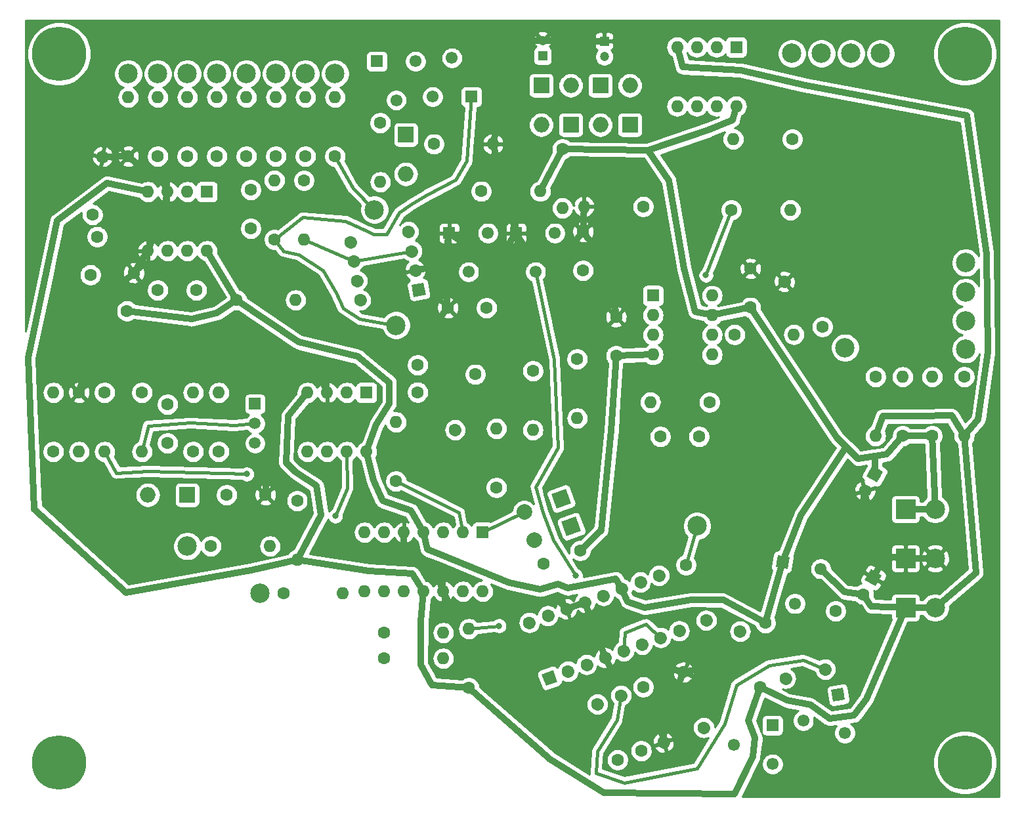
<source format=gbr>
G04 #@! TF.GenerationSoftware,KiCad,Pcbnew,(5.1.2-1)-1*
G04 #@! TF.CreationDate,2021-05-09T17:27:41-04:00*
G04 #@! TF.ProjectId,VCO - MFOS,56434f20-2d20-44d4-964f-532e6b696361,rev?*
G04 #@! TF.SameCoordinates,Original*
G04 #@! TF.FileFunction,Copper,L1,Top*
G04 #@! TF.FilePolarity,Positive*
%FSLAX46Y46*%
G04 Gerber Fmt 4.6, Leading zero omitted, Abs format (unit mm)*
G04 Created by KiCad (PCBNEW (5.1.2-1)-1) date 2021-05-09 17:27:41*
%MOMM*%
%LPD*%
G04 APERTURE LIST*
%ADD10C,1.600000*%
%ADD11C,1.600000*%
%ADD12C,2.499360*%
%ADD13C,0.100000*%
%ADD14O,1.600000X1.600000*%
%ADD15R,1.600000X1.600000*%
%ADD16C,1.550000*%
%ADD17R,1.550000X1.550000*%
%ADD18C,7.000000*%
%ADD19R,1.200000X1.200000*%
%ADD20C,1.200000*%
%ADD21R,2.499360X2.499360*%
%ADD22R,2.000000X2.000000*%
%ADD23O,2.000000X2.000000*%
%ADD24C,1.500000*%
%ADD25R,1.500000X1.500000*%
%ADD26C,2.000000*%
%ADD27C,2.000000*%
%ADD28C,0.800000*%
%ADD29C,0.406400*%
%ADD30C,0.812800*%
%ADD31C,0.254000*%
G04 APERTURE END LIST*
D10*
X111306958Y-47147141D03*
D11*
X111306958Y-47147141D02*
X111306958Y-47147141D01*
D10*
X116205000Y-52984400D03*
D12*
X61214000Y-52781200D03*
X58420000Y-37871400D03*
X119126000Y-55676800D03*
X100050600Y-78663800D03*
D10*
X121508200Y-87509064D03*
X122758200Y-85344000D03*
D13*
G36*
X122465380Y-84251180D02*
G01*
X123851020Y-85051180D01*
X123051020Y-86436820D01*
X121665380Y-85636820D01*
X122465380Y-84251180D01*
X122465380Y-84251180D01*
G37*
D10*
X121711400Y-74123264D03*
X122961400Y-71958200D03*
D13*
G36*
X122668580Y-70865380D02*
G01*
X124054220Y-71665380D01*
X123254220Y-73051020D01*
X121868580Y-72251020D01*
X122668580Y-70865380D01*
X122668580Y-70865380D01*
G37*
D14*
X57404000Y-69088000D03*
X49784000Y-61468000D03*
X54864000Y-69088000D03*
X52324000Y-61468000D03*
X52324000Y-69088000D03*
X54864000Y-61468000D03*
X49784000Y-69088000D03*
D15*
X57404000Y-61468000D03*
D16*
X113747082Y-103787260D03*
X118237000Y-100457000D03*
D13*
G36*
X117339197Y-99828351D02*
G01*
X118865649Y-99559197D01*
X119134803Y-101085649D01*
X117608351Y-101354803D01*
X117339197Y-99828351D01*
X117339197Y-99828351D01*
G37*
D16*
X119105241Y-105381039D03*
X104778800Y-106894000D03*
D17*
X109778800Y-104394000D03*
D16*
X109778800Y-109394000D03*
D18*
X134620000Y-17780000D03*
D19*
X80137000Y-18034000D03*
D20*
X80137000Y-16034000D03*
X88074500Y-18129000D03*
D19*
X88074500Y-16129000D03*
D12*
X41910000Y-20320000D03*
X45720000Y-20320000D03*
X53340000Y-20320000D03*
X30480000Y-20320000D03*
X26670000Y-20320000D03*
X34290000Y-81280000D03*
X43688000Y-87376000D03*
X123698000Y-17716500D03*
X34290000Y-20320000D03*
X134683500Y-55880000D03*
X134683500Y-44704000D03*
X134683500Y-48514000D03*
X134683500Y-52197000D03*
X119888000Y-17716500D03*
X112268000Y-17716500D03*
X116078000Y-17716500D03*
D21*
X126936500Y-82867500D03*
D12*
X130746500Y-82867500D03*
X130746500Y-76517500D03*
D21*
X126936500Y-76517500D03*
X126936500Y-89217500D03*
D12*
X130746500Y-89217500D03*
D10*
X123063000Y-59436000D03*
D14*
X123063000Y-67056000D03*
X134493000Y-67056000D03*
D10*
X134493000Y-59436000D03*
X126555500Y-67056000D03*
D14*
X126555500Y-59436000D03*
X130365500Y-59436000D03*
D10*
X130365500Y-67056000D03*
X48450500Y-75438000D03*
D14*
X48450500Y-83058000D03*
D10*
X116583601Y-97166235D03*
D11*
X116583601Y-97166235D02*
X116583601Y-97166235D01*
D10*
X117906800Y-89662000D03*
X95697193Y-106601458D03*
D11*
X95697193Y-106601458D02*
X95697193Y-106601458D01*
D10*
X93091000Y-99441000D03*
D14*
X44958000Y-81280000D03*
D10*
X37338000Y-81280000D03*
X92837000Y-107696000D03*
X90230807Y-100535542D03*
D11*
X90230807Y-100535542D02*
X90230807Y-100535542D01*
D10*
X59690000Y-92456000D03*
D14*
X67310000Y-92456000D03*
D10*
X89789000Y-108839000D03*
X87182807Y-101678542D03*
D11*
X87182807Y-101678542D02*
X87182807Y-101678542D01*
D10*
X46736000Y-87376000D03*
D14*
X54356000Y-87376000D03*
D10*
X98298000Y-97536000D03*
X100904193Y-104696458D03*
D11*
X100904193Y-104696458D02*
X100904193Y-104696458D01*
D10*
X98615500Y-83693000D03*
X101221693Y-90853458D03*
D11*
X101221693Y-90853458D02*
X101221693Y-90853458D01*
D14*
X84582000Y-64770000D03*
D10*
X84582000Y-57150000D03*
X104457500Y-37909500D03*
D14*
X112077500Y-37909500D03*
D10*
X101637359Y-62707520D03*
D14*
X94017359Y-62707520D03*
D10*
X112331500Y-28765500D03*
D14*
X104711500Y-28765500D03*
D10*
X104902000Y-53975000D03*
D14*
X112522000Y-53975000D03*
D10*
X44370000Y-74676000D03*
X39370000Y-74676000D03*
D15*
X105092500Y-16891000D03*
D14*
X97472500Y-24511000D03*
X102552500Y-16891000D03*
X100012500Y-24511000D03*
X100012500Y-16891000D03*
X102552500Y-24511000D03*
X97472500Y-16891000D03*
X105092500Y-24511000D03*
D10*
X95287360Y-67152522D03*
X100287360Y-67152522D03*
D22*
X34290000Y-74676000D03*
D23*
X29210000Y-74676000D03*
D22*
X83756501Y-26924000D03*
D23*
X83756501Y-21844000D03*
X79946500Y-26924000D03*
D22*
X79946500Y-21844000D03*
D23*
X87566502Y-26924001D03*
D22*
X87566502Y-21844001D03*
X91376500Y-26924000D03*
D23*
X91376500Y-21844000D03*
D10*
X89598500Y-56705500D03*
X89598500Y-51705500D03*
D24*
X43027600Y-65455800D03*
X43027600Y-67995800D03*
D25*
X43027600Y-62915800D03*
D10*
X27385841Y-46002961D03*
X26517600Y-50927000D03*
D16*
X112667978Y-88695559D03*
X111074200Y-83337400D03*
D13*
G36*
X110176397Y-83966049D02*
G01*
X110445551Y-82439597D01*
X111972003Y-82708751D01*
X111702849Y-84235203D01*
X110176397Y-83966049D01*
X110176397Y-83966049D01*
G37*
D16*
X115998239Y-84205641D03*
X79208000Y-45894000D03*
D17*
X76708000Y-40894000D03*
D16*
X81708000Y-40894000D03*
X70572000Y-45894000D03*
D17*
X68072000Y-40894000D03*
D16*
X73072000Y-40894000D03*
X61237500Y-23732500D03*
D17*
X58737500Y-18732500D03*
D16*
X63737500Y-18732500D03*
X68429500Y-18304500D03*
D17*
X70929500Y-23304500D03*
D16*
X65929500Y-23304500D03*
D10*
X30480000Y-30988000D03*
D14*
X30480000Y-23368000D03*
D18*
X134620000Y-109220000D03*
X17780000Y-109220000D03*
X17780000Y-17780000D03*
D12*
X49530000Y-20320000D03*
X38100000Y-20320000D03*
D10*
X56630765Y-49532399D03*
D11*
X56630765Y-49532399D02*
X56630765Y-49532399D01*
D10*
X62811801Y-40704965D03*
D11*
X62811801Y-40704965D02*
X62811801Y-40704965D01*
D10*
X56189699Y-47030987D03*
D11*
X56189699Y-47030987D02*
X56189699Y-47030987D01*
D10*
X63252867Y-43206377D03*
D11*
X63252867Y-43206377D02*
X63252867Y-43206377D01*
D10*
X55748632Y-44529576D03*
D11*
X55748632Y-44529576D02*
X55748632Y-44529576D01*
D10*
X63693934Y-45707788D03*
D11*
X63693934Y-45707788D02*
X63693934Y-45707788D01*
D10*
X55307566Y-42028164D03*
D11*
X55307566Y-42028164D02*
X55307566Y-42028164D01*
D10*
X64135000Y-48209200D03*
D13*
G36*
X64783928Y-47282435D02*
G01*
X65061765Y-48858128D01*
X63486072Y-49135965D01*
X63208235Y-47560272D01*
X64783928Y-47282435D01*
X64783928Y-47282435D01*
G37*
D10*
X38100000Y-30988000D03*
D14*
X38100000Y-23368000D03*
X34290000Y-23368000D03*
D10*
X34290000Y-30988000D03*
X41910000Y-30988000D03*
D14*
X41910000Y-23368000D03*
X45720000Y-23368000D03*
D10*
X45720000Y-30988000D03*
X49530000Y-30988000D03*
D14*
X49530000Y-23368000D03*
X53340000Y-23368000D03*
D10*
X53340000Y-30988000D03*
X45516800Y-41706800D03*
D14*
X45516800Y-34086800D03*
X73723500Y-29400500D03*
D10*
X66103500Y-29400500D03*
D14*
X26670000Y-23368000D03*
D10*
X26670000Y-30988000D03*
D14*
X59182000Y-34290000D03*
D10*
X59182000Y-26670000D03*
D14*
X49326800Y-41706800D03*
D10*
X49326800Y-34086800D03*
D14*
X48260000Y-49530000D03*
D10*
X40640000Y-49530000D03*
D14*
X38354000Y-61468000D03*
D10*
X38354000Y-69088000D03*
X22047200Y-38531800D03*
X23370399Y-31027565D03*
D11*
X23370399Y-31027565D02*
X23370399Y-31027565D01*
D14*
X28448000Y-69088000D03*
D10*
X28448000Y-61468000D03*
X17018000Y-69088000D03*
D14*
X17018000Y-61468000D03*
X23622000Y-69088000D03*
D10*
X23622000Y-61468000D03*
X20320000Y-61468000D03*
D14*
X20320000Y-69088000D03*
X35052000Y-61468000D03*
D10*
X35052000Y-69088000D03*
X61214000Y-72898000D03*
D14*
X61214000Y-65278000D03*
D10*
X72199500Y-35496500D03*
D14*
X79819500Y-35496500D03*
D10*
X68831307Y-66278958D03*
D11*
X68831307Y-66278958D02*
X68831307Y-66278958D01*
D10*
X71437500Y-59118500D03*
D14*
X78867000Y-66294000D03*
D10*
X78867000Y-58674000D03*
X74168000Y-73723500D03*
D14*
X74168000Y-66103500D03*
D10*
X82677000Y-30035500D03*
D14*
X82677000Y-37655500D03*
X70612000Y-91948000D03*
D10*
X70612000Y-99568000D03*
D14*
X67310000Y-95758000D03*
D10*
X59690000Y-95758000D03*
X108839000Y-91186000D03*
X111445193Y-98346458D03*
D11*
X111445193Y-98346458D02*
X111445193Y-98346458D01*
D10*
X105597807Y-92280542D03*
D11*
X105597807Y-92280542D02*
X105597807Y-92280542D01*
D10*
X108204000Y-99441000D03*
D14*
X85471000Y-37465000D03*
D10*
X93091000Y-37465000D03*
D15*
X36830000Y-35560000D03*
D14*
X29210000Y-43180000D03*
X34290000Y-35560000D03*
X31750000Y-43180000D03*
X31750000Y-35560000D03*
X34290000Y-43180000D03*
X29210000Y-35560000D03*
X36830000Y-43180000D03*
D15*
X72390000Y-79502000D03*
D14*
X57150000Y-87122000D03*
X69850000Y-79502000D03*
X59690000Y-87122000D03*
X67310000Y-79502000D03*
X62230000Y-87122000D03*
X64770000Y-79502000D03*
X64770000Y-87122000D03*
X62230000Y-79502000D03*
X67310000Y-87122000D03*
X59690000Y-79502000D03*
X69850000Y-87122000D03*
X57150000Y-79502000D03*
X72390000Y-87122000D03*
D10*
X81026000Y-98298000D03*
D13*
G36*
X82051370Y-98776138D02*
G01*
X80547862Y-99323370D01*
X80000630Y-97819862D01*
X81504138Y-97272630D01*
X82051370Y-98776138D01*
X82051370Y-98776138D01*
G37*
D10*
X95127541Y-85056424D03*
D11*
X95127541Y-85056424D02*
X95127541Y-85056424D01*
D10*
X83412819Y-97429269D03*
D11*
X83412819Y-97429269D02*
X83412819Y-97429269D01*
D10*
X92740722Y-85925155D03*
D11*
X92740722Y-85925155D02*
X92740722Y-85925155D01*
D10*
X85799639Y-96560538D03*
D11*
X85799639Y-96560538D02*
X85799639Y-96560538D01*
D10*
X90353903Y-86793886D03*
D11*
X90353903Y-86793886D02*
X90353903Y-86793886D01*
D10*
X88186458Y-95691807D03*
D11*
X88186458Y-95691807D02*
X88186458Y-95691807D01*
D10*
X87967084Y-87662618D03*
D11*
X87967084Y-87662618D02*
X87967084Y-87662618D01*
D10*
X90573277Y-94823075D03*
D11*
X90573277Y-94823075D02*
X90573277Y-94823075D01*
D10*
X85580264Y-88531349D03*
D11*
X85580264Y-88531349D02*
X85580264Y-88531349D01*
D10*
X92960096Y-93954344D03*
D11*
X92960096Y-93954344D02*
X92960096Y-93954344D01*
D10*
X83193445Y-89400080D03*
D11*
X83193445Y-89400080D02*
X83193445Y-89400080D01*
D10*
X95346916Y-93085613D03*
D11*
X95346916Y-93085613D02*
X95346916Y-93085613D01*
D10*
X80806626Y-90268811D03*
D11*
X80806626Y-90268811D02*
X80806626Y-90268811D01*
D10*
X97733735Y-92216882D03*
D11*
X97733735Y-92216882D02*
X97733735Y-92216882D01*
D10*
X78419807Y-91137542D03*
D11*
X78419807Y-91137542D02*
X78419807Y-91137542D01*
D15*
X94361000Y-48958500D03*
D14*
X101981000Y-56578500D03*
X94361000Y-51498500D03*
X101981000Y-54038500D03*
X94361000Y-54038500D03*
X101981000Y-51498500D03*
X94361000Y-56578500D03*
X101981000Y-48958500D03*
D10*
X42468800Y-40306000D03*
X42468800Y-35306000D03*
X30480000Y-48260000D03*
X35480000Y-48260000D03*
X64008000Y-57912000D03*
X64008000Y-61412000D03*
X22656800Y-41351200D03*
X21788559Y-46275239D03*
X31750000Y-67992000D03*
X31750000Y-62992000D03*
X80264000Y-83566000D03*
X84962463Y-81855899D03*
D23*
X62484000Y-33274000D03*
D22*
X62484000Y-28194000D03*
D26*
X82519734Y-75161752D03*
D13*
G36*
X83117406Y-73880039D02*
G01*
X83801447Y-75759424D01*
X81922062Y-76443465D01*
X81238021Y-74564080D01*
X83117406Y-73880039D01*
X83117406Y-73880039D01*
G37*
D26*
X77746095Y-76899214D03*
D27*
X77746095Y-76899214D02*
X77746095Y-76899214D01*
D26*
X79049192Y-80479443D03*
D27*
X79049192Y-80479443D02*
X79049192Y-80479443D01*
D26*
X83822831Y-78741981D03*
D13*
G36*
X84420503Y-77460268D02*
G01*
X85104544Y-79339653D01*
X83225159Y-80023694D01*
X82541118Y-78144309D01*
X84420503Y-77460268D01*
X84420503Y-77460268D01*
G37*
D10*
X72898000Y-50546000D03*
X67898000Y-50546000D03*
X85344000Y-45720000D03*
X85344000Y-40720000D03*
X106934000Y-45482500D03*
X106934000Y-50482500D03*
D28*
X53390800Y-77393800D03*
X84353400Y-85064600D03*
X74498200Y-91567000D03*
X41960800Y-71983600D03*
X101193600Y-46329600D03*
D29*
X70929500Y-23304500D02*
X70307200Y-31597600D01*
X70307200Y-31597600D02*
X68910200Y-34036000D01*
X68910200Y-34036000D02*
X65151000Y-35991800D01*
X48768000Y-39217600D02*
X45516800Y-41706800D01*
X49138542Y-38876942D02*
X54711600Y-39319200D01*
X49138542Y-38876942D02*
X48768000Y-39217600D01*
X54711600Y-39319200D02*
X57429400Y-40614600D01*
X57429400Y-40614600D02*
X58343800Y-41071800D01*
X58343800Y-41071800D02*
X59994800Y-41071800D01*
X59994800Y-41071800D02*
X61620400Y-38227000D01*
X61620400Y-38227000D02*
X63093600Y-37211000D01*
X63093600Y-37211000D02*
X65151000Y-35991800D01*
X61214000Y-52781200D02*
X56540400Y-51993800D01*
X56540400Y-51993800D02*
X54381400Y-50571400D01*
X54381400Y-50571400D02*
X53492400Y-48590200D01*
X53492400Y-48590200D02*
X51790600Y-45694600D01*
X51790600Y-45694600D02*
X48666400Y-43688000D01*
X48666400Y-43688000D02*
X46736000Y-43205400D01*
X46736000Y-43205400D02*
X45516800Y-41706800D01*
X58420000Y-37871400D02*
X55651400Y-35128200D01*
X55651400Y-35128200D02*
X53340000Y-30988000D01*
X28448000Y-69088000D02*
X29260800Y-65735200D01*
X29260800Y-65735200D02*
X34671000Y-65379600D01*
X34671000Y-65379600D02*
X40335200Y-65659000D01*
X40335200Y-65659000D02*
X43027600Y-65455800D01*
D30*
X26670000Y-30988000D02*
X28930600Y-32943800D01*
X28930600Y-32943800D02*
X30784800Y-33528000D01*
X30784800Y-33528000D02*
X31750000Y-35560000D01*
X31750000Y-35560000D02*
X31191200Y-38303200D01*
X29210000Y-43180000D02*
X27385841Y-46002961D01*
X27385841Y-46002961D02*
X24638000Y-48463200D01*
X24638000Y-48463200D02*
X23037800Y-53594000D01*
X20929600Y-59461400D02*
X20320000Y-61468000D01*
X22789381Y-54285381D02*
X28397200Y-56667400D01*
X23037800Y-53594000D02*
X22789381Y-54285381D01*
X22789381Y-54285381D02*
X20929600Y-59461400D01*
X28397200Y-56667400D02*
X37211000Y-57759600D01*
X62230000Y-79502000D02*
X62280800Y-82524600D01*
X62280800Y-82524600D02*
X64312800Y-83286600D01*
X64312800Y-83286600D02*
X66116200Y-83896200D01*
X66116200Y-83896200D02*
X66649600Y-85267800D01*
X66649600Y-85267800D02*
X67310000Y-87122000D01*
X83193445Y-89400080D02*
X85580264Y-88531349D01*
X88186458Y-95691807D02*
X85580264Y-88531349D01*
X95697193Y-106601458D02*
X95885000Y-102489000D01*
X95885000Y-102489000D02*
X97383600Y-99949000D01*
X97383600Y-99949000D02*
X98298000Y-97536000D01*
X98298000Y-97536000D02*
X94234000Y-96494600D01*
X94234000Y-96494600D02*
X90982800Y-97231200D01*
X90288534Y-97578334D02*
X88970793Y-97185807D01*
X88970793Y-97185807D02*
X88186458Y-95691807D01*
X90982800Y-97231200D02*
X90288534Y-97578334D01*
X130746500Y-82867500D02*
X126936500Y-82867500D01*
X76708000Y-40894000D02*
X75387200Y-42824400D01*
X75387200Y-42824400D02*
X74142600Y-44170600D01*
X74142600Y-44170600D02*
X71348600Y-43180000D01*
X71348600Y-43180000D02*
X68072000Y-40894000D01*
X76708000Y-40894000D02*
X73723500Y-29400500D01*
X76708000Y-40894000D02*
X78028800Y-43078400D01*
X78028800Y-43078400D02*
X80568800Y-43357800D01*
X80568800Y-43357800D02*
X83362800Y-43180000D01*
X83362800Y-43180000D02*
X85344000Y-40720000D01*
X85344000Y-40720000D02*
X85471000Y-37465000D01*
X85344000Y-40720000D02*
X87553800Y-43561000D01*
X87553800Y-43561000D02*
X89154000Y-47701200D01*
X89154000Y-47701200D02*
X89598500Y-51705500D01*
X73723500Y-29400500D02*
X76174600Y-19100800D01*
X76174600Y-19100800D02*
X78003400Y-16179800D01*
X78003400Y-16179800D02*
X80137000Y-16034000D01*
X80137000Y-16034000D02*
X88074500Y-16129000D01*
X117703600Y-81915000D02*
X114757200Y-81915000D01*
X114757200Y-81915000D02*
X113487200Y-83616800D01*
X114604800Y-88544400D02*
X115112800Y-91338400D01*
X115112800Y-91338400D02*
X113334800Y-93599000D01*
X113334800Y-93599000D02*
X107010200Y-95986600D01*
X107010200Y-95986600D02*
X98298000Y-97536000D01*
X47193200Y-58394600D02*
X51384200Y-59029600D01*
X51384200Y-59029600D02*
X52324000Y-61468000D01*
X44370000Y-74676000D02*
X45212000Y-67005200D01*
X45212000Y-67005200D02*
X44958000Y-60579000D01*
X44958000Y-60579000D02*
X46070799Y-58323201D01*
X46070799Y-58323201D02*
X47193200Y-58394600D01*
X37211000Y-57759600D02*
X46070799Y-58323201D01*
X51257200Y-49352200D02*
X49098200Y-45466000D01*
X49098200Y-45466000D02*
X42468800Y-43586400D01*
X42468800Y-43586400D02*
X37287200Y-40055800D01*
X37287200Y-40055800D02*
X30794960Y-39278560D01*
X30794960Y-39278560D02*
X29210000Y-43180000D01*
X31191200Y-38303200D02*
X30794960Y-39278560D01*
X83193445Y-89400080D02*
X81686400Y-87782400D01*
X81686400Y-87782400D02*
X78638400Y-88798400D01*
X78638400Y-88798400D02*
X75895200Y-89458800D01*
X75895200Y-89458800D02*
X71932800Y-89941400D01*
X71932800Y-89941400D02*
X68427600Y-89382600D01*
X68427600Y-89382600D02*
X67310000Y-87122000D01*
X113487200Y-83616800D02*
X114604800Y-88544400D01*
X23370399Y-31027565D02*
X26670000Y-30988000D01*
X67898000Y-50546000D02*
X67462400Y-44958000D01*
X67462400Y-44958000D02*
X68072000Y-40894000D01*
X67898000Y-50546000D02*
X65201800Y-53975000D01*
X65201800Y-53975000D02*
X62636400Y-55499000D01*
X62636400Y-55499000D02*
X60020200Y-55753000D01*
X60020200Y-55753000D02*
X57353200Y-55041800D01*
X57353200Y-55041800D02*
X51257200Y-49352200D01*
X63693934Y-45707788D02*
X67462400Y-44958000D01*
X121711400Y-74123264D02*
X120144217Y-82166783D01*
X120144217Y-82166783D02*
X117703600Y-81915000D01*
X122758200Y-85344000D02*
X124334710Y-82599090D01*
X124334710Y-82599090D02*
X120144217Y-82166783D01*
X126936500Y-82867500D02*
X124334710Y-82599090D01*
D29*
X54864000Y-69088000D02*
X54914800Y-73787000D01*
X54914800Y-73787000D02*
X53390800Y-77393800D01*
X53390800Y-77393800D02*
X53390800Y-77393800D01*
D30*
X130746500Y-76517500D02*
X126936500Y-76517500D01*
X130746500Y-76517500D02*
X130365500Y-67056000D01*
X130365500Y-67056000D02*
X126555500Y-67056000D01*
X126555500Y-67056000D02*
X124561600Y-69418200D01*
X118059200Y-67259200D02*
X106934000Y-50482500D01*
X101981000Y-51498500D02*
X106934000Y-50482500D01*
X79819500Y-35496500D02*
X82677000Y-30035500D01*
X82677000Y-30035500D02*
X93726000Y-30226000D01*
X93726000Y-30226000D02*
X101523800Y-27584400D01*
X101523800Y-27584400D02*
X104622600Y-26314400D01*
X104622600Y-26314400D02*
X105092500Y-24511000D01*
X101981000Y-51498500D02*
X99796600Y-51003200D01*
X99796600Y-51003200D02*
X98374200Y-45415200D01*
X98374200Y-45415200D02*
X96418400Y-34112200D01*
X96418400Y-34112200D02*
X93726000Y-30226000D01*
X113461800Y-77292200D02*
X119253000Y-68453000D01*
X119253000Y-68453000D02*
X118059200Y-67259200D01*
X120802400Y-70002400D02*
X119253000Y-68453000D01*
X108839000Y-91186000D02*
X103403400Y-88239600D01*
X103403400Y-88239600D02*
X99314000Y-88188800D01*
X99314000Y-88188800D02*
X93294200Y-89230200D01*
X93294200Y-89230200D02*
X91084400Y-88417400D01*
X91084400Y-88417400D02*
X90353903Y-86793886D01*
X79806800Y-86868000D02*
X75819000Y-86029800D01*
X75819000Y-86029800D02*
X66954400Y-82346800D01*
X66954400Y-82346800D02*
X65278000Y-81711800D01*
X65278000Y-81711800D02*
X64770000Y-79502000D01*
X64770000Y-79502000D02*
X63119000Y-76657200D01*
X63119000Y-76657200D02*
X59486800Y-75412600D01*
X59486800Y-75412600D02*
X58343800Y-72821800D01*
X58343800Y-72821800D02*
X57404000Y-69088000D01*
X26517600Y-50927000D02*
X34848800Y-51993800D01*
X34848800Y-51993800D02*
X38100000Y-51206400D01*
X38100000Y-51206400D02*
X40640000Y-49530000D01*
X36830000Y-43180000D02*
X40640000Y-49530000D01*
X40640000Y-49530000D02*
X48666400Y-54965600D01*
X48666400Y-54965600D02*
X56311800Y-56819800D01*
X56311800Y-56819800D02*
X60350400Y-60172600D01*
X60350400Y-60172600D02*
X60350400Y-62890400D01*
X60350400Y-62890400D02*
X58674000Y-65608200D01*
X58674000Y-65608200D02*
X57404000Y-69088000D01*
X79806800Y-86868000D02*
X82118200Y-86156800D01*
X82118200Y-86156800D02*
X83413600Y-86715600D01*
X83413600Y-86715600D02*
X89571899Y-85482499D01*
X90353903Y-86793886D02*
X89571899Y-85482499D01*
X111074200Y-83337400D02*
X113461800Y-77292200D01*
X108839000Y-91186000D02*
X111074200Y-83337400D01*
X122961400Y-71958200D02*
X122956796Y-69667596D01*
X122956796Y-69667596D02*
X120802400Y-70002400D01*
X124561600Y-69418200D02*
X122956796Y-69667596D01*
X130746500Y-89217500D02*
X126936500Y-89217500D01*
X130746500Y-89217500D02*
X136017000Y-84709000D01*
X136017000Y-84709000D02*
X134493000Y-67056000D01*
X134493000Y-67056000D02*
X132892800Y-64439800D01*
X132892800Y-64439800D02*
X128397000Y-64516000D01*
X128397000Y-64516000D02*
X123977400Y-64516000D01*
X123977400Y-64516000D02*
X123063000Y-67056000D01*
X126936500Y-89217500D02*
X121869200Y-100990400D01*
X121869200Y-100990400D02*
X120319800Y-103098600D01*
X120319800Y-103098600D02*
X117144800Y-103530400D01*
X117144800Y-103530400D02*
X114681000Y-101777800D01*
X114681000Y-101777800D02*
X111658400Y-101193600D01*
X111658400Y-101193600D02*
X108204000Y-99441000D01*
X94361000Y-56578500D02*
X89598500Y-56705500D01*
X64770000Y-87122000D02*
X64439800Y-90982800D01*
X64439800Y-90982800D02*
X64414400Y-96621600D01*
X64414400Y-96621600D02*
X65811400Y-99187000D01*
X65811400Y-99187000D02*
X70612000Y-99568000D01*
X64770000Y-87122000D02*
X63296800Y-84810600D01*
X63296800Y-84810600D02*
X57759600Y-84480400D01*
X57759600Y-84480400D02*
X48450500Y-83058000D01*
X48450500Y-83058000D02*
X51562000Y-77241400D01*
X51562000Y-77241400D02*
X50977800Y-73507600D01*
X50977800Y-73507600D02*
X48234600Y-71704200D01*
X48234600Y-71704200D02*
X47015400Y-70485000D01*
X47015400Y-70485000D02*
X47320200Y-64516000D01*
X47320200Y-64516000D02*
X49784000Y-61468000D01*
X70612000Y-99568000D02*
X81127600Y-108813600D01*
X104902000Y-113258600D02*
X107238800Y-108458000D01*
X107238800Y-108458000D02*
X107543600Y-106019600D01*
X107543600Y-106019600D02*
X106654600Y-103809800D01*
X106654600Y-103809800D02*
X108204000Y-99441000D01*
X84962463Y-81855899D02*
X87655400Y-79248000D01*
X87655400Y-79248000D02*
X89001600Y-66370200D01*
X89001600Y-66370200D02*
X89598500Y-56705500D01*
X97472500Y-16891000D02*
X98196400Y-19481800D01*
X98196400Y-19481800D02*
X105613200Y-19862800D01*
X105613200Y-19862800D02*
X114046000Y-21818600D01*
X114046000Y-21818600D02*
X134874000Y-25755600D01*
X134874000Y-25755600D02*
X137388600Y-43586400D01*
X137388600Y-43586400D02*
X137566400Y-56210200D01*
X137566400Y-56210200D02*
X136321800Y-64922400D01*
X136321800Y-64922400D02*
X134493000Y-67056000D01*
X29210000Y-35560000D02*
X23901400Y-34467800D01*
X23901400Y-34467800D02*
X17526000Y-39268400D01*
X17526000Y-39268400D02*
X13766800Y-56921400D01*
X13766800Y-56921400D02*
X14579600Y-76530200D01*
X14579600Y-76530200D02*
X26390600Y-87249000D01*
X26390600Y-87249000D02*
X42519600Y-84378800D01*
X42519600Y-84378800D02*
X48450500Y-83058000D01*
X104902000Y-113258600D02*
X88061800Y-113080800D01*
X88061800Y-113080800D02*
X81127600Y-108813600D01*
X126936500Y-89217500D02*
X122529600Y-89052400D01*
X122529600Y-89052400D02*
X121508200Y-87509064D01*
X121508200Y-87509064D02*
X119075200Y-87223600D01*
X119075200Y-87223600D02*
X115998239Y-84205641D01*
D29*
X79208000Y-45894000D02*
X81635600Y-57226200D01*
X81635600Y-57226200D02*
X82143600Y-68529200D01*
X82143600Y-68529200D02*
X79248000Y-73609200D01*
X79248000Y-73609200D02*
X80137000Y-76911200D01*
X84353400Y-85064600D02*
X81538927Y-80513073D01*
X80137000Y-76911200D02*
X81538927Y-80513073D01*
X70612000Y-91948000D02*
X74498200Y-91567000D01*
X74498200Y-91567000D02*
X74498200Y-91567000D01*
X77746095Y-76899214D02*
X72390000Y-79502000D01*
X55748632Y-44529576D02*
X49326800Y-41706800D01*
X55748632Y-44529576D02*
X63252867Y-43206377D01*
X23622000Y-69088000D02*
X25120600Y-71831200D01*
X25120600Y-71831200D02*
X29210000Y-71602600D01*
X29210000Y-71602600D02*
X41960800Y-71983600D01*
X41960800Y-71983600D02*
X41960800Y-71983600D01*
X69850000Y-79502000D02*
X69342000Y-76962000D01*
X69342000Y-76962000D02*
X61214000Y-72898000D01*
X90230807Y-100535542D02*
X89687400Y-103682800D01*
X89687400Y-103682800D02*
X87172800Y-107797600D01*
X87172800Y-107797600D02*
X87020400Y-110591600D01*
X87020400Y-110591600D02*
X90627200Y-111785400D01*
X90627200Y-111785400D02*
X100025200Y-109956600D01*
X100025200Y-109956600D02*
X103606600Y-104216200D01*
X103606600Y-104216200D02*
X105105200Y-99237800D01*
X105105200Y-99237800D02*
X109397800Y-96647000D01*
X109397800Y-96647000D02*
X113741200Y-95986600D01*
X113741200Y-95986600D02*
X116583601Y-97166235D01*
X90573277Y-94823075D02*
X90703400Y-92430600D01*
X90703400Y-92430600D02*
X93472000Y-91363800D01*
X93472000Y-91363800D02*
X95346916Y-93085613D01*
X101193600Y-46329600D02*
X104457500Y-37909500D01*
X98615500Y-83693000D02*
X100050600Y-78663800D01*
D31*
G36*
X138990001Y-113590000D02*
G01*
X105898909Y-113590000D01*
X108009005Y-109255127D01*
X108368800Y-109255127D01*
X108368800Y-109532873D01*
X108422986Y-109805282D01*
X108529275Y-110061885D01*
X108683582Y-110292822D01*
X108879978Y-110489218D01*
X109110915Y-110643525D01*
X109367518Y-110749814D01*
X109639927Y-110804000D01*
X109917673Y-110804000D01*
X110190082Y-110749814D01*
X110446685Y-110643525D01*
X110677622Y-110489218D01*
X110874018Y-110292822D01*
X111028325Y-110061885D01*
X111134614Y-109805282D01*
X111188800Y-109532873D01*
X111188800Y-109255127D01*
X111134614Y-108982718D01*
X111064206Y-108812738D01*
X130485000Y-108812738D01*
X130485000Y-109627262D01*
X130643906Y-110426135D01*
X130955611Y-111178657D01*
X131408136Y-111855909D01*
X131984091Y-112431864D01*
X132661343Y-112884389D01*
X133413865Y-113196094D01*
X134212738Y-113355000D01*
X135027262Y-113355000D01*
X135826135Y-113196094D01*
X136578657Y-112884389D01*
X137255909Y-112431864D01*
X137831864Y-111855909D01*
X138284389Y-111178657D01*
X138596094Y-110426135D01*
X138755000Y-109627262D01*
X138755000Y-108812738D01*
X138596094Y-108013865D01*
X138284389Y-107261343D01*
X137831864Y-106584091D01*
X137255909Y-106008136D01*
X136578657Y-105555611D01*
X135826135Y-105243906D01*
X135027262Y-105085000D01*
X134212738Y-105085000D01*
X133413865Y-105243906D01*
X132661343Y-105555611D01*
X131984091Y-106008136D01*
X131408136Y-106584091D01*
X130955611Y-107261343D01*
X130643906Y-108013865D01*
X130485000Y-108812738D01*
X111064206Y-108812738D01*
X111028325Y-108726115D01*
X110874018Y-108495178D01*
X110677622Y-108298782D01*
X110446685Y-108144475D01*
X110190082Y-108038186D01*
X109917673Y-107984000D01*
X109639927Y-107984000D01*
X109367518Y-108038186D01*
X109110915Y-108144475D01*
X108879978Y-108298782D01*
X108683582Y-108495178D01*
X108529275Y-108726115D01*
X108422986Y-108982718D01*
X108368800Y-109255127D01*
X108009005Y-109255127D01*
X108138108Y-108989905D01*
X108148447Y-108975276D01*
X108182930Y-108897826D01*
X108197545Y-108867801D01*
X108203733Y-108851102D01*
X108231883Y-108787874D01*
X108239292Y-108755130D01*
X108250960Y-108723640D01*
X108261884Y-108655288D01*
X108265813Y-108637926D01*
X108269955Y-108604794D01*
X108283335Y-108521074D01*
X108282657Y-108503175D01*
X108565276Y-106242219D01*
X108567792Y-106234221D01*
X108577984Y-106140559D01*
X108583302Y-106098013D01*
X108583520Y-106089678D01*
X108589983Y-106030286D01*
X108586199Y-105987383D01*
X108587327Y-105944328D01*
X108577210Y-105885451D01*
X108571962Y-105825942D01*
X108559880Y-105784599D01*
X108552587Y-105742154D01*
X108531181Y-105686389D01*
X108528839Y-105678375D01*
X108512815Y-105638544D01*
X108479072Y-105550640D01*
X108474600Y-105543552D01*
X108446046Y-105472575D01*
X108473263Y-105523494D01*
X108552615Y-105620185D01*
X108649306Y-105699537D01*
X108759620Y-105758502D01*
X108879318Y-105794812D01*
X109003800Y-105807072D01*
X110553800Y-105807072D01*
X110678282Y-105794812D01*
X110797980Y-105758502D01*
X110908294Y-105699537D01*
X111004985Y-105620185D01*
X111084337Y-105523494D01*
X111143302Y-105413180D01*
X111179612Y-105293482D01*
X111191872Y-105169000D01*
X111191872Y-103619000D01*
X111179612Y-103494518D01*
X111143302Y-103374820D01*
X111084337Y-103264506D01*
X111004985Y-103167815D01*
X110908294Y-103088463D01*
X110797980Y-103029498D01*
X110678282Y-102993188D01*
X110553800Y-102980928D01*
X109003800Y-102980928D01*
X108879318Y-102993188D01*
X108759620Y-103029498D01*
X108649306Y-103088463D01*
X108552615Y-103167815D01*
X108473263Y-103264506D01*
X108414298Y-103374820D01*
X108377988Y-103494518D01*
X108365728Y-103619000D01*
X108365728Y-105169000D01*
X108377988Y-105293482D01*
X108390223Y-105333816D01*
X107767780Y-103786601D01*
X108789460Y-100905800D01*
X111179879Y-102118585D01*
X111263198Y-102162541D01*
X111320441Y-102179567D01*
X111376093Y-102201238D01*
X111468873Y-102217641D01*
X113093772Y-102531698D01*
X113079197Y-102537735D01*
X112848260Y-102692042D01*
X112651864Y-102888438D01*
X112497557Y-103119375D01*
X112391268Y-103375978D01*
X112337082Y-103648387D01*
X112337082Y-103926133D01*
X112391268Y-104198542D01*
X112497557Y-104455145D01*
X112651864Y-104686082D01*
X112848260Y-104882478D01*
X113079197Y-105036785D01*
X113335800Y-105143074D01*
X113608209Y-105197260D01*
X113885955Y-105197260D01*
X114158364Y-105143074D01*
X114414967Y-105036785D01*
X114645904Y-104882478D01*
X114842300Y-104686082D01*
X114996607Y-104455145D01*
X115102896Y-104198542D01*
X115157082Y-103926133D01*
X115157082Y-103648387D01*
X115102896Y-103375978D01*
X115091112Y-103347528D01*
X116485885Y-104339687D01*
X116511321Y-104363307D01*
X116569249Y-104398987D01*
X116582836Y-104408652D01*
X116612834Y-104425832D01*
X116685985Y-104470889D01*
X116701695Y-104476725D01*
X116716244Y-104485058D01*
X116797726Y-104512402D01*
X116878282Y-104542329D01*
X116894833Y-104544989D01*
X116910722Y-104550321D01*
X116995956Y-104561241D01*
X117080820Y-104574880D01*
X117097572Y-104574260D01*
X117114198Y-104576390D01*
X117199935Y-104570471D01*
X117234453Y-104569193D01*
X117250961Y-104566948D01*
X117318848Y-104562261D01*
X117352352Y-104553159D01*
X118031437Y-104460803D01*
X118010023Y-104482217D01*
X117855716Y-104713154D01*
X117749427Y-104969757D01*
X117695241Y-105242166D01*
X117695241Y-105519912D01*
X117749427Y-105792321D01*
X117855716Y-106048924D01*
X118010023Y-106279861D01*
X118206419Y-106476257D01*
X118437356Y-106630564D01*
X118693959Y-106736853D01*
X118966368Y-106791039D01*
X119244114Y-106791039D01*
X119516523Y-106736853D01*
X119773126Y-106630564D01*
X120004063Y-106476257D01*
X120200459Y-106279861D01*
X120354766Y-106048924D01*
X120461055Y-105792321D01*
X120515241Y-105519912D01*
X120515241Y-105242166D01*
X120461055Y-104969757D01*
X120354766Y-104713154D01*
X120200459Y-104482217D01*
X120004063Y-104285821D01*
X119888051Y-104208304D01*
X120417959Y-104136237D01*
X120477838Y-104133034D01*
X120568893Y-104109805D01*
X120660395Y-104088057D01*
X120668245Y-104084460D01*
X120676609Y-104082326D01*
X120761396Y-104041774D01*
X120846884Y-104002599D01*
X120853882Y-103997539D01*
X120861670Y-103993814D01*
X120936927Y-103937491D01*
X121013118Y-103882399D01*
X121018994Y-103876071D01*
X121025905Y-103870899D01*
X121088755Y-103800948D01*
X121152707Y-103732079D01*
X121184153Y-103681025D01*
X122687638Y-101635300D01*
X122731203Y-101583681D01*
X122772981Y-101508041D01*
X122817102Y-101433698D01*
X122839588Y-101369983D01*
X127257741Y-91105252D01*
X128186180Y-91105252D01*
X128310662Y-91092992D01*
X128430360Y-91056682D01*
X128540674Y-90997717D01*
X128637365Y-90918365D01*
X128716717Y-90821674D01*
X128775682Y-90711360D01*
X128811992Y-90591662D01*
X128824252Y-90467180D01*
X128824252Y-90258900D01*
X129175656Y-90258900D01*
X129282574Y-90418913D01*
X129545087Y-90681426D01*
X129853769Y-90887682D01*
X130196759Y-91029753D01*
X130560875Y-91102180D01*
X130932125Y-91102180D01*
X131296241Y-91029753D01*
X131639231Y-90887682D01*
X131947913Y-90681426D01*
X132210426Y-90418913D01*
X132416682Y-90110231D01*
X132558753Y-89767241D01*
X132631180Y-89403125D01*
X132631180Y-89031875D01*
X132621638Y-88983905D01*
X136642188Y-85544639D01*
X136671052Y-85525852D01*
X136719944Y-85478124D01*
X136732818Y-85467112D01*
X136756556Y-85442385D01*
X136817844Y-85382557D01*
X136827479Y-85368507D01*
X136839287Y-85356207D01*
X136885438Y-85283988D01*
X136933860Y-85213378D01*
X136940568Y-85197720D01*
X136949750Y-85183352D01*
X136980919Y-85103533D01*
X137014643Y-85024815D01*
X137018169Y-85008143D01*
X137024369Y-84992265D01*
X137039362Y-84907928D01*
X137057086Y-84824117D01*
X137057292Y-84807072D01*
X137060274Y-84790295D01*
X137058527Y-84704676D01*
X137058940Y-84670390D01*
X137057482Y-84653502D01*
X137056088Y-84585200D01*
X137048682Y-84551571D01*
X135615476Y-67950263D01*
X135691932Y-67857101D01*
X135825182Y-67607808D01*
X135907236Y-67337309D01*
X135934943Y-67056000D01*
X135927693Y-66982396D01*
X137071620Y-65647815D01*
X137100918Y-65620974D01*
X137138190Y-65570151D01*
X137145779Y-65561297D01*
X137168477Y-65528853D01*
X137222233Y-65455552D01*
X137227186Y-65444934D01*
X137233907Y-65435326D01*
X137270512Y-65352040D01*
X137308944Y-65269643D01*
X137311730Y-65258261D01*
X137316448Y-65247527D01*
X137336098Y-65158719D01*
X137345499Y-65120314D01*
X137347146Y-65108785D01*
X137360765Y-65047233D01*
X137361616Y-65007498D01*
X138587116Y-56428997D01*
X138595504Y-56399875D01*
X138601589Y-56327685D01*
X138604567Y-56306839D01*
X138605885Y-56276723D01*
X138608417Y-56246680D01*
X138608120Y-56225622D01*
X138611287Y-56153247D01*
X138606679Y-56123291D01*
X138431135Y-43659671D01*
X138433383Y-43645229D01*
X138429693Y-43557261D01*
X138429176Y-43520587D01*
X138427548Y-43506147D01*
X138426939Y-43491626D01*
X138421816Y-43455300D01*
X138411954Y-43367817D01*
X138407515Y-43353893D01*
X135907548Y-25626855D01*
X135898339Y-25541679D01*
X135877887Y-25476501D01*
X135861766Y-25410130D01*
X135847247Y-25378855D01*
X135836922Y-25345950D01*
X135804149Y-25286018D01*
X135775389Y-25224065D01*
X135755046Y-25196221D01*
X135738501Y-25165965D01*
X135694668Y-25113580D01*
X135654371Y-25058425D01*
X135628987Y-25035085D01*
X135606858Y-25008639D01*
X135553639Y-24965805D01*
X135503364Y-24919579D01*
X135473922Y-24901644D01*
X135447051Y-24880017D01*
X135386493Y-24848386D01*
X135328172Y-24812860D01*
X135295794Y-24801013D01*
X135265223Y-24785045D01*
X135199663Y-24765838D01*
X135135524Y-24742369D01*
X135050884Y-24729194D01*
X114260452Y-20799296D01*
X105908381Y-18862220D01*
X105869734Y-18848294D01*
X105808700Y-18839101D01*
X105798654Y-18836771D01*
X105758144Y-18831486D01*
X105717711Y-18825396D01*
X105707403Y-18824866D01*
X105646208Y-18816883D01*
X105605224Y-18819618D01*
X98997828Y-18480197D01*
X98741170Y-17561631D01*
X98742500Y-17559142D01*
X98813568Y-17692101D01*
X98992892Y-17910608D01*
X99211399Y-18089932D01*
X99460692Y-18223182D01*
X99731191Y-18305236D01*
X99942008Y-18326000D01*
X100082992Y-18326000D01*
X100293809Y-18305236D01*
X100564308Y-18223182D01*
X100813601Y-18089932D01*
X101032108Y-17910608D01*
X101211432Y-17692101D01*
X101282500Y-17559142D01*
X101353568Y-17692101D01*
X101532892Y-17910608D01*
X101751399Y-18089932D01*
X102000692Y-18223182D01*
X102271191Y-18305236D01*
X102482008Y-18326000D01*
X102622992Y-18326000D01*
X102833809Y-18305236D01*
X103104308Y-18223182D01*
X103353601Y-18089932D01*
X103572108Y-17910608D01*
X103664919Y-17797518D01*
X103666688Y-17815482D01*
X103702998Y-17935180D01*
X103761963Y-18045494D01*
X103841315Y-18142185D01*
X103938006Y-18221537D01*
X104048320Y-18280502D01*
X104168018Y-18316812D01*
X104292500Y-18329072D01*
X105892500Y-18329072D01*
X106016982Y-18316812D01*
X106136680Y-18280502D01*
X106246994Y-18221537D01*
X106343685Y-18142185D01*
X106423037Y-18045494D01*
X106482002Y-17935180D01*
X106518312Y-17815482D01*
X106530572Y-17691000D01*
X106530572Y-17530875D01*
X110383320Y-17530875D01*
X110383320Y-17902125D01*
X110455747Y-18266241D01*
X110597818Y-18609231D01*
X110804074Y-18917913D01*
X111066587Y-19180426D01*
X111375269Y-19386682D01*
X111718259Y-19528753D01*
X112082375Y-19601180D01*
X112453625Y-19601180D01*
X112817741Y-19528753D01*
X113160731Y-19386682D01*
X113469413Y-19180426D01*
X113731926Y-18917913D01*
X113938182Y-18609231D01*
X114080253Y-18266241D01*
X114152680Y-17902125D01*
X114152680Y-17530875D01*
X114193320Y-17530875D01*
X114193320Y-17902125D01*
X114265747Y-18266241D01*
X114407818Y-18609231D01*
X114614074Y-18917913D01*
X114876587Y-19180426D01*
X115185269Y-19386682D01*
X115528259Y-19528753D01*
X115892375Y-19601180D01*
X116263625Y-19601180D01*
X116627741Y-19528753D01*
X116970731Y-19386682D01*
X117279413Y-19180426D01*
X117541926Y-18917913D01*
X117748182Y-18609231D01*
X117890253Y-18266241D01*
X117962680Y-17902125D01*
X117962680Y-17530875D01*
X118003320Y-17530875D01*
X118003320Y-17902125D01*
X118075747Y-18266241D01*
X118217818Y-18609231D01*
X118424074Y-18917913D01*
X118686587Y-19180426D01*
X118995269Y-19386682D01*
X119338259Y-19528753D01*
X119702375Y-19601180D01*
X120073625Y-19601180D01*
X120437741Y-19528753D01*
X120780731Y-19386682D01*
X121089413Y-19180426D01*
X121351926Y-18917913D01*
X121558182Y-18609231D01*
X121700253Y-18266241D01*
X121772680Y-17902125D01*
X121772680Y-17530875D01*
X121813320Y-17530875D01*
X121813320Y-17902125D01*
X121885747Y-18266241D01*
X122027818Y-18609231D01*
X122234074Y-18917913D01*
X122496587Y-19180426D01*
X122805269Y-19386682D01*
X123148259Y-19528753D01*
X123512375Y-19601180D01*
X123883625Y-19601180D01*
X124247741Y-19528753D01*
X124590731Y-19386682D01*
X124899413Y-19180426D01*
X125161926Y-18917913D01*
X125368182Y-18609231D01*
X125510253Y-18266241D01*
X125582680Y-17902125D01*
X125582680Y-17530875D01*
X125551225Y-17372738D01*
X130485000Y-17372738D01*
X130485000Y-18187262D01*
X130643906Y-18986135D01*
X130955611Y-19738657D01*
X131408136Y-20415909D01*
X131984091Y-20991864D01*
X132661343Y-21444389D01*
X133413865Y-21756094D01*
X134212738Y-21915000D01*
X135027262Y-21915000D01*
X135826135Y-21756094D01*
X136578657Y-21444389D01*
X137255909Y-20991864D01*
X137831864Y-20415909D01*
X138284389Y-19738657D01*
X138596094Y-18986135D01*
X138755000Y-18187262D01*
X138755000Y-17372738D01*
X138596094Y-16573865D01*
X138284389Y-15821343D01*
X137831864Y-15144091D01*
X137255909Y-14568136D01*
X136578657Y-14115611D01*
X135826135Y-13803906D01*
X135027262Y-13645000D01*
X134212738Y-13645000D01*
X133413865Y-13803906D01*
X132661343Y-14115611D01*
X131984091Y-14568136D01*
X131408136Y-15144091D01*
X130955611Y-15821343D01*
X130643906Y-16573865D01*
X130485000Y-17372738D01*
X125551225Y-17372738D01*
X125510253Y-17166759D01*
X125368182Y-16823769D01*
X125161926Y-16515087D01*
X124899413Y-16252574D01*
X124590731Y-16046318D01*
X124247741Y-15904247D01*
X123883625Y-15831820D01*
X123512375Y-15831820D01*
X123148259Y-15904247D01*
X122805269Y-16046318D01*
X122496587Y-16252574D01*
X122234074Y-16515087D01*
X122027818Y-16823769D01*
X121885747Y-17166759D01*
X121813320Y-17530875D01*
X121772680Y-17530875D01*
X121700253Y-17166759D01*
X121558182Y-16823769D01*
X121351926Y-16515087D01*
X121089413Y-16252574D01*
X120780731Y-16046318D01*
X120437741Y-15904247D01*
X120073625Y-15831820D01*
X119702375Y-15831820D01*
X119338259Y-15904247D01*
X118995269Y-16046318D01*
X118686587Y-16252574D01*
X118424074Y-16515087D01*
X118217818Y-16823769D01*
X118075747Y-17166759D01*
X118003320Y-17530875D01*
X117962680Y-17530875D01*
X117890253Y-17166759D01*
X117748182Y-16823769D01*
X117541926Y-16515087D01*
X117279413Y-16252574D01*
X116970731Y-16046318D01*
X116627741Y-15904247D01*
X116263625Y-15831820D01*
X115892375Y-15831820D01*
X115528259Y-15904247D01*
X115185269Y-16046318D01*
X114876587Y-16252574D01*
X114614074Y-16515087D01*
X114407818Y-16823769D01*
X114265747Y-17166759D01*
X114193320Y-17530875D01*
X114152680Y-17530875D01*
X114080253Y-17166759D01*
X113938182Y-16823769D01*
X113731926Y-16515087D01*
X113469413Y-16252574D01*
X113160731Y-16046318D01*
X112817741Y-15904247D01*
X112453625Y-15831820D01*
X112082375Y-15831820D01*
X111718259Y-15904247D01*
X111375269Y-16046318D01*
X111066587Y-16252574D01*
X110804074Y-16515087D01*
X110597818Y-16823769D01*
X110455747Y-17166759D01*
X110383320Y-17530875D01*
X106530572Y-17530875D01*
X106530572Y-16091000D01*
X106518312Y-15966518D01*
X106482002Y-15846820D01*
X106423037Y-15736506D01*
X106343685Y-15639815D01*
X106246994Y-15560463D01*
X106136680Y-15501498D01*
X106016982Y-15465188D01*
X105892500Y-15452928D01*
X104292500Y-15452928D01*
X104168018Y-15465188D01*
X104048320Y-15501498D01*
X103938006Y-15560463D01*
X103841315Y-15639815D01*
X103761963Y-15736506D01*
X103702998Y-15846820D01*
X103666688Y-15966518D01*
X103664919Y-15984482D01*
X103572108Y-15871392D01*
X103353601Y-15692068D01*
X103104308Y-15558818D01*
X102833809Y-15476764D01*
X102622992Y-15456000D01*
X102482008Y-15456000D01*
X102271191Y-15476764D01*
X102000692Y-15558818D01*
X101751399Y-15692068D01*
X101532892Y-15871392D01*
X101353568Y-16089899D01*
X101282500Y-16222858D01*
X101211432Y-16089899D01*
X101032108Y-15871392D01*
X100813601Y-15692068D01*
X100564308Y-15558818D01*
X100293809Y-15476764D01*
X100082992Y-15456000D01*
X99942008Y-15456000D01*
X99731191Y-15476764D01*
X99460692Y-15558818D01*
X99211399Y-15692068D01*
X98992892Y-15871392D01*
X98813568Y-16089899D01*
X98742500Y-16222858D01*
X98671432Y-16089899D01*
X98492108Y-15871392D01*
X98273601Y-15692068D01*
X98024308Y-15558818D01*
X97753809Y-15476764D01*
X97542992Y-15456000D01*
X97402008Y-15456000D01*
X97191191Y-15476764D01*
X96920692Y-15558818D01*
X96671399Y-15692068D01*
X96452892Y-15871392D01*
X96273568Y-16089899D01*
X96140318Y-16339192D01*
X96058264Y-16609691D01*
X96030557Y-16891000D01*
X96058264Y-17172309D01*
X96140318Y-17442808D01*
X96273568Y-17692101D01*
X96452892Y-17910608D01*
X96671399Y-18089932D01*
X96735831Y-18124372D01*
X97189322Y-19747389D01*
X97210346Y-19832128D01*
X97238720Y-19892468D01*
X97262868Y-19954609D01*
X97282269Y-19985079D01*
X97297640Y-20017767D01*
X97337231Y-20071399D01*
X97373045Y-20127647D01*
X97398023Y-20153752D01*
X97419471Y-20182807D01*
X97468760Y-20227681D01*
X97514864Y-20275866D01*
X97544454Y-20296596D01*
X97571159Y-20320909D01*
X97628260Y-20355308D01*
X97682874Y-20393569D01*
X97715938Y-20408127D01*
X97746876Y-20426765D01*
X97809595Y-20449365D01*
X97870619Y-20476234D01*
X97905884Y-20484061D01*
X97939866Y-20496306D01*
X98005793Y-20506236D01*
X98070884Y-20520683D01*
X98158172Y-20522609D01*
X105467710Y-20898099D01*
X113781765Y-22826358D01*
X113802314Y-22832378D01*
X113831551Y-22837905D01*
X113860545Y-22844629D01*
X113881785Y-22847400D01*
X133947050Y-26640225D01*
X136348229Y-43666772D01*
X136350190Y-43806043D01*
X136147426Y-43502587D01*
X135884913Y-43240074D01*
X135576231Y-43033818D01*
X135233241Y-42891747D01*
X134869125Y-42819320D01*
X134497875Y-42819320D01*
X134133759Y-42891747D01*
X133790769Y-43033818D01*
X133482087Y-43240074D01*
X133219574Y-43502587D01*
X133013318Y-43811269D01*
X132871247Y-44154259D01*
X132798820Y-44518375D01*
X132798820Y-44889625D01*
X132871247Y-45253741D01*
X133013318Y-45596731D01*
X133219574Y-45905413D01*
X133482087Y-46167926D01*
X133790769Y-46374182D01*
X134133759Y-46516253D01*
X134497875Y-46588680D01*
X134869125Y-46588680D01*
X135233241Y-46516253D01*
X135576231Y-46374182D01*
X135884913Y-46167926D01*
X136147426Y-45905413D01*
X136353682Y-45596731D01*
X136374697Y-45545997D01*
X136405695Y-47746839D01*
X136353682Y-47621269D01*
X136147426Y-47312587D01*
X135884913Y-47050074D01*
X135576231Y-46843818D01*
X135233241Y-46701747D01*
X134869125Y-46629320D01*
X134497875Y-46629320D01*
X134133759Y-46701747D01*
X133790769Y-46843818D01*
X133482087Y-47050074D01*
X133219574Y-47312587D01*
X133013318Y-47621269D01*
X132871247Y-47964259D01*
X132798820Y-48328375D01*
X132798820Y-48699625D01*
X132871247Y-49063741D01*
X133013318Y-49406731D01*
X133219574Y-49715413D01*
X133482087Y-49977926D01*
X133790769Y-50184182D01*
X134133759Y-50326253D01*
X134280794Y-50355500D01*
X134133759Y-50384747D01*
X133790769Y-50526818D01*
X133482087Y-50733074D01*
X133219574Y-50995587D01*
X133013318Y-51304269D01*
X132871247Y-51647259D01*
X132798820Y-52011375D01*
X132798820Y-52382625D01*
X132871247Y-52746741D01*
X133013318Y-53089731D01*
X133219574Y-53398413D01*
X133482087Y-53660926D01*
X133790769Y-53867182D01*
X134133759Y-54009253D01*
X134280794Y-54038500D01*
X134133759Y-54067747D01*
X133790769Y-54209818D01*
X133482087Y-54416074D01*
X133219574Y-54678587D01*
X133013318Y-54987269D01*
X132871247Y-55330259D01*
X132798820Y-55694375D01*
X132798820Y-56065625D01*
X132871247Y-56429741D01*
X133013318Y-56772731D01*
X133219574Y-57081413D01*
X133482087Y-57343926D01*
X133790769Y-57550182D01*
X134133759Y-57692253D01*
X134497875Y-57764680D01*
X134869125Y-57764680D01*
X135233241Y-57692253D01*
X135576231Y-57550182D01*
X135884913Y-57343926D01*
X136147426Y-57081413D01*
X136353682Y-56772731D01*
X136476383Y-56476504D01*
X135333754Y-64474915D01*
X134634218Y-65291040D01*
X133792359Y-63914667D01*
X133752904Y-63843769D01*
X133705740Y-63788246D01*
X133661817Y-63730121D01*
X133639466Y-63710226D01*
X133620097Y-63687424D01*
X133563008Y-63642169D01*
X133508589Y-63593730D01*
X133482789Y-63578580D01*
X133459341Y-63559992D01*
X133394512Y-63526740D01*
X133331695Y-63489852D01*
X133303438Y-63480027D01*
X133276812Y-63466370D01*
X133206737Y-63446403D01*
X133137937Y-63422481D01*
X133108308Y-63418357D01*
X133079528Y-63410157D01*
X133006908Y-63404245D01*
X132934758Y-63394204D01*
X132853764Y-63398912D01*
X128388211Y-63474600D01*
X124003953Y-63474600D01*
X123928086Y-63470725D01*
X123850903Y-63482021D01*
X123773250Y-63489669D01*
X123749577Y-63496850D01*
X123725109Y-63500431D01*
X123651618Y-63526566D01*
X123576946Y-63549217D01*
X123555129Y-63560879D01*
X123531830Y-63569164D01*
X123464848Y-63609135D01*
X123396030Y-63645919D01*
X123376907Y-63661613D01*
X123355673Y-63674284D01*
X123297767Y-63726562D01*
X123237457Y-63776057D01*
X123221769Y-63795173D01*
X123203407Y-63811750D01*
X123156802Y-63874335D01*
X123107319Y-63934630D01*
X123095661Y-63956440D01*
X123080887Y-63976280D01*
X123047393Y-64046743D01*
X123010617Y-64115546D01*
X122988561Y-64188255D01*
X122417785Y-65773745D01*
X122261899Y-65857068D01*
X122043392Y-66036392D01*
X121864068Y-66254899D01*
X121730818Y-66504192D01*
X121648764Y-66774691D01*
X121621057Y-67056000D01*
X121648764Y-67337309D01*
X121730818Y-67607808D01*
X121864068Y-67857101D01*
X122043392Y-68075608D01*
X122261899Y-68254932D01*
X122511192Y-68388182D01*
X122781691Y-68470236D01*
X122992508Y-68491000D01*
X123133492Y-68491000D01*
X123344309Y-68470236D01*
X123614808Y-68388182D01*
X123864101Y-68254932D01*
X124082608Y-68075608D01*
X124261932Y-67857101D01*
X124395182Y-67607808D01*
X124477236Y-67337309D01*
X124504943Y-67056000D01*
X124477236Y-66774691D01*
X124395182Y-66504192D01*
X124379225Y-66474338D01*
X124709323Y-65557400D01*
X128354696Y-65557400D01*
X128363504Y-65558117D01*
X128405807Y-65557400D01*
X128448152Y-65557400D01*
X128456954Y-65556533D01*
X132315096Y-65491141D01*
X133085864Y-66751286D01*
X133078764Y-66774691D01*
X133051057Y-67056000D01*
X133078764Y-67337309D01*
X133160818Y-67607808D01*
X133294068Y-67857101D01*
X133473392Y-68075608D01*
X133540505Y-68130687D01*
X134933435Y-84265466D01*
X131269261Y-87399880D01*
X130932125Y-87332820D01*
X130560875Y-87332820D01*
X130196759Y-87405247D01*
X129853769Y-87547318D01*
X129545087Y-87753574D01*
X129282574Y-88016087D01*
X129175656Y-88176100D01*
X128824252Y-88176100D01*
X128824252Y-87967820D01*
X128811992Y-87843338D01*
X128775682Y-87723640D01*
X128716717Y-87613326D01*
X128637365Y-87516635D01*
X128540674Y-87437283D01*
X128430360Y-87378318D01*
X128310662Y-87342008D01*
X128186180Y-87329748D01*
X125686820Y-87329748D01*
X125562338Y-87342008D01*
X125442640Y-87378318D01*
X125332326Y-87437283D01*
X125235635Y-87516635D01*
X125156283Y-87613326D01*
X125097318Y-87723640D01*
X125061008Y-87843338D01*
X125048748Y-87967820D01*
X125048748Y-88104648D01*
X123102930Y-88031750D01*
X122921788Y-87758044D01*
X122943200Y-87650399D01*
X122943200Y-87367729D01*
X122888053Y-87090490D01*
X122869880Y-87046617D01*
X122967735Y-87069434D01*
X123092753Y-87073526D01*
X123216165Y-87053150D01*
X123333232Y-87009090D01*
X123439454Y-86943037D01*
X123530748Y-86857531D01*
X123603607Y-86755856D01*
X123858071Y-86308967D01*
X123799965Y-86092110D01*
X122804685Y-85517485D01*
X122794685Y-85534806D01*
X122574715Y-85407806D01*
X122584715Y-85390485D01*
X122423687Y-85297515D01*
X122931685Y-85297515D01*
X123926965Y-85872140D01*
X124143821Y-85814033D01*
X124403607Y-85370216D01*
X124455230Y-85256281D01*
X124483634Y-85134465D01*
X124487726Y-85009447D01*
X124467350Y-84886035D01*
X124423290Y-84768968D01*
X124357237Y-84662746D01*
X124271731Y-84571452D01*
X124170056Y-84498593D01*
X123723167Y-84244129D01*
X123506310Y-84302235D01*
X122931685Y-85297515D01*
X122423687Y-85297515D01*
X121589435Y-84815860D01*
X121372579Y-84873967D01*
X121112793Y-85317784D01*
X121061170Y-85431719D01*
X121032766Y-85553535D01*
X121028674Y-85678553D01*
X121049050Y-85801965D01*
X121093110Y-85919032D01*
X121159163Y-86025254D01*
X121230318Y-86101225D01*
X121089626Y-86129211D01*
X120828473Y-86237384D01*
X120645936Y-86359351D01*
X119550208Y-86230790D01*
X117662248Y-84379033D01*
X121658329Y-84379033D01*
X121716435Y-84595890D01*
X122711715Y-85170515D01*
X123286340Y-84175235D01*
X123270785Y-84117180D01*
X125048748Y-84117180D01*
X125061008Y-84241662D01*
X125097318Y-84361360D01*
X125156283Y-84471674D01*
X125235635Y-84568365D01*
X125332326Y-84647717D01*
X125442640Y-84706682D01*
X125562338Y-84742992D01*
X125686820Y-84755252D01*
X126650750Y-84752180D01*
X126809500Y-84593430D01*
X126809500Y-82994500D01*
X127063500Y-82994500D01*
X127063500Y-84593430D01*
X127222250Y-84752180D01*
X128186180Y-84755252D01*
X128310662Y-84742992D01*
X128430360Y-84706682D01*
X128540674Y-84647717D01*
X128637365Y-84568365D01*
X128716717Y-84471674D01*
X128775682Y-84361360D01*
X128811992Y-84241662D01*
X128817978Y-84180877D01*
X129612729Y-84180877D01*
X129738604Y-84470815D01*
X130070762Y-84636639D01*
X130428887Y-84734475D01*
X130799219Y-84760565D01*
X131167525Y-84713905D01*
X131519651Y-84596289D01*
X131754396Y-84470815D01*
X131880271Y-84180877D01*
X130746500Y-83047105D01*
X129612729Y-84180877D01*
X128817978Y-84180877D01*
X128824252Y-84117180D01*
X128821180Y-83153250D01*
X128662430Y-82994500D01*
X127063500Y-82994500D01*
X126809500Y-82994500D01*
X125210570Y-82994500D01*
X125051820Y-83153250D01*
X125048748Y-84117180D01*
X123270785Y-84117180D01*
X123228233Y-83958379D01*
X122784416Y-83698593D01*
X122670481Y-83646970D01*
X122548665Y-83618566D01*
X122423647Y-83614474D01*
X122300235Y-83634850D01*
X122183168Y-83678910D01*
X122076946Y-83744963D01*
X121985652Y-83830469D01*
X121912793Y-83932144D01*
X121658329Y-84379033D01*
X117662248Y-84379033D01*
X117408239Y-84129895D01*
X117408239Y-84066768D01*
X117354053Y-83794359D01*
X117247764Y-83537756D01*
X117093457Y-83306819D01*
X116897061Y-83110423D01*
X116666124Y-82956116D01*
X116579462Y-82920219D01*
X128853435Y-82920219D01*
X128900095Y-83288525D01*
X129017711Y-83640651D01*
X129143185Y-83875396D01*
X129433123Y-84001271D01*
X130566895Y-82867500D01*
X130926105Y-82867500D01*
X132059877Y-84001271D01*
X132349815Y-83875396D01*
X132515639Y-83543238D01*
X132613475Y-83185113D01*
X132639565Y-82814781D01*
X132592905Y-82446475D01*
X132475289Y-82094349D01*
X132349815Y-81859604D01*
X132059877Y-81733729D01*
X130926105Y-82867500D01*
X130566895Y-82867500D01*
X129433123Y-81733729D01*
X129143185Y-81859604D01*
X128977361Y-82191762D01*
X128879525Y-82549887D01*
X128853435Y-82920219D01*
X116579462Y-82920219D01*
X116409521Y-82849827D01*
X116137112Y-82795641D01*
X115859366Y-82795641D01*
X115586957Y-82849827D01*
X115330354Y-82956116D01*
X115099417Y-83110423D01*
X114903021Y-83306819D01*
X114748714Y-83537756D01*
X114642425Y-83794359D01*
X114588239Y-84066768D01*
X114588239Y-84344514D01*
X114642425Y-84616923D01*
X114748714Y-84873526D01*
X114903021Y-85104463D01*
X115099417Y-85300859D01*
X115330354Y-85455166D01*
X115586957Y-85561455D01*
X115859366Y-85615641D01*
X115948578Y-85615641D01*
X118335519Y-87956813D01*
X118396400Y-88020005D01*
X118450713Y-88057778D01*
X118502279Y-88099268D01*
X118534750Y-88116222D01*
X118564815Y-88137131D01*
X118625462Y-88163585D01*
X118684122Y-88194213D01*
X118719274Y-88204506D01*
X118752842Y-88219148D01*
X118817491Y-88233264D01*
X118880994Y-88251858D01*
X118968428Y-88259616D01*
X120396966Y-88427226D01*
X120593441Y-88623701D01*
X120828473Y-88780744D01*
X121089626Y-88888917D01*
X121185173Y-88907923D01*
X121623410Y-89570100D01*
X121638364Y-89600788D01*
X121679872Y-89655414D01*
X121689392Y-89669799D01*
X121710847Y-89696178D01*
X121762474Y-89764122D01*
X121775451Y-89775611D01*
X121786397Y-89789070D01*
X121852179Y-89843543D01*
X121916064Y-89900105D01*
X121931033Y-89908842D01*
X121944394Y-89919906D01*
X122019515Y-89960486D01*
X122093233Y-90003513D01*
X122109628Y-90009165D01*
X122124882Y-90017405D01*
X122206444Y-90042540D01*
X122287170Y-90070368D01*
X122304357Y-90072713D01*
X122320922Y-90077818D01*
X122405826Y-90086559D01*
X122439497Y-90091154D01*
X122456720Y-90091799D01*
X122524980Y-90098827D01*
X122558976Y-90095630D01*
X125048748Y-90188907D01*
X125048748Y-90467180D01*
X125061008Y-90591662D01*
X125097318Y-90711360D01*
X125131897Y-90776052D01*
X120959648Y-100469475D01*
X119742066Y-102126186D01*
X117412713Y-102442978D01*
X115311585Y-100948361D01*
X115257639Y-100904577D01*
X115182891Y-100865143D01*
X115109555Y-100823142D01*
X115092300Y-100817352D01*
X115076202Y-100808859D01*
X114995187Y-100784763D01*
X114915076Y-100757879D01*
X114846168Y-100749051D01*
X111999377Y-100198830D01*
X111241721Y-99814431D01*
X116701277Y-99814431D01*
X116710819Y-99939151D01*
X116979973Y-101465603D01*
X117013663Y-101586064D01*
X117070206Y-101697639D01*
X117147431Y-101796038D01*
X117242368Y-101877481D01*
X117351369Y-101938838D01*
X117470247Y-101977750D01*
X117594431Y-101992723D01*
X117719151Y-101983181D01*
X119245603Y-101714027D01*
X119366064Y-101680337D01*
X119477639Y-101623794D01*
X119576038Y-101546569D01*
X119657481Y-101451632D01*
X119718838Y-101342631D01*
X119757750Y-101223753D01*
X119772723Y-101099569D01*
X119763181Y-100974849D01*
X119494027Y-99448397D01*
X119460337Y-99327936D01*
X119403794Y-99216361D01*
X119326569Y-99117962D01*
X119231632Y-99036519D01*
X119122631Y-98975162D01*
X119003753Y-98936250D01*
X118879569Y-98921277D01*
X118754849Y-98930819D01*
X117228397Y-99199973D01*
X117107936Y-99233663D01*
X116996361Y-99290206D01*
X116897962Y-99367431D01*
X116816519Y-99462368D01*
X116755162Y-99571369D01*
X116716250Y-99690247D01*
X116701277Y-99814431D01*
X111241721Y-99814431D01*
X111094050Y-99739510D01*
X111163884Y-99760694D01*
X111374701Y-99781458D01*
X111515685Y-99781458D01*
X111726502Y-99760694D01*
X111997001Y-99678640D01*
X112246294Y-99545390D01*
X112464801Y-99366066D01*
X112644125Y-99147559D01*
X112777375Y-98898266D01*
X112859429Y-98627767D01*
X112887136Y-98346458D01*
X112859429Y-98065149D01*
X112777375Y-97794650D01*
X112644125Y-97545357D01*
X112464801Y-97326850D01*
X112246294Y-97147526D01*
X112121327Y-97080729D01*
X113635948Y-96850436D01*
X115182997Y-97492483D01*
X115251419Y-97718043D01*
X115384669Y-97967336D01*
X115563993Y-98185843D01*
X115782500Y-98365167D01*
X116031793Y-98498417D01*
X116302292Y-98580471D01*
X116513109Y-98601235D01*
X116654093Y-98601235D01*
X116864910Y-98580471D01*
X117135409Y-98498417D01*
X117384702Y-98365167D01*
X117603209Y-98185843D01*
X117782533Y-97967336D01*
X117915783Y-97718043D01*
X117997837Y-97447544D01*
X118025544Y-97166235D01*
X117997837Y-96884926D01*
X117915783Y-96614427D01*
X117782533Y-96365134D01*
X117603209Y-96146627D01*
X117384702Y-95967303D01*
X117135409Y-95834053D01*
X116864910Y-95751999D01*
X116654093Y-95731235D01*
X116513109Y-95731235D01*
X116302292Y-95751999D01*
X116031793Y-95834053D01*
X115825736Y-95944193D01*
X114117916Y-95235425D01*
X114098545Y-95223910D01*
X114041835Y-95203851D01*
X114024468Y-95196643D01*
X114003019Y-95190120D01*
X113942885Y-95168850D01*
X113924170Y-95166143D01*
X113906079Y-95160642D01*
X113842604Y-95154347D01*
X113779474Y-95145216D01*
X113760591Y-95146212D01*
X113741774Y-95144346D01*
X113678296Y-95150555D01*
X113655904Y-95151736D01*
X113637310Y-95154563D01*
X113577448Y-95160418D01*
X113555881Y-95166944D01*
X109312743Y-95812100D01*
X109271663Y-95814244D01*
X109231333Y-95824478D01*
X109231101Y-95824513D01*
X109191849Y-95834497D01*
X109111624Y-95854854D01*
X109111407Y-95854958D01*
X109111177Y-95855016D01*
X109037579Y-95890153D01*
X108999925Y-95908103D01*
X108999718Y-95908228D01*
X108962176Y-95926151D01*
X108929232Y-95950770D01*
X104725348Y-98488026D01*
X104706581Y-98495846D01*
X104654799Y-98530605D01*
X104636831Y-98541450D01*
X104620640Y-98553535D01*
X104569492Y-98587869D01*
X104554587Y-98602838D01*
X104537667Y-98615467D01*
X104496461Y-98661213D01*
X104452990Y-98704869D01*
X104441290Y-98722461D01*
X104427161Y-98738146D01*
X104395670Y-98791053D01*
X104361553Y-98842349D01*
X104353511Y-98861882D01*
X104342711Y-98880026D01*
X104322149Y-98938054D01*
X104314442Y-98956772D01*
X104308380Y-98976909D01*
X104287564Y-99035654D01*
X104284644Y-99055761D01*
X102836229Y-103867449D01*
X102342438Y-104658915D01*
X102318429Y-104415149D01*
X102236375Y-104144650D01*
X102103125Y-103895357D01*
X101923801Y-103676850D01*
X101705294Y-103497526D01*
X101456001Y-103364276D01*
X101185502Y-103282222D01*
X100974685Y-103261458D01*
X100833701Y-103261458D01*
X100622884Y-103282222D01*
X100352385Y-103364276D01*
X100103092Y-103497526D01*
X99884585Y-103676850D01*
X99705261Y-103895357D01*
X99572011Y-104144650D01*
X99489957Y-104415149D01*
X99462250Y-104696458D01*
X99489957Y-104977767D01*
X99572011Y-105248266D01*
X99705261Y-105497559D01*
X99884585Y-105716066D01*
X100103092Y-105895390D01*
X100352385Y-106028640D01*
X100622884Y-106110694D01*
X100833701Y-106131458D01*
X100974685Y-106131458D01*
X101185502Y-106110694D01*
X101456001Y-106028640D01*
X101503824Y-106003078D01*
X99507103Y-109203497D01*
X90682375Y-110920742D01*
X87892264Y-109997255D01*
X87963150Y-108697665D01*
X88354000Y-108697665D01*
X88354000Y-108980335D01*
X88409147Y-109257574D01*
X88517320Y-109518727D01*
X88674363Y-109753759D01*
X88874241Y-109953637D01*
X89109273Y-110110680D01*
X89370426Y-110218853D01*
X89647665Y-110274000D01*
X89930335Y-110274000D01*
X90207574Y-110218853D01*
X90468727Y-110110680D01*
X90703759Y-109953637D01*
X90903637Y-109753759D01*
X91060680Y-109518727D01*
X91168853Y-109257574D01*
X91224000Y-108980335D01*
X91224000Y-108697665D01*
X91168853Y-108420426D01*
X91060680Y-108159273D01*
X90903637Y-107924241D01*
X90703759Y-107724363D01*
X90468727Y-107567320D01*
X90438176Y-107554665D01*
X91402000Y-107554665D01*
X91402000Y-107837335D01*
X91457147Y-108114574D01*
X91565320Y-108375727D01*
X91722363Y-108610759D01*
X91922241Y-108810637D01*
X92157273Y-108967680D01*
X92418426Y-109075853D01*
X92695665Y-109131000D01*
X92978335Y-109131000D01*
X93255574Y-109075853D01*
X93516727Y-108967680D01*
X93751759Y-108810637D01*
X93951637Y-108610759D01*
X94108680Y-108375727D01*
X94216853Y-108114574D01*
X94272000Y-107837335D01*
X94272000Y-107554665D01*
X94242331Y-107405509D01*
X94508605Y-107405509D01*
X94688306Y-107621942D01*
X94906777Y-107799157D01*
X95155625Y-107930346D01*
X95425284Y-108010467D01*
X95705393Y-108036439D01*
X95845263Y-108028798D01*
X96012189Y-107838224D01*
X95621289Y-106764236D01*
X94546634Y-107155378D01*
X94508605Y-107405509D01*
X94242331Y-107405509D01*
X94216853Y-107277426D01*
X94108680Y-107016273D01*
X93951637Y-106781241D01*
X93751759Y-106581363D01*
X93582433Y-106468223D01*
X94268386Y-106468223D01*
X94269848Y-106749529D01*
X94459760Y-106916696D01*
X95117325Y-106677362D01*
X95859971Y-106677362D01*
X96250870Y-107751351D01*
X96501242Y-107790042D01*
X96613300Y-107705988D01*
X96811181Y-107506042D01*
X96966251Y-107271332D01*
X97072553Y-107010879D01*
X97126000Y-106734693D01*
X97124538Y-106453387D01*
X96934626Y-106286220D01*
X95859971Y-106677362D01*
X95117325Y-106677362D01*
X95534415Y-106525554D01*
X95143516Y-105451565D01*
X94893144Y-105412874D01*
X94781086Y-105496928D01*
X94583205Y-105696874D01*
X94428135Y-105931584D01*
X94321833Y-106192037D01*
X94268386Y-106468223D01*
X93582433Y-106468223D01*
X93516727Y-106424320D01*
X93255574Y-106316147D01*
X92978335Y-106261000D01*
X92695665Y-106261000D01*
X92418426Y-106316147D01*
X92157273Y-106424320D01*
X91922241Y-106581363D01*
X91722363Y-106781241D01*
X91565320Y-107016273D01*
X91457147Y-107277426D01*
X91402000Y-107554665D01*
X90438176Y-107554665D01*
X90207574Y-107459147D01*
X89930335Y-107404000D01*
X89647665Y-107404000D01*
X89370426Y-107459147D01*
X89109273Y-107567320D01*
X88874241Y-107724363D01*
X88674363Y-107924241D01*
X88517320Y-108159273D01*
X88409147Y-108420426D01*
X88354000Y-108697665D01*
X87963150Y-108697665D01*
X87998243Y-108054314D01*
X89641901Y-105364692D01*
X95382197Y-105364692D01*
X95773097Y-106438680D01*
X96847752Y-106047538D01*
X96885781Y-105797407D01*
X96706080Y-105580974D01*
X96487609Y-105403759D01*
X96238761Y-105272570D01*
X95969102Y-105192449D01*
X95688993Y-105166477D01*
X95549123Y-105174118D01*
X95382197Y-105364692D01*
X89641901Y-105364692D01*
X90377841Y-104160428D01*
X90399356Y-104132812D01*
X90420773Y-104090175D01*
X90424088Y-104084751D01*
X90439262Y-104053368D01*
X90473469Y-103985270D01*
X90475170Y-103979104D01*
X90477953Y-103973348D01*
X90497109Y-103899567D01*
X90506373Y-103865983D01*
X90507453Y-103859727D01*
X90519446Y-103813536D01*
X90521464Y-103778579D01*
X90858387Y-101827223D01*
X91031908Y-101734474D01*
X91250415Y-101555150D01*
X91429739Y-101336643D01*
X91562989Y-101087350D01*
X91645043Y-100816851D01*
X91672750Y-100535542D01*
X91645043Y-100254233D01*
X91562989Y-99983734D01*
X91429739Y-99734441D01*
X91250415Y-99515934D01*
X91031908Y-99336610D01*
X90962789Y-99299665D01*
X91656000Y-99299665D01*
X91656000Y-99582335D01*
X91711147Y-99859574D01*
X91819320Y-100120727D01*
X91976363Y-100355759D01*
X92176241Y-100555637D01*
X92411273Y-100712680D01*
X92672426Y-100820853D01*
X92949665Y-100876000D01*
X93232335Y-100876000D01*
X93509574Y-100820853D01*
X93770727Y-100712680D01*
X94005759Y-100555637D01*
X94205637Y-100355759D01*
X94362680Y-100120727D01*
X94470853Y-99859574D01*
X94526000Y-99582335D01*
X94526000Y-99299665D01*
X94470853Y-99022426D01*
X94362680Y-98761273D01*
X94353098Y-98746931D01*
X97873463Y-98746931D01*
X98024171Y-98951703D01*
X98305622Y-98977922D01*
X98586781Y-98948729D01*
X98856843Y-98865245D01*
X99105428Y-98730679D01*
X99322984Y-98550202D01*
X99417762Y-98444478D01*
X99401586Y-98190739D01*
X98359429Y-97704774D01*
X97873463Y-98746931D01*
X94353098Y-98746931D01*
X94205637Y-98526241D01*
X94005759Y-98326363D01*
X93770727Y-98169320D01*
X93509574Y-98061147D01*
X93232335Y-98006000D01*
X92949665Y-98006000D01*
X92672426Y-98061147D01*
X92411273Y-98169320D01*
X92176241Y-98326363D01*
X91976363Y-98526241D01*
X91819320Y-98761273D01*
X91711147Y-99022426D01*
X91656000Y-99299665D01*
X90962789Y-99299665D01*
X90782615Y-99203360D01*
X90512116Y-99121306D01*
X90301299Y-99100542D01*
X90160315Y-99100542D01*
X89949498Y-99121306D01*
X89678999Y-99203360D01*
X89429706Y-99336610D01*
X89211199Y-99515934D01*
X89031875Y-99734441D01*
X88898625Y-99983734D01*
X88816571Y-100254233D01*
X88788864Y-100535542D01*
X88816571Y-100816851D01*
X88898625Y-101087350D01*
X89031875Y-101336643D01*
X89205383Y-101548063D01*
X88888670Y-103382373D01*
X86499924Y-107291231D01*
X86499017Y-107292221D01*
X86456959Y-107361538D01*
X86436112Y-107395651D01*
X86435528Y-107396858D01*
X86413368Y-107433381D01*
X86399673Y-107471014D01*
X86382247Y-107507054D01*
X86371514Y-107548393D01*
X86356905Y-107588537D01*
X86350816Y-107628113D01*
X86340754Y-107666866D01*
X86338292Y-107709510D01*
X86338087Y-107710840D01*
X86335906Y-107750824D01*
X86331236Y-107831701D01*
X86331422Y-107833033D01*
X86187264Y-110475922D01*
X86184539Y-110488025D01*
X86182777Y-110558190D01*
X86181202Y-110587057D01*
X86181741Y-110599398D01*
X86180393Y-110653082D01*
X86185338Y-110681679D01*
X86186308Y-110703860D01*
X81748771Y-107973069D01*
X74589611Y-101678542D01*
X85740864Y-101678542D01*
X85768571Y-101959851D01*
X85850625Y-102230350D01*
X85983875Y-102479643D01*
X86163199Y-102698150D01*
X86381706Y-102877474D01*
X86630999Y-103010724D01*
X86901498Y-103092778D01*
X87112315Y-103113542D01*
X87253299Y-103113542D01*
X87464116Y-103092778D01*
X87734615Y-103010724D01*
X87983908Y-102877474D01*
X88202415Y-102698150D01*
X88381739Y-102479643D01*
X88514989Y-102230350D01*
X88597043Y-101959851D01*
X88624750Y-101678542D01*
X88597043Y-101397233D01*
X88514989Y-101126734D01*
X88381739Y-100877441D01*
X88202415Y-100658934D01*
X87983908Y-100479610D01*
X87734615Y-100346360D01*
X87464116Y-100264306D01*
X87253299Y-100243542D01*
X87112315Y-100243542D01*
X86901498Y-100264306D01*
X86630999Y-100346360D01*
X86381706Y-100479610D01*
X86163199Y-100658934D01*
X85983875Y-100877441D01*
X85850625Y-101126734D01*
X85768571Y-101397233D01*
X85740864Y-101678542D01*
X74589611Y-101678542D01*
X72047000Y-99443010D01*
X72047000Y-99426665D01*
X71991853Y-99149426D01*
X71883680Y-98888273D01*
X71726637Y-98653241D01*
X71526759Y-98453363D01*
X71291727Y-98296320D01*
X71030574Y-98188147D01*
X70753335Y-98133000D01*
X70470665Y-98133000D01*
X70193426Y-98188147D01*
X69932273Y-98296320D01*
X69700768Y-98451006D01*
X66456182Y-98193499D01*
X66237561Y-97792030D01*
X79363165Y-97792030D01*
X79369984Y-97916928D01*
X79401038Y-98038095D01*
X79948270Y-99541603D01*
X80002367Y-99654385D01*
X80077426Y-99754445D01*
X80170564Y-99837940D01*
X80278201Y-99901660D01*
X80396201Y-99943156D01*
X80520030Y-99960835D01*
X80644928Y-99954016D01*
X80766095Y-99922962D01*
X82269603Y-99375730D01*
X82382385Y-99321633D01*
X82482445Y-99246574D01*
X82565940Y-99153436D01*
X82629660Y-99045799D01*
X82671156Y-98927799D01*
X82688835Y-98803970D01*
X82682016Y-98679072D01*
X82678067Y-98663666D01*
X82861011Y-98761451D01*
X83131510Y-98843505D01*
X83342327Y-98864269D01*
X83483311Y-98864269D01*
X83694128Y-98843505D01*
X83964627Y-98761451D01*
X84213920Y-98628201D01*
X84432427Y-98448877D01*
X84611751Y-98230370D01*
X84745001Y-97981077D01*
X84827055Y-97710578D01*
X84835424Y-97625606D01*
X84998538Y-97759470D01*
X85247831Y-97892720D01*
X85518330Y-97974774D01*
X85729147Y-97995538D01*
X85870131Y-97995538D01*
X86080948Y-97974774D01*
X86351447Y-97892720D01*
X86600740Y-97759470D01*
X86819247Y-97580146D01*
X86849221Y-97543622D01*
X96856078Y-97543622D01*
X96885271Y-97824781D01*
X96968755Y-98094843D01*
X97103321Y-98343428D01*
X97283798Y-98560984D01*
X97389522Y-98655762D01*
X97643261Y-98639586D01*
X98129226Y-97597429D01*
X97865757Y-97474571D01*
X98466774Y-97474571D01*
X99508931Y-97960537D01*
X99713703Y-97809829D01*
X99739922Y-97528378D01*
X99710729Y-97247219D01*
X99627245Y-96977157D01*
X99492679Y-96728572D01*
X99312202Y-96511016D01*
X99206478Y-96416238D01*
X98952739Y-96432414D01*
X98466774Y-97474571D01*
X97865757Y-97474571D01*
X97087069Y-97111463D01*
X96882297Y-97262171D01*
X96856078Y-97543622D01*
X86849221Y-97543622D01*
X86998571Y-97361639D01*
X87131821Y-97112346D01*
X87213875Y-96841847D01*
X87223005Y-96749146D01*
X87396042Y-96889506D01*
X87644890Y-97020695D01*
X87914549Y-97100816D01*
X88194658Y-97126788D01*
X88334528Y-97119147D01*
X88501454Y-96928573D01*
X88110554Y-95854585D01*
X88091760Y-95861426D01*
X88004887Y-95622743D01*
X88023680Y-95615903D01*
X87632781Y-94541914D01*
X87382409Y-94503223D01*
X87270351Y-94587277D01*
X87072470Y-94787223D01*
X86917400Y-95021933D01*
X86811098Y-95282386D01*
X86769039Y-95499725D01*
X86600740Y-95361606D01*
X86351447Y-95228356D01*
X86080948Y-95146302D01*
X85870131Y-95125538D01*
X85729147Y-95125538D01*
X85518330Y-95146302D01*
X85247831Y-95228356D01*
X84998538Y-95361606D01*
X84780031Y-95540930D01*
X84600707Y-95759437D01*
X84467457Y-96008730D01*
X84385403Y-96279229D01*
X84377034Y-96364201D01*
X84213920Y-96230337D01*
X83964627Y-96097087D01*
X83694128Y-96015033D01*
X83483311Y-95994269D01*
X83342327Y-95994269D01*
X83131510Y-96015033D01*
X82861011Y-96097087D01*
X82611718Y-96230337D01*
X82393211Y-96409661D01*
X82213887Y-96628168D01*
X82080637Y-96877461D01*
X82056704Y-96956357D01*
X82049633Y-96941615D01*
X81974574Y-96841555D01*
X81881436Y-96758060D01*
X81773799Y-96694340D01*
X81655799Y-96652844D01*
X81531970Y-96635165D01*
X81407072Y-96641984D01*
X81285905Y-96673038D01*
X79782397Y-97220270D01*
X79669615Y-97274367D01*
X79569555Y-97349426D01*
X79486060Y-97442564D01*
X79422340Y-97550201D01*
X79380844Y-97668201D01*
X79363165Y-97792030D01*
X66237561Y-97792030D01*
X65456995Y-96358629D01*
X65459700Y-95758000D01*
X65868057Y-95758000D01*
X65895764Y-96039309D01*
X65977818Y-96309808D01*
X66111068Y-96559101D01*
X66290392Y-96777608D01*
X66508899Y-96956932D01*
X66758192Y-97090182D01*
X67028691Y-97172236D01*
X67239508Y-97193000D01*
X67380492Y-97193000D01*
X67591309Y-97172236D01*
X67861808Y-97090182D01*
X68111101Y-96956932D01*
X68329608Y-96777608D01*
X68508932Y-96559101D01*
X68642182Y-96309808D01*
X68724236Y-96039309D01*
X68751943Y-95758000D01*
X68724236Y-95476691D01*
X68642182Y-95206192D01*
X68508932Y-94956899D01*
X68329608Y-94738392D01*
X68111101Y-94559068D01*
X67916481Y-94455041D01*
X87871462Y-94455041D01*
X88262362Y-95529029D01*
X88281157Y-95522188D01*
X88368029Y-95760871D01*
X88349236Y-95767711D01*
X88740135Y-96841700D01*
X88990507Y-96880391D01*
X89102565Y-96796337D01*
X89269636Y-96627522D01*
X97178238Y-96627522D01*
X97194414Y-96881261D01*
X98236571Y-97367226D01*
X98722537Y-96325069D01*
X98571829Y-96120297D01*
X98290378Y-96094078D01*
X98009219Y-96123271D01*
X97739157Y-96206755D01*
X97490572Y-96341321D01*
X97273016Y-96521798D01*
X97178238Y-96627522D01*
X89269636Y-96627522D01*
X89300446Y-96596391D01*
X89455516Y-96361681D01*
X89561818Y-96101228D01*
X89603877Y-95883888D01*
X89772176Y-96022007D01*
X90021469Y-96155257D01*
X90291968Y-96237311D01*
X90502785Y-96258075D01*
X90643769Y-96258075D01*
X90854586Y-96237311D01*
X91125085Y-96155257D01*
X91374378Y-96022007D01*
X91592885Y-95842683D01*
X91772209Y-95624176D01*
X91905459Y-95374883D01*
X91987513Y-95104384D01*
X91995882Y-95019413D01*
X92158995Y-95153276D01*
X92408288Y-95286526D01*
X92678787Y-95368580D01*
X92889604Y-95389344D01*
X93030588Y-95389344D01*
X93241405Y-95368580D01*
X93511904Y-95286526D01*
X93761197Y-95153276D01*
X93979704Y-94973952D01*
X94159028Y-94755445D01*
X94292278Y-94506152D01*
X94374332Y-94235653D01*
X94382701Y-94150681D01*
X94545815Y-94284545D01*
X94795108Y-94417795D01*
X95065607Y-94499849D01*
X95276424Y-94520613D01*
X95417408Y-94520613D01*
X95628225Y-94499849D01*
X95898724Y-94417795D01*
X96148017Y-94284545D01*
X96366524Y-94105221D01*
X96545848Y-93886714D01*
X96679098Y-93637421D01*
X96761152Y-93366922D01*
X96769521Y-93281951D01*
X96932634Y-93415814D01*
X97181927Y-93549064D01*
X97452426Y-93631118D01*
X97663243Y-93651882D01*
X97804227Y-93651882D01*
X98015044Y-93631118D01*
X98285543Y-93549064D01*
X98534836Y-93415814D01*
X98753343Y-93236490D01*
X98932667Y-93017983D01*
X99065917Y-92768690D01*
X99147971Y-92498191D01*
X99175678Y-92216882D01*
X99147971Y-91935573D01*
X99065917Y-91665074D01*
X98932667Y-91415781D01*
X98753343Y-91197274D01*
X98534836Y-91017950D01*
X98285543Y-90884700D01*
X98182551Y-90853458D01*
X99779750Y-90853458D01*
X99807457Y-91134767D01*
X99889511Y-91405266D01*
X100022761Y-91654559D01*
X100202085Y-91873066D01*
X100420592Y-92052390D01*
X100669885Y-92185640D01*
X100940384Y-92267694D01*
X101151201Y-92288458D01*
X101292185Y-92288458D01*
X101372556Y-92280542D01*
X104155864Y-92280542D01*
X104183571Y-92561851D01*
X104265625Y-92832350D01*
X104398875Y-93081643D01*
X104578199Y-93300150D01*
X104796706Y-93479474D01*
X105045999Y-93612724D01*
X105316498Y-93694778D01*
X105527315Y-93715542D01*
X105668299Y-93715542D01*
X105879116Y-93694778D01*
X106149615Y-93612724D01*
X106398908Y-93479474D01*
X106617415Y-93300150D01*
X106796739Y-93081643D01*
X106929989Y-92832350D01*
X107012043Y-92561851D01*
X107039750Y-92280542D01*
X107012043Y-91999233D01*
X106929989Y-91728734D01*
X106796739Y-91479441D01*
X106617415Y-91260934D01*
X106398908Y-91081610D01*
X106149615Y-90948360D01*
X105879116Y-90866306D01*
X105668299Y-90845542D01*
X105527315Y-90845542D01*
X105316498Y-90866306D01*
X105045999Y-90948360D01*
X104796706Y-91081610D01*
X104578199Y-91260934D01*
X104398875Y-91479441D01*
X104265625Y-91728734D01*
X104183571Y-91999233D01*
X104155864Y-92280542D01*
X101372556Y-92280542D01*
X101503002Y-92267694D01*
X101773501Y-92185640D01*
X102022794Y-92052390D01*
X102241301Y-91873066D01*
X102420625Y-91654559D01*
X102553875Y-91405266D01*
X102635929Y-91134767D01*
X102663636Y-90853458D01*
X102635929Y-90572149D01*
X102553875Y-90301650D01*
X102420625Y-90052357D01*
X102241301Y-89833850D01*
X102022794Y-89654526D01*
X101773501Y-89521276D01*
X101503002Y-89439222D01*
X101292185Y-89418458D01*
X101151201Y-89418458D01*
X100940384Y-89439222D01*
X100669885Y-89521276D01*
X100420592Y-89654526D01*
X100202085Y-89833850D01*
X100022761Y-90052357D01*
X99889511Y-90301650D01*
X99807457Y-90572149D01*
X99779750Y-90853458D01*
X98182551Y-90853458D01*
X98015044Y-90802646D01*
X97804227Y-90781882D01*
X97663243Y-90781882D01*
X97452426Y-90802646D01*
X97181927Y-90884700D01*
X96932634Y-91017950D01*
X96714127Y-91197274D01*
X96534803Y-91415781D01*
X96401553Y-91665074D01*
X96319499Y-91935573D01*
X96311130Y-92020544D01*
X96148017Y-91886681D01*
X95898724Y-91753431D01*
X95628225Y-91671377D01*
X95417408Y-91650613D01*
X95276424Y-91650613D01*
X95065607Y-91671377D01*
X95050976Y-91675815D01*
X94090192Y-90793487D01*
X94082213Y-90783256D01*
X94029498Y-90737750D01*
X94008630Y-90718586D01*
X93998309Y-90710826D01*
X93957229Y-90675364D01*
X93932474Y-90661328D01*
X93909724Y-90644224D01*
X93860813Y-90620698D01*
X93813598Y-90593928D01*
X93786577Y-90584990D01*
X93760931Y-90572655D01*
X93708370Y-90559123D01*
X93656840Y-90542079D01*
X93628595Y-90538585D01*
X93601034Y-90531489D01*
X93546845Y-90528471D01*
X93492978Y-90521807D01*
X93464593Y-90523890D01*
X93436180Y-90522308D01*
X93382444Y-90529920D01*
X93328311Y-90533893D01*
X93300879Y-90541474D01*
X93272702Y-90545465D01*
X93221481Y-90563415D01*
X93209039Y-90566853D01*
X93182614Y-90577035D01*
X93116882Y-90600070D01*
X93105707Y-90606669D01*
X90451988Y-91629203D01*
X90423819Y-91636102D01*
X90375135Y-91658816D01*
X90363607Y-91663258D01*
X90337832Y-91676220D01*
X90274192Y-91705912D01*
X90264167Y-91713266D01*
X90253057Y-91718853D01*
X90197682Y-91762036D01*
X90141059Y-91803571D01*
X90132660Y-91812741D01*
X90122855Y-91820387D01*
X90076964Y-91873548D01*
X90029538Y-91925327D01*
X90023090Y-91935957D01*
X90014964Y-91945371D01*
X89980329Y-92006458D01*
X89943911Y-92066500D01*
X89939660Y-92078186D01*
X89933528Y-92089002D01*
X89911480Y-92155661D01*
X89887472Y-92221665D01*
X89885582Y-92233959D01*
X89881679Y-92245760D01*
X89873060Y-92315427D01*
X89868673Y-92343970D01*
X89868001Y-92356318D01*
X89861407Y-92409622D01*
X89863530Y-92438540D01*
X89799851Y-93609350D01*
X89772176Y-93624143D01*
X89553669Y-93803467D01*
X89374345Y-94021974D01*
X89241095Y-94271267D01*
X89159041Y-94541766D01*
X89149910Y-94634468D01*
X88976874Y-94494108D01*
X88728026Y-94362919D01*
X88458367Y-94282798D01*
X88178258Y-94256826D01*
X88038388Y-94264467D01*
X87871462Y-94455041D01*
X67916481Y-94455041D01*
X67861808Y-94425818D01*
X67591309Y-94343764D01*
X67380492Y-94323000D01*
X67239508Y-94323000D01*
X67028691Y-94343764D01*
X66758192Y-94425818D01*
X66508899Y-94559068D01*
X66290392Y-94738392D01*
X66111068Y-94956899D01*
X65977818Y-95206192D01*
X65895764Y-95476691D01*
X65868057Y-95758000D01*
X65459700Y-95758000D01*
X65474573Y-92456000D01*
X65868057Y-92456000D01*
X65895764Y-92737309D01*
X65977818Y-93007808D01*
X66111068Y-93257101D01*
X66290392Y-93475608D01*
X66508899Y-93654932D01*
X66758192Y-93788182D01*
X67028691Y-93870236D01*
X67239508Y-93891000D01*
X67380492Y-93891000D01*
X67591309Y-93870236D01*
X67861808Y-93788182D01*
X68111101Y-93654932D01*
X68329608Y-93475608D01*
X68508932Y-93257101D01*
X68642182Y-93007808D01*
X68724236Y-92737309D01*
X68751943Y-92456000D01*
X68724236Y-92174691D01*
X68655471Y-91948000D01*
X69170057Y-91948000D01*
X69197764Y-92229309D01*
X69279818Y-92499808D01*
X69413068Y-92749101D01*
X69592392Y-92967608D01*
X69810899Y-93146932D01*
X70060192Y-93280182D01*
X70330691Y-93362236D01*
X70541508Y-93383000D01*
X70682492Y-93383000D01*
X70893309Y-93362236D01*
X71163808Y-93280182D01*
X71413101Y-93146932D01*
X71631608Y-92967608D01*
X71810932Y-92749101D01*
X71854041Y-92668449D01*
X73972807Y-92460727D01*
X74007944Y-92484205D01*
X74196302Y-92562226D01*
X74396261Y-92602000D01*
X74600139Y-92602000D01*
X74800098Y-92562226D01*
X74988456Y-92484205D01*
X75157974Y-92370937D01*
X75302137Y-92226774D01*
X75415405Y-92057256D01*
X75493426Y-91868898D01*
X75533200Y-91668939D01*
X75533200Y-91465061D01*
X75493426Y-91265102D01*
X75440589Y-91137542D01*
X76977864Y-91137542D01*
X77005571Y-91418851D01*
X77087625Y-91689350D01*
X77220875Y-91938643D01*
X77400199Y-92157150D01*
X77618706Y-92336474D01*
X77867999Y-92469724D01*
X78138498Y-92551778D01*
X78349315Y-92572542D01*
X78490299Y-92572542D01*
X78701116Y-92551778D01*
X78971615Y-92469724D01*
X79220908Y-92336474D01*
X79439415Y-92157150D01*
X79618739Y-91938643D01*
X79751989Y-91689350D01*
X79834043Y-91418851D01*
X79842412Y-91333880D01*
X80005525Y-91467743D01*
X80254818Y-91600993D01*
X80525317Y-91683047D01*
X80736134Y-91703811D01*
X80877118Y-91703811D01*
X81087935Y-91683047D01*
X81358434Y-91600993D01*
X81607727Y-91467743D01*
X81826234Y-91288419D01*
X82005558Y-91069912D01*
X82138808Y-90820619D01*
X82220862Y-90550120D01*
X82229992Y-90457419D01*
X82403029Y-90597779D01*
X82651877Y-90728968D01*
X82921536Y-90809089D01*
X83201645Y-90835061D01*
X83341515Y-90827420D01*
X83508441Y-90636846D01*
X83117541Y-89562858D01*
X83098747Y-89569699D01*
X83064638Y-89475984D01*
X83356223Y-89475984D01*
X83747122Y-90549973D01*
X83997494Y-90588664D01*
X84109552Y-90504610D01*
X84307433Y-90304664D01*
X84462503Y-90069954D01*
X84568805Y-89809501D01*
X84612252Y-89584989D01*
X84789848Y-89729048D01*
X85038696Y-89860237D01*
X85308355Y-89940358D01*
X85588464Y-89966330D01*
X85728334Y-89958689D01*
X85895260Y-89768115D01*
X85504360Y-88694127D01*
X84430878Y-89084842D01*
X83356223Y-89475984D01*
X83064638Y-89475984D01*
X83011874Y-89331016D01*
X83030667Y-89324176D01*
X82639768Y-88250187D01*
X82389396Y-88211496D01*
X82277338Y-88295550D01*
X82079457Y-88495496D01*
X81924387Y-88730206D01*
X81818085Y-88990659D01*
X81776026Y-89207998D01*
X81607727Y-89069879D01*
X81358434Y-88936629D01*
X81087935Y-88854575D01*
X80877118Y-88833811D01*
X80736134Y-88833811D01*
X80525317Y-88854575D01*
X80254818Y-88936629D01*
X80005525Y-89069879D01*
X79787018Y-89249203D01*
X79607694Y-89467710D01*
X79474444Y-89717003D01*
X79392390Y-89987502D01*
X79384021Y-90072473D01*
X79220908Y-89938610D01*
X78971615Y-89805360D01*
X78701116Y-89723306D01*
X78490299Y-89702542D01*
X78349315Y-89702542D01*
X78138498Y-89723306D01*
X77867999Y-89805360D01*
X77618706Y-89938610D01*
X77400199Y-90117934D01*
X77220875Y-90336441D01*
X77087625Y-90585734D01*
X77005571Y-90856233D01*
X76977864Y-91137542D01*
X75440589Y-91137542D01*
X75415405Y-91076744D01*
X75302137Y-90907226D01*
X75157974Y-90763063D01*
X74988456Y-90649795D01*
X74800098Y-90571774D01*
X74600139Y-90532000D01*
X74396261Y-90532000D01*
X74196302Y-90571774D01*
X74007944Y-90649795D01*
X73838426Y-90763063D01*
X73809153Y-90792336D01*
X71690420Y-91000055D01*
X71631608Y-90928392D01*
X71413101Y-90749068D01*
X71163808Y-90615818D01*
X70893309Y-90533764D01*
X70682492Y-90513000D01*
X70541508Y-90513000D01*
X70330691Y-90533764D01*
X70060192Y-90615818D01*
X69810899Y-90749068D01*
X69592392Y-90928392D01*
X69413068Y-91146899D01*
X69279818Y-91396192D01*
X69197764Y-91666691D01*
X69170057Y-91948000D01*
X68655471Y-91948000D01*
X68642182Y-91904192D01*
X68508932Y-91654899D01*
X68329608Y-91436392D01*
X68111101Y-91257068D01*
X67861808Y-91123818D01*
X67591309Y-91041764D01*
X67380492Y-91021000D01*
X67239508Y-91021000D01*
X67028691Y-91041764D01*
X66758192Y-91123818D01*
X66508899Y-91257068D01*
X66290392Y-91436392D01*
X66111068Y-91654899D01*
X65977818Y-91904192D01*
X65895764Y-92174691D01*
X65868057Y-92456000D01*
X65474573Y-92456000D01*
X65480999Y-91029603D01*
X65723347Y-88195987D01*
X65789608Y-88141608D01*
X65968932Y-87923101D01*
X66042579Y-87785318D01*
X66157615Y-87977131D01*
X66346586Y-88185519D01*
X66572580Y-88353037D01*
X66826913Y-88473246D01*
X66960961Y-88513904D01*
X67183000Y-88391915D01*
X67183000Y-87249000D01*
X67163000Y-87249000D01*
X67163000Y-86995000D01*
X67183000Y-86995000D01*
X67183000Y-85852085D01*
X66960961Y-85730096D01*
X66826913Y-85770754D01*
X66572580Y-85890963D01*
X66346586Y-86058481D01*
X66157615Y-86266869D01*
X66042579Y-86458682D01*
X65968932Y-86320899D01*
X65789608Y-86102392D01*
X65571101Y-85923068D01*
X65321808Y-85789818D01*
X65116081Y-85727412D01*
X64213144Y-84310735D01*
X64199945Y-84282055D01*
X64158140Y-84224436D01*
X64147498Y-84207739D01*
X64128103Y-84183037D01*
X64079477Y-84116016D01*
X64064859Y-84102486D01*
X64052558Y-84086818D01*
X63989693Y-84032911D01*
X63928932Y-83976670D01*
X63911958Y-83966253D01*
X63896834Y-83953284D01*
X63824667Y-83912681D01*
X63754094Y-83869370D01*
X63735408Y-83862462D01*
X63718049Y-83852696D01*
X63639360Y-83826957D01*
X63561682Y-83798242D01*
X63542006Y-83795112D01*
X63523078Y-83788921D01*
X63440887Y-83779028D01*
X63409853Y-83774092D01*
X63390078Y-83772913D01*
X63319410Y-83764407D01*
X63287935Y-83766822D01*
X57869479Y-83443703D01*
X50063264Y-82250939D01*
X51533766Y-79502000D01*
X55708057Y-79502000D01*
X55735764Y-79783309D01*
X55817818Y-80053808D01*
X55951068Y-80303101D01*
X56130392Y-80521608D01*
X56348899Y-80700932D01*
X56598192Y-80834182D01*
X56868691Y-80916236D01*
X57079508Y-80937000D01*
X57220492Y-80937000D01*
X57431309Y-80916236D01*
X57701808Y-80834182D01*
X57951101Y-80700932D01*
X58169608Y-80521608D01*
X58348932Y-80303101D01*
X58420000Y-80170142D01*
X58491068Y-80303101D01*
X58670392Y-80521608D01*
X58888899Y-80700932D01*
X59138192Y-80834182D01*
X59408691Y-80916236D01*
X59619508Y-80937000D01*
X59760492Y-80937000D01*
X59971309Y-80916236D01*
X60241808Y-80834182D01*
X60491101Y-80700932D01*
X60709608Y-80521608D01*
X60888932Y-80303101D01*
X60962579Y-80165318D01*
X61077615Y-80357131D01*
X61266586Y-80565519D01*
X61492580Y-80733037D01*
X61746913Y-80853246D01*
X61880961Y-80893904D01*
X62103000Y-80771915D01*
X62103000Y-79629000D01*
X62083000Y-79629000D01*
X62083000Y-79375000D01*
X62103000Y-79375000D01*
X62103000Y-78232085D01*
X61880961Y-78110096D01*
X61746913Y-78150754D01*
X61492580Y-78270963D01*
X61266586Y-78438481D01*
X61077615Y-78646869D01*
X60962579Y-78838682D01*
X60888932Y-78700899D01*
X60709608Y-78482392D01*
X60491101Y-78303068D01*
X60241808Y-78169818D01*
X59971309Y-78087764D01*
X59760492Y-78067000D01*
X59619508Y-78067000D01*
X59408691Y-78087764D01*
X59138192Y-78169818D01*
X58888899Y-78303068D01*
X58670392Y-78482392D01*
X58491068Y-78700899D01*
X58420000Y-78833858D01*
X58348932Y-78700899D01*
X58169608Y-78482392D01*
X57951101Y-78303068D01*
X57701808Y-78169818D01*
X57431309Y-78087764D01*
X57220492Y-78067000D01*
X57079508Y-78067000D01*
X56868691Y-78087764D01*
X56598192Y-78169818D01*
X56348899Y-78303068D01*
X56130392Y-78482392D01*
X55951068Y-78700899D01*
X55817818Y-78950192D01*
X55735764Y-79220691D01*
X55708057Y-79502000D01*
X51533766Y-79502000D01*
X52441155Y-77805739D01*
X52473595Y-77884056D01*
X52586863Y-78053574D01*
X52731026Y-78197737D01*
X52900544Y-78311005D01*
X53088902Y-78389026D01*
X53288861Y-78428800D01*
X53492739Y-78428800D01*
X53692698Y-78389026D01*
X53881056Y-78311005D01*
X54050574Y-78197737D01*
X54194737Y-78053574D01*
X54308005Y-77884056D01*
X54386026Y-77695698D01*
X54425800Y-77495739D01*
X54425800Y-77291861D01*
X54399562Y-77159952D01*
X55673808Y-74144236D01*
X55696380Y-74100886D01*
X55717389Y-74028835D01*
X55739686Y-73957162D01*
X55740481Y-73949641D01*
X55742599Y-73942376D01*
X55749151Y-73867576D01*
X55757033Y-73792966D01*
X55752587Y-73744297D01*
X55714769Y-70246171D01*
X55883608Y-70107608D01*
X56062932Y-69889101D01*
X56134000Y-69756142D01*
X56205068Y-69889101D01*
X56384392Y-70107608D01*
X56602899Y-70286932D01*
X56636398Y-70304838D01*
X57317916Y-73012489D01*
X57322389Y-73049287D01*
X57342890Y-73111713D01*
X57346385Y-73125597D01*
X57358849Y-73160308D01*
X57370358Y-73195351D01*
X57376137Y-73208450D01*
X57398343Y-73270289D01*
X57417437Y-73302064D01*
X58521743Y-75805158D01*
X58546955Y-75872732D01*
X58589957Y-75942329D01*
X58630194Y-76013649D01*
X58643812Y-76029492D01*
X58654781Y-76047245D01*
X58710534Y-76107116D01*
X58763912Y-76169215D01*
X58780356Y-76182094D01*
X58794582Y-76197371D01*
X58860962Y-76245227D01*
X58925411Y-76295705D01*
X58944048Y-76305127D01*
X58960983Y-76317336D01*
X59035441Y-76351331D01*
X59108483Y-76388257D01*
X59177974Y-76407619D01*
X62413512Y-77516300D01*
X62807664Y-78195455D01*
X62713087Y-78150754D01*
X62579039Y-78110096D01*
X62357000Y-78232085D01*
X62357000Y-79375000D01*
X62377000Y-79375000D01*
X62377000Y-79629000D01*
X62357000Y-79629000D01*
X62357000Y-80771915D01*
X62579039Y-80893904D01*
X62713087Y-80853246D01*
X62967420Y-80733037D01*
X63193414Y-80565519D01*
X63382385Y-80357131D01*
X63497421Y-80165318D01*
X63571068Y-80303101D01*
X63750392Y-80521608D01*
X63968899Y-80700932D01*
X63978196Y-80705901D01*
X64251731Y-81895781D01*
X64258399Y-81947267D01*
X64290757Y-82043254D01*
X64323497Y-82140700D01*
X64323761Y-82141161D01*
X64323928Y-82141656D01*
X64374484Y-82229652D01*
X64425512Y-82318673D01*
X64425859Y-82319072D01*
X64426121Y-82319527D01*
X64493297Y-82396455D01*
X64560288Y-82473325D01*
X64560703Y-82473646D01*
X64561051Y-82474044D01*
X64642278Y-82536645D01*
X64722645Y-82598711D01*
X64723114Y-82598944D01*
X64723533Y-82599267D01*
X64814820Y-82644525D01*
X64906342Y-82690014D01*
X64956459Y-82703610D01*
X66570096Y-83314837D01*
X72287285Y-85690174D01*
X72108691Y-85707764D01*
X71838192Y-85789818D01*
X71588899Y-85923068D01*
X71370392Y-86102392D01*
X71191068Y-86320899D01*
X71120000Y-86453858D01*
X71048932Y-86320899D01*
X70869608Y-86102392D01*
X70651101Y-85923068D01*
X70401808Y-85789818D01*
X70131309Y-85707764D01*
X69920492Y-85687000D01*
X69779508Y-85687000D01*
X69568691Y-85707764D01*
X69298192Y-85789818D01*
X69048899Y-85923068D01*
X68830392Y-86102392D01*
X68651068Y-86320899D01*
X68577421Y-86458682D01*
X68462385Y-86266869D01*
X68273414Y-86058481D01*
X68047420Y-85890963D01*
X67793087Y-85770754D01*
X67659039Y-85730096D01*
X67437000Y-85852085D01*
X67437000Y-86995000D01*
X67457000Y-86995000D01*
X67457000Y-87249000D01*
X67437000Y-87249000D01*
X67437000Y-88391915D01*
X67659039Y-88513904D01*
X67793087Y-88473246D01*
X68047420Y-88353037D01*
X68273414Y-88185519D01*
X68462385Y-87977131D01*
X68577421Y-87785318D01*
X68651068Y-87923101D01*
X68830392Y-88141608D01*
X69048899Y-88320932D01*
X69298192Y-88454182D01*
X69568691Y-88536236D01*
X69779508Y-88557000D01*
X69920492Y-88557000D01*
X70131309Y-88536236D01*
X70401808Y-88454182D01*
X70651101Y-88320932D01*
X70869608Y-88141608D01*
X71048932Y-87923101D01*
X71120000Y-87790142D01*
X71191068Y-87923101D01*
X71370392Y-88141608D01*
X71588899Y-88320932D01*
X71838192Y-88454182D01*
X72108691Y-88536236D01*
X72319508Y-88557000D01*
X72460492Y-88557000D01*
X72671309Y-88536236D01*
X72941808Y-88454182D01*
X73191101Y-88320932D01*
X73409608Y-88141608D01*
X73588932Y-87923101D01*
X73722182Y-87673808D01*
X73804236Y-87403309D01*
X73831943Y-87122000D01*
X73804236Y-86840691D01*
X73722182Y-86570192D01*
X73588932Y-86320899D01*
X73476949Y-86184447D01*
X75367509Y-86969923D01*
X75408104Y-86992190D01*
X75461967Y-87009168D01*
X75466677Y-87011125D01*
X75510855Y-87024578D01*
X75554730Y-87038408D01*
X75559701Y-87039453D01*
X75613747Y-87055911D01*
X75659835Y-87060500D01*
X79499832Y-87867634D01*
X79507018Y-87870577D01*
X79600015Y-87888691D01*
X79642645Y-87897652D01*
X79650339Y-87898494D01*
X79708372Y-87909798D01*
X79752051Y-87909624D01*
X79795471Y-87914376D01*
X79854374Y-87909218D01*
X79913507Y-87908983D01*
X79956312Y-87900291D01*
X79999826Y-87896481D01*
X80056594Y-87879929D01*
X80064170Y-87878391D01*
X80105759Y-87865594D01*
X80196765Y-87839060D01*
X80203655Y-87835473D01*
X82057881Y-87264941D01*
X82961737Y-87654840D01*
X83014375Y-87682890D01*
X83104628Y-87710143D01*
X83194532Y-87738850D01*
X83202797Y-87739786D01*
X83210756Y-87742189D01*
X83304630Y-87751315D01*
X83398367Y-87761927D01*
X83406653Y-87761232D01*
X83414929Y-87762037D01*
X83508790Y-87752672D01*
X83602789Y-87744793D01*
X83660120Y-87728309D01*
X84540178Y-87552092D01*
X84466276Y-87626765D01*
X84311206Y-87861475D01*
X84204904Y-88121928D01*
X84161457Y-88346440D01*
X83983861Y-88202381D01*
X83735013Y-88071192D01*
X83465354Y-87991071D01*
X83185245Y-87965099D01*
X83045375Y-87972740D01*
X82878449Y-88163314D01*
X83269349Y-89237302D01*
X84342831Y-88846587D01*
X85417486Y-88455445D01*
X85410645Y-88436651D01*
X85649328Y-88349778D01*
X85656168Y-88368571D01*
X85674963Y-88361730D01*
X85761835Y-88600413D01*
X85743042Y-88607253D01*
X86133941Y-89681242D01*
X86384313Y-89719933D01*
X86496371Y-89635879D01*
X86694252Y-89435933D01*
X86849322Y-89201223D01*
X86955624Y-88940770D01*
X86997683Y-88723430D01*
X87165983Y-88861550D01*
X87415276Y-88994800D01*
X87685775Y-89076854D01*
X87896592Y-89097618D01*
X88037576Y-89097618D01*
X88248393Y-89076854D01*
X88518892Y-88994800D01*
X88768185Y-88861550D01*
X88986692Y-88682226D01*
X89166016Y-88463719D01*
X89299266Y-88214426D01*
X89381320Y-87943927D01*
X89389689Y-87858955D01*
X89552802Y-87992818D01*
X89802095Y-88126068D01*
X89812818Y-88129321D01*
X90115890Y-88802891D01*
X90134512Y-88856424D01*
X90183788Y-88940310D01*
X90232217Y-89024701D01*
X90235715Y-89028711D01*
X90238412Y-89033302D01*
X90303092Y-89105947D01*
X90367068Y-89179284D01*
X90371286Y-89182538D01*
X90374825Y-89186513D01*
X90452452Y-89245157D01*
X90529489Y-89304589D01*
X90534257Y-89306956D01*
X90538505Y-89310165D01*
X90626159Y-89352575D01*
X90713234Y-89395799D01*
X90767936Y-89410610D01*
X92854654Y-90178139D01*
X92869657Y-90186648D01*
X92950722Y-90213474D01*
X92982710Y-90225240D01*
X92999328Y-90229559D01*
X93064409Y-90251096D01*
X93098377Y-90255303D01*
X93131505Y-90263913D01*
X93199952Y-90267883D01*
X93267991Y-90276309D01*
X93302127Y-90273808D01*
X93336297Y-90275790D01*
X93404196Y-90266331D01*
X93421317Y-90265077D01*
X93454886Y-90259270D01*
X93539474Y-90247486D01*
X93555770Y-90241817D01*
X99396995Y-89231311D01*
X103133262Y-89277725D01*
X107468774Y-91627816D01*
X107567320Y-91865727D01*
X107724363Y-92100759D01*
X107924241Y-92300637D01*
X108159273Y-92457680D01*
X108420426Y-92565853D01*
X108697665Y-92621000D01*
X108980335Y-92621000D01*
X109257574Y-92565853D01*
X109518727Y-92457680D01*
X109753759Y-92300637D01*
X109953637Y-92100759D01*
X110110680Y-91865727D01*
X110218853Y-91604574D01*
X110274000Y-91327335D01*
X110274000Y-91044665D01*
X110218853Y-90767426D01*
X110113469Y-90513006D01*
X110670608Y-88556686D01*
X111257978Y-88556686D01*
X111257978Y-88834432D01*
X111312164Y-89106841D01*
X111418453Y-89363444D01*
X111572760Y-89594381D01*
X111769156Y-89790777D01*
X112000093Y-89945084D01*
X112256696Y-90051373D01*
X112529105Y-90105559D01*
X112806851Y-90105559D01*
X113079260Y-90051373D01*
X113335863Y-89945084D01*
X113566800Y-89790777D01*
X113763196Y-89594381D01*
X113812451Y-89520665D01*
X116471800Y-89520665D01*
X116471800Y-89803335D01*
X116526947Y-90080574D01*
X116635120Y-90341727D01*
X116792163Y-90576759D01*
X116992041Y-90776637D01*
X117227073Y-90933680D01*
X117488226Y-91041853D01*
X117765465Y-91097000D01*
X118048135Y-91097000D01*
X118325374Y-91041853D01*
X118586527Y-90933680D01*
X118821559Y-90776637D01*
X119021437Y-90576759D01*
X119178480Y-90341727D01*
X119286653Y-90080574D01*
X119341800Y-89803335D01*
X119341800Y-89520665D01*
X119286653Y-89243426D01*
X119178480Y-88982273D01*
X119021437Y-88747241D01*
X118821559Y-88547363D01*
X118586527Y-88390320D01*
X118325374Y-88282147D01*
X118048135Y-88227000D01*
X117765465Y-88227000D01*
X117488226Y-88282147D01*
X117227073Y-88390320D01*
X116992041Y-88547363D01*
X116792163Y-88747241D01*
X116635120Y-88982273D01*
X116526947Y-89243426D01*
X116471800Y-89520665D01*
X113812451Y-89520665D01*
X113917503Y-89363444D01*
X114023792Y-89106841D01*
X114077978Y-88834432D01*
X114077978Y-88556686D01*
X114023792Y-88284277D01*
X113917503Y-88027674D01*
X113763196Y-87796737D01*
X113566800Y-87600341D01*
X113335863Y-87446034D01*
X113079260Y-87339745D01*
X112806851Y-87285559D01*
X112529105Y-87285559D01*
X112256696Y-87339745D01*
X112000093Y-87446034D01*
X111769156Y-87600341D01*
X111572760Y-87796737D01*
X111418453Y-88027674D01*
X111312164Y-88284277D01*
X111257978Y-88556686D01*
X110670608Y-88556686D01*
X111719752Y-84872763D01*
X111840953Y-84858150D01*
X111959831Y-84819238D01*
X112068832Y-84757881D01*
X112163769Y-84676438D01*
X112240994Y-84578039D01*
X112297537Y-84466464D01*
X112331227Y-84346003D01*
X112600381Y-82819551D01*
X112609923Y-82694831D01*
X112594950Y-82570647D01*
X112556038Y-82451769D01*
X112548769Y-82438856D01*
X112873043Y-81617820D01*
X125048748Y-81617820D01*
X125051820Y-82581750D01*
X125210570Y-82740500D01*
X126809500Y-82740500D01*
X126809500Y-81141570D01*
X127063500Y-81141570D01*
X127063500Y-82740500D01*
X128662430Y-82740500D01*
X128821180Y-82581750D01*
X128824252Y-81617820D01*
X128817979Y-81554123D01*
X129612729Y-81554123D01*
X130746500Y-82687895D01*
X131880271Y-81554123D01*
X131754396Y-81264185D01*
X131422238Y-81098361D01*
X131064113Y-81000525D01*
X130693781Y-80974435D01*
X130325475Y-81021095D01*
X129973349Y-81138711D01*
X129738604Y-81264185D01*
X129612729Y-81554123D01*
X128817979Y-81554123D01*
X128811992Y-81493338D01*
X128775682Y-81373640D01*
X128716717Y-81263326D01*
X128637365Y-81166635D01*
X128540674Y-81087283D01*
X128430360Y-81028318D01*
X128310662Y-80992008D01*
X128186180Y-80979748D01*
X127222250Y-80982820D01*
X127063500Y-81141570D01*
X126809500Y-81141570D01*
X126650750Y-80982820D01*
X125686820Y-80979748D01*
X125562338Y-80992008D01*
X125442640Y-81028318D01*
X125332326Y-81087283D01*
X125235635Y-81166635D01*
X125156283Y-81263326D01*
X125097318Y-81373640D01*
X125061008Y-81493338D01*
X125048748Y-81617820D01*
X112873043Y-81617820D01*
X114391264Y-77773817D01*
X116324232Y-74823496D01*
X120450895Y-74823496D01*
X120611723Y-75055953D01*
X120814812Y-75252568D01*
X121052356Y-75405785D01*
X121315227Y-75509714D01*
X121593323Y-75560363D01*
X121735234Y-75565010D01*
X121919212Y-75389518D01*
X121621597Y-74278807D01*
X120510886Y-74576421D01*
X120450895Y-74823496D01*
X116324232Y-74823496D01*
X116767390Y-74147098D01*
X120269654Y-74147098D01*
X120445146Y-74331076D01*
X120885560Y-74213067D01*
X121866943Y-74213067D01*
X122164557Y-75323778D01*
X122411632Y-75383769D01*
X122644089Y-75222941D01*
X122840704Y-75019852D01*
X122993921Y-74782308D01*
X123097850Y-74519437D01*
X123148499Y-74241341D01*
X123153146Y-74099430D01*
X122977654Y-73915452D01*
X121866943Y-74213067D01*
X120885560Y-74213067D01*
X121555857Y-74033461D01*
X121258243Y-72922750D01*
X121011168Y-72862759D01*
X120778711Y-73023587D01*
X120582096Y-73226676D01*
X120428879Y-73464220D01*
X120324950Y-73727091D01*
X120274301Y-74005187D01*
X120269654Y-74147098D01*
X116767390Y-74147098D01*
X119422223Y-70094985D01*
X120014268Y-70687030D01*
X120031916Y-70710485D01*
X120086615Y-70759377D01*
X120102188Y-70774950D01*
X120124788Y-70793497D01*
X120184861Y-70847193D01*
X120203913Y-70858434D01*
X120221029Y-70872481D01*
X120292137Y-70910489D01*
X120361537Y-70951437D01*
X120382423Y-70958748D01*
X120401944Y-70969182D01*
X120479079Y-70992580D01*
X120555157Y-71019210D01*
X120577074Y-71022306D01*
X120598250Y-71028730D01*
X120678452Y-71036629D01*
X120758277Y-71047907D01*
X120780377Y-71046668D01*
X120802399Y-71048837D01*
X120882611Y-71040937D01*
X120911773Y-71039302D01*
X120933514Y-71035923D01*
X121006549Y-71028730D01*
X121034646Y-71020207D01*
X121917837Y-70882955D01*
X121917850Y-70889539D01*
X121315994Y-71931984D01*
X121264370Y-72045918D01*
X121235967Y-72167735D01*
X121231874Y-72292752D01*
X121252250Y-72416165D01*
X121296311Y-72533232D01*
X121362363Y-72639454D01*
X121447870Y-72730748D01*
X121549544Y-72803606D01*
X121555792Y-72807214D01*
X121503588Y-72857010D01*
X121777140Y-73877916D01*
X121725541Y-73929515D01*
X121905149Y-74109123D01*
X122136354Y-73877918D01*
X122911914Y-73670107D01*
X122928937Y-73599999D01*
X122935184Y-73603606D01*
X123049118Y-73655230D01*
X123170935Y-73683633D01*
X123295952Y-73687726D01*
X123419365Y-73667350D01*
X123536432Y-73623289D01*
X123642654Y-73557237D01*
X123733948Y-73471730D01*
X123806806Y-73370056D01*
X124606806Y-71984416D01*
X124658430Y-71870482D01*
X124686833Y-71748665D01*
X124690926Y-71623648D01*
X124670550Y-71500235D01*
X124626489Y-71383168D01*
X124560437Y-71276946D01*
X124474930Y-71185652D01*
X124373256Y-71112794D01*
X124000670Y-70897681D01*
X123999990Y-70559377D01*
X124634880Y-70460711D01*
X124649759Y-70460917D01*
X124736085Y-70444983D01*
X124772065Y-70439392D01*
X124786388Y-70435699D01*
X124851489Y-70423683D01*
X124885497Y-70410144D01*
X124920934Y-70401007D01*
X124980572Y-70372295D01*
X125042080Y-70347808D01*
X125072791Y-70327896D01*
X125105765Y-70312021D01*
X125158657Y-70272224D01*
X125214205Y-70236209D01*
X125240442Y-70210688D01*
X125269686Y-70188684D01*
X125313794Y-70139336D01*
X125324407Y-70129013D01*
X125347920Y-70101157D01*
X125406393Y-70035738D01*
X125413950Y-70022930D01*
X126709088Y-68488563D01*
X126974074Y-68435853D01*
X127235227Y-68327680D01*
X127470259Y-68170637D01*
X127543496Y-68097400D01*
X129365192Y-68097400D01*
X129642681Y-74988364D01*
X129545087Y-75053574D01*
X129282574Y-75316087D01*
X129175656Y-75476100D01*
X128824252Y-75476100D01*
X128824252Y-75267820D01*
X128811992Y-75143338D01*
X128775682Y-75023640D01*
X128716717Y-74913326D01*
X128637365Y-74816635D01*
X128540674Y-74737283D01*
X128430360Y-74678318D01*
X128310662Y-74642008D01*
X128186180Y-74629748D01*
X125686820Y-74629748D01*
X125562338Y-74642008D01*
X125442640Y-74678318D01*
X125332326Y-74737283D01*
X125235635Y-74816635D01*
X125156283Y-74913326D01*
X125097318Y-75023640D01*
X125061008Y-75143338D01*
X125048748Y-75267820D01*
X125048748Y-77767180D01*
X125061008Y-77891662D01*
X125097318Y-78011360D01*
X125156283Y-78121674D01*
X125235635Y-78218365D01*
X125332326Y-78297717D01*
X125442640Y-78356682D01*
X125562338Y-78392992D01*
X125686820Y-78405252D01*
X128186180Y-78405252D01*
X128310662Y-78392992D01*
X128430360Y-78356682D01*
X128540674Y-78297717D01*
X128637365Y-78218365D01*
X128716717Y-78121674D01*
X128775682Y-78011360D01*
X128811992Y-77891662D01*
X128824252Y-77767180D01*
X128824252Y-77558900D01*
X129175656Y-77558900D01*
X129282574Y-77718913D01*
X129545087Y-77981426D01*
X129853769Y-78187682D01*
X130196759Y-78329753D01*
X130560875Y-78402180D01*
X130932125Y-78402180D01*
X131296241Y-78329753D01*
X131639231Y-78187682D01*
X131947913Y-77981426D01*
X132210426Y-77718913D01*
X132416682Y-77410231D01*
X132558753Y-77067241D01*
X132631180Y-76703125D01*
X132631180Y-76331875D01*
X132558753Y-75967759D01*
X132416682Y-75624769D01*
X132210426Y-75316087D01*
X131947913Y-75053574D01*
X131723762Y-74903800D01*
X131445956Y-68004940D01*
X131480137Y-67970759D01*
X131637180Y-67735727D01*
X131745353Y-67474574D01*
X131800500Y-67197335D01*
X131800500Y-66914665D01*
X131745353Y-66637426D01*
X131637180Y-66376273D01*
X131480137Y-66141241D01*
X131280259Y-65941363D01*
X131045227Y-65784320D01*
X130784074Y-65676147D01*
X130506835Y-65621000D01*
X130224165Y-65621000D01*
X129946926Y-65676147D01*
X129685773Y-65784320D01*
X129450741Y-65941363D01*
X129377504Y-66014600D01*
X127543496Y-66014600D01*
X127470259Y-65941363D01*
X127235227Y-65784320D01*
X126974074Y-65676147D01*
X126696835Y-65621000D01*
X126414165Y-65621000D01*
X126136926Y-65676147D01*
X125875773Y-65784320D01*
X125640741Y-65941363D01*
X125440863Y-66141241D01*
X125283820Y-66376273D01*
X125175647Y-66637426D01*
X125120500Y-66914665D01*
X125120500Y-67141543D01*
X124016942Y-68448943D01*
X122847431Y-68630693D01*
X122847422Y-68630693D01*
X122824632Y-68634235D01*
X122750584Y-68641678D01*
X122723514Y-68649949D01*
X121164924Y-68892162D01*
X120025554Y-67752793D01*
X120025550Y-67752788D01*
X120022206Y-67749444D01*
X119986219Y-67706394D01*
X119949877Y-67677115D01*
X118869411Y-66596650D01*
X114027217Y-59294665D01*
X121628000Y-59294665D01*
X121628000Y-59577335D01*
X121683147Y-59854574D01*
X121791320Y-60115727D01*
X121948363Y-60350759D01*
X122148241Y-60550637D01*
X122383273Y-60707680D01*
X122644426Y-60815853D01*
X122921665Y-60871000D01*
X123204335Y-60871000D01*
X123481574Y-60815853D01*
X123742727Y-60707680D01*
X123977759Y-60550637D01*
X124177637Y-60350759D01*
X124334680Y-60115727D01*
X124442853Y-59854574D01*
X124498000Y-59577335D01*
X124498000Y-59436000D01*
X125113557Y-59436000D01*
X125141264Y-59717309D01*
X125223318Y-59987808D01*
X125356568Y-60237101D01*
X125535892Y-60455608D01*
X125754399Y-60634932D01*
X126003692Y-60768182D01*
X126274191Y-60850236D01*
X126485008Y-60871000D01*
X126625992Y-60871000D01*
X126836809Y-60850236D01*
X127107308Y-60768182D01*
X127356601Y-60634932D01*
X127575108Y-60455608D01*
X127754432Y-60237101D01*
X127887682Y-59987808D01*
X127969736Y-59717309D01*
X127997443Y-59436000D01*
X128923557Y-59436000D01*
X128951264Y-59717309D01*
X129033318Y-59987808D01*
X129166568Y-60237101D01*
X129345892Y-60455608D01*
X129564399Y-60634932D01*
X129813692Y-60768182D01*
X130084191Y-60850236D01*
X130295008Y-60871000D01*
X130435992Y-60871000D01*
X130646809Y-60850236D01*
X130917308Y-60768182D01*
X131166601Y-60634932D01*
X131385108Y-60455608D01*
X131564432Y-60237101D01*
X131697682Y-59987808D01*
X131779736Y-59717309D01*
X131807443Y-59436000D01*
X131793523Y-59294665D01*
X133058000Y-59294665D01*
X133058000Y-59577335D01*
X133113147Y-59854574D01*
X133221320Y-60115727D01*
X133378363Y-60350759D01*
X133578241Y-60550637D01*
X133813273Y-60707680D01*
X134074426Y-60815853D01*
X134351665Y-60871000D01*
X134634335Y-60871000D01*
X134911574Y-60815853D01*
X135172727Y-60707680D01*
X135407759Y-60550637D01*
X135607637Y-60350759D01*
X135764680Y-60115727D01*
X135872853Y-59854574D01*
X135928000Y-59577335D01*
X135928000Y-59294665D01*
X135872853Y-59017426D01*
X135764680Y-58756273D01*
X135607637Y-58521241D01*
X135407759Y-58321363D01*
X135172727Y-58164320D01*
X134911574Y-58056147D01*
X134634335Y-58001000D01*
X134351665Y-58001000D01*
X134074426Y-58056147D01*
X133813273Y-58164320D01*
X133578241Y-58321363D01*
X133378363Y-58521241D01*
X133221320Y-58756273D01*
X133113147Y-59017426D01*
X133058000Y-59294665D01*
X131793523Y-59294665D01*
X131779736Y-59154691D01*
X131697682Y-58884192D01*
X131564432Y-58634899D01*
X131385108Y-58416392D01*
X131166601Y-58237068D01*
X130917308Y-58103818D01*
X130646809Y-58021764D01*
X130435992Y-58001000D01*
X130295008Y-58001000D01*
X130084191Y-58021764D01*
X129813692Y-58103818D01*
X129564399Y-58237068D01*
X129345892Y-58416392D01*
X129166568Y-58634899D01*
X129033318Y-58884192D01*
X128951264Y-59154691D01*
X128923557Y-59436000D01*
X127997443Y-59436000D01*
X127969736Y-59154691D01*
X127887682Y-58884192D01*
X127754432Y-58634899D01*
X127575108Y-58416392D01*
X127356601Y-58237068D01*
X127107308Y-58103818D01*
X126836809Y-58021764D01*
X126625992Y-58001000D01*
X126485008Y-58001000D01*
X126274191Y-58021764D01*
X126003692Y-58103818D01*
X125754399Y-58237068D01*
X125535892Y-58416392D01*
X125356568Y-58634899D01*
X125223318Y-58884192D01*
X125141264Y-59154691D01*
X125113557Y-59436000D01*
X124498000Y-59436000D01*
X124498000Y-59294665D01*
X124442853Y-59017426D01*
X124334680Y-58756273D01*
X124177637Y-58521241D01*
X123977759Y-58321363D01*
X123742727Y-58164320D01*
X123481574Y-58056147D01*
X123204335Y-58001000D01*
X122921665Y-58001000D01*
X122644426Y-58056147D01*
X122383273Y-58164320D01*
X122148241Y-58321363D01*
X121948363Y-58521241D01*
X121791320Y-58756273D01*
X121683147Y-59017426D01*
X121628000Y-59294665D01*
X114027217Y-59294665D01*
X111504993Y-55491175D01*
X117241320Y-55491175D01*
X117241320Y-55862425D01*
X117313747Y-56226541D01*
X117455818Y-56569531D01*
X117662074Y-56878213D01*
X117924587Y-57140726D01*
X118233269Y-57346982D01*
X118576259Y-57489053D01*
X118940375Y-57561480D01*
X119311625Y-57561480D01*
X119675741Y-57489053D01*
X120018731Y-57346982D01*
X120327413Y-57140726D01*
X120589926Y-56878213D01*
X120796182Y-56569531D01*
X120938253Y-56226541D01*
X121010680Y-55862425D01*
X121010680Y-55491175D01*
X120938253Y-55127059D01*
X120796182Y-54784069D01*
X120589926Y-54475387D01*
X120327413Y-54212874D01*
X120018731Y-54006618D01*
X119675741Y-53864547D01*
X119311625Y-53792120D01*
X118940375Y-53792120D01*
X118576259Y-53864547D01*
X118233269Y-54006618D01*
X117924587Y-54212874D01*
X117662074Y-54475387D01*
X117455818Y-54784069D01*
X117313747Y-55127059D01*
X117241320Y-55491175D01*
X111504993Y-55491175D01*
X110499565Y-53975000D01*
X111080057Y-53975000D01*
X111107764Y-54256309D01*
X111189818Y-54526808D01*
X111323068Y-54776101D01*
X111502392Y-54994608D01*
X111720899Y-55173932D01*
X111970192Y-55307182D01*
X112240691Y-55389236D01*
X112451508Y-55410000D01*
X112592492Y-55410000D01*
X112803309Y-55389236D01*
X113073808Y-55307182D01*
X113323101Y-55173932D01*
X113541608Y-54994608D01*
X113720932Y-54776101D01*
X113854182Y-54526808D01*
X113936236Y-54256309D01*
X113963943Y-53975000D01*
X113936236Y-53693691D01*
X113854182Y-53423192D01*
X113720932Y-53173899D01*
X113541608Y-52955392D01*
X113404738Y-52843065D01*
X114770000Y-52843065D01*
X114770000Y-53125735D01*
X114825147Y-53402974D01*
X114933320Y-53664127D01*
X115090363Y-53899159D01*
X115290241Y-54099037D01*
X115525273Y-54256080D01*
X115786426Y-54364253D01*
X116063665Y-54419400D01*
X116346335Y-54419400D01*
X116623574Y-54364253D01*
X116884727Y-54256080D01*
X117119759Y-54099037D01*
X117319637Y-53899159D01*
X117476680Y-53664127D01*
X117584853Y-53402974D01*
X117640000Y-53125735D01*
X117640000Y-52843065D01*
X117584853Y-52565826D01*
X117476680Y-52304673D01*
X117319637Y-52069641D01*
X117119759Y-51869763D01*
X116884727Y-51712720D01*
X116623574Y-51604547D01*
X116346335Y-51549400D01*
X116063665Y-51549400D01*
X115786426Y-51604547D01*
X115525273Y-51712720D01*
X115290241Y-51869763D01*
X115090363Y-52069641D01*
X114933320Y-52304673D01*
X114825147Y-52565826D01*
X114770000Y-52843065D01*
X113404738Y-52843065D01*
X113323101Y-52776068D01*
X113073808Y-52642818D01*
X112803309Y-52560764D01*
X112592492Y-52540000D01*
X112451508Y-52540000D01*
X112240691Y-52560764D01*
X111970192Y-52642818D01*
X111720899Y-52776068D01*
X111502392Y-52955392D01*
X111323068Y-53173899D01*
X111189818Y-53423192D01*
X111107764Y-53693691D01*
X111080057Y-53975000D01*
X110499565Y-53975000D01*
X108347839Y-50730218D01*
X108369000Y-50623835D01*
X108369000Y-50341165D01*
X108313853Y-50063926D01*
X108205680Y-49802773D01*
X108048637Y-49567741D01*
X107848759Y-49367863D01*
X107613727Y-49210820D01*
X107352574Y-49102647D01*
X107075335Y-49047500D01*
X106792665Y-49047500D01*
X106515426Y-49102647D01*
X106254273Y-49210820D01*
X106019241Y-49367863D01*
X105819363Y-49567741D01*
X105757172Y-49660817D01*
X102743596Y-50278987D01*
X102649142Y-50228500D01*
X102782101Y-50157432D01*
X103000608Y-49978108D01*
X103179932Y-49759601D01*
X103313182Y-49510308D01*
X103395236Y-49239809D01*
X103422943Y-48958500D01*
X103395236Y-48677191D01*
X103313182Y-48406692D01*
X103179932Y-48157399D01*
X103100959Y-48061170D01*
X110415238Y-48061170D01*
X110465052Y-48309223D01*
X110707940Y-48451142D01*
X110973847Y-48542948D01*
X111252557Y-48581114D01*
X111533357Y-48564174D01*
X111805456Y-48492778D01*
X111934277Y-48437759D01*
X112025956Y-48201586D01*
X111291304Y-47326063D01*
X110415238Y-48061170D01*
X103100959Y-48061170D01*
X103000608Y-47938892D01*
X102782101Y-47759568D01*
X102532808Y-47626318D01*
X102262309Y-47544264D01*
X102051492Y-47523500D01*
X101910508Y-47523500D01*
X101699691Y-47544264D01*
X101429192Y-47626318D01*
X101179899Y-47759568D01*
X100961392Y-47938892D01*
X100782068Y-48157399D01*
X100648818Y-48406692D01*
X100566764Y-48677191D01*
X100539057Y-48958500D01*
X100566764Y-49239809D01*
X100648818Y-49510308D01*
X100782068Y-49759601D01*
X100961392Y-49978108D01*
X101179899Y-50157432D01*
X101312858Y-50228500D01*
X101246300Y-50264076D01*
X100648569Y-50128544D01*
X99655616Y-46227661D01*
X100158600Y-46227661D01*
X100158600Y-46431539D01*
X100198374Y-46631498D01*
X100276395Y-46819856D01*
X100389663Y-46989374D01*
X100533826Y-47133537D01*
X100703344Y-47246805D01*
X100891702Y-47324826D01*
X101091661Y-47364600D01*
X101295539Y-47364600D01*
X101495498Y-47324826D01*
X101683856Y-47246805D01*
X101704799Y-47232811D01*
X109874512Y-47232811D01*
X109918750Y-47510621D01*
X110016335Y-47774463D01*
X110251970Y-47866595D01*
X111090724Y-47162795D01*
X111485880Y-47162795D01*
X112220531Y-48038318D01*
X112469036Y-47989043D01*
X112545588Y-47871733D01*
X112663150Y-47616166D01*
X112728593Y-47342573D01*
X112739404Y-47061471D01*
X112695166Y-46783661D01*
X112597581Y-46519819D01*
X112361946Y-46427687D01*
X111485880Y-47162795D01*
X111090724Y-47162795D01*
X111128036Y-47131487D01*
X110393385Y-46255964D01*
X110144880Y-46305239D01*
X110068328Y-46422549D01*
X109950766Y-46678116D01*
X109885323Y-46951709D01*
X109874512Y-47232811D01*
X101704799Y-47232811D01*
X101853374Y-47133537D01*
X101997537Y-46989374D01*
X102110805Y-46819856D01*
X102188826Y-46631498D01*
X102219914Y-46475202D01*
X106120903Y-46475202D01*
X106192486Y-46719171D01*
X106447996Y-46840071D01*
X106722184Y-46908800D01*
X107004512Y-46922717D01*
X107284130Y-46881287D01*
X107550292Y-46786103D01*
X107675514Y-46719171D01*
X107747097Y-46475202D01*
X106934000Y-45662105D01*
X106120903Y-46475202D01*
X102219914Y-46475202D01*
X102228600Y-46431539D01*
X102228600Y-46227661D01*
X102195869Y-46063111D01*
X102393599Y-45553012D01*
X105493783Y-45553012D01*
X105535213Y-45832630D01*
X105630397Y-46098792D01*
X105697329Y-46224014D01*
X105941298Y-46295597D01*
X106754395Y-45482500D01*
X107113605Y-45482500D01*
X107926702Y-46295597D01*
X108170671Y-46224014D01*
X108232806Y-46092696D01*
X110587960Y-46092696D01*
X111322612Y-46968219D01*
X112198678Y-46233112D01*
X112148864Y-45985059D01*
X111905976Y-45843140D01*
X111640069Y-45751334D01*
X111361359Y-45713168D01*
X111080559Y-45730108D01*
X110808460Y-45801504D01*
X110679639Y-45856523D01*
X110587960Y-46092696D01*
X108232806Y-46092696D01*
X108291571Y-45968504D01*
X108360300Y-45694316D01*
X108374217Y-45411988D01*
X108332787Y-45132370D01*
X108237603Y-44866208D01*
X108170671Y-44740986D01*
X107926702Y-44669403D01*
X107113605Y-45482500D01*
X106754395Y-45482500D01*
X105941298Y-44669403D01*
X105697329Y-44740986D01*
X105576429Y-44996496D01*
X105507700Y-45270684D01*
X105493783Y-45553012D01*
X102393599Y-45553012D01*
X102805734Y-44489798D01*
X106120903Y-44489798D01*
X106934000Y-45302895D01*
X107747097Y-44489798D01*
X107675514Y-44245829D01*
X107420004Y-44124929D01*
X107145816Y-44056200D01*
X106863488Y-44042283D01*
X106583870Y-44083713D01*
X106317708Y-44178897D01*
X106192486Y-44245829D01*
X106120903Y-44489798D01*
X102805734Y-44489798D01*
X104817043Y-39301095D01*
X104876074Y-39289353D01*
X105137227Y-39181180D01*
X105372259Y-39024137D01*
X105572137Y-38824259D01*
X105729180Y-38589227D01*
X105837353Y-38328074D01*
X105892500Y-38050835D01*
X105892500Y-37909500D01*
X110635557Y-37909500D01*
X110663264Y-38190809D01*
X110745318Y-38461308D01*
X110878568Y-38710601D01*
X111057892Y-38929108D01*
X111276399Y-39108432D01*
X111525692Y-39241682D01*
X111796191Y-39323736D01*
X112007008Y-39344500D01*
X112147992Y-39344500D01*
X112358809Y-39323736D01*
X112629308Y-39241682D01*
X112878601Y-39108432D01*
X113097108Y-38929108D01*
X113276432Y-38710601D01*
X113409682Y-38461308D01*
X113491736Y-38190809D01*
X113519443Y-37909500D01*
X113491736Y-37628191D01*
X113409682Y-37357692D01*
X113276432Y-37108399D01*
X113097108Y-36889892D01*
X112878601Y-36710568D01*
X112629308Y-36577318D01*
X112358809Y-36495264D01*
X112147992Y-36474500D01*
X112007008Y-36474500D01*
X111796191Y-36495264D01*
X111525692Y-36577318D01*
X111276399Y-36710568D01*
X111057892Y-36889892D01*
X110878568Y-37108399D01*
X110745318Y-37357692D01*
X110663264Y-37628191D01*
X110635557Y-37909500D01*
X105892500Y-37909500D01*
X105892500Y-37768165D01*
X105837353Y-37490926D01*
X105729180Y-37229773D01*
X105572137Y-36994741D01*
X105372259Y-36794863D01*
X105137227Y-36637820D01*
X104876074Y-36529647D01*
X104598835Y-36474500D01*
X104316165Y-36474500D01*
X104038926Y-36529647D01*
X103777773Y-36637820D01*
X103542741Y-36794863D01*
X103342863Y-36994741D01*
X103185820Y-37229773D01*
X103077647Y-37490926D01*
X103022500Y-37768165D01*
X103022500Y-38050835D01*
X103077647Y-38328074D01*
X103185820Y-38589227D01*
X103254944Y-38692679D01*
X100631581Y-45460345D01*
X100533826Y-45525663D01*
X100389663Y-45669826D01*
X100276395Y-45839344D01*
X100198374Y-46027702D01*
X100158600Y-46227661D01*
X99655616Y-46227661D01*
X99393429Y-45197642D01*
X97449549Y-33963526D01*
X97441148Y-33890800D01*
X97416401Y-33813905D01*
X97394895Y-33736050D01*
X97385033Y-33716434D01*
X97378304Y-33695526D01*
X97339027Y-33624930D01*
X97302749Y-33552773D01*
X97257734Y-33495037D01*
X95369056Y-30768927D01*
X101840310Y-28576712D01*
X101871392Y-28567410D01*
X101888666Y-28560331D01*
X101906382Y-28554329D01*
X101936002Y-28540931D01*
X103598637Y-27859523D01*
X103512568Y-27964399D01*
X103379318Y-28213692D01*
X103297264Y-28484191D01*
X103269557Y-28765500D01*
X103297264Y-29046809D01*
X103379318Y-29317308D01*
X103512568Y-29566601D01*
X103691892Y-29785108D01*
X103910399Y-29964432D01*
X104159692Y-30097682D01*
X104430191Y-30179736D01*
X104641008Y-30200500D01*
X104781992Y-30200500D01*
X104992809Y-30179736D01*
X105263308Y-30097682D01*
X105512601Y-29964432D01*
X105731108Y-29785108D01*
X105910432Y-29566601D01*
X106043682Y-29317308D01*
X106125736Y-29046809D01*
X106153443Y-28765500D01*
X106139523Y-28624165D01*
X110896500Y-28624165D01*
X110896500Y-28906835D01*
X110951647Y-29184074D01*
X111059820Y-29445227D01*
X111216863Y-29680259D01*
X111416741Y-29880137D01*
X111651773Y-30037180D01*
X111912926Y-30145353D01*
X112190165Y-30200500D01*
X112472835Y-30200500D01*
X112750074Y-30145353D01*
X113011227Y-30037180D01*
X113246259Y-29880137D01*
X113446137Y-29680259D01*
X113603180Y-29445227D01*
X113711353Y-29184074D01*
X113766500Y-28906835D01*
X113766500Y-28624165D01*
X113711353Y-28346926D01*
X113603180Y-28085773D01*
X113446137Y-27850741D01*
X113246259Y-27650863D01*
X113011227Y-27493820D01*
X112750074Y-27385647D01*
X112472835Y-27330500D01*
X112190165Y-27330500D01*
X111912926Y-27385647D01*
X111651773Y-27493820D01*
X111416741Y-27650863D01*
X111216863Y-27850741D01*
X111059820Y-28085773D01*
X110951647Y-28346926D01*
X110896500Y-28624165D01*
X106139523Y-28624165D01*
X106125736Y-28484191D01*
X106043682Y-28213692D01*
X105910432Y-27964399D01*
X105731108Y-27745892D01*
X105512601Y-27566568D01*
X105263308Y-27433318D01*
X104992809Y-27351264D01*
X104868633Y-27339034D01*
X104943684Y-27308275D01*
X104965799Y-27302957D01*
X105038378Y-27269466D01*
X105064854Y-27258615D01*
X105084871Y-27248012D01*
X105152062Y-27217007D01*
X105175299Y-27200112D01*
X105200709Y-27186652D01*
X105258126Y-27139889D01*
X105317979Y-27096371D01*
X105337479Y-27075261D01*
X105359768Y-27057108D01*
X105406946Y-27000058D01*
X105457173Y-26945684D01*
X105472182Y-26921172D01*
X105490499Y-26899022D01*
X105525638Y-26833869D01*
X105564294Y-26770737D01*
X105574233Y-26743766D01*
X105587876Y-26718470D01*
X105609627Y-26647721D01*
X105617454Y-26626482D01*
X105624664Y-26598811D01*
X105648159Y-26522390D01*
X105650474Y-26499758D01*
X105850233Y-25733112D01*
X105893601Y-25709932D01*
X106112108Y-25530608D01*
X106291432Y-25312101D01*
X106424682Y-25062808D01*
X106506736Y-24792309D01*
X106534443Y-24511000D01*
X106506736Y-24229691D01*
X106424682Y-23959192D01*
X106291432Y-23709899D01*
X106112108Y-23491392D01*
X105893601Y-23312068D01*
X105644308Y-23178818D01*
X105373809Y-23096764D01*
X105162992Y-23076000D01*
X105022008Y-23076000D01*
X104811191Y-23096764D01*
X104540692Y-23178818D01*
X104291399Y-23312068D01*
X104072892Y-23491392D01*
X103893568Y-23709899D01*
X103822500Y-23842858D01*
X103751432Y-23709899D01*
X103572108Y-23491392D01*
X103353601Y-23312068D01*
X103104308Y-23178818D01*
X102833809Y-23096764D01*
X102622992Y-23076000D01*
X102482008Y-23076000D01*
X102271191Y-23096764D01*
X102000692Y-23178818D01*
X101751399Y-23312068D01*
X101532892Y-23491392D01*
X101353568Y-23709899D01*
X101282500Y-23842858D01*
X101211432Y-23709899D01*
X101032108Y-23491392D01*
X100813601Y-23312068D01*
X100564308Y-23178818D01*
X100293809Y-23096764D01*
X100082992Y-23076000D01*
X99942008Y-23076000D01*
X99731191Y-23096764D01*
X99460692Y-23178818D01*
X99211399Y-23312068D01*
X98992892Y-23491392D01*
X98813568Y-23709899D01*
X98742500Y-23842858D01*
X98671432Y-23709899D01*
X98492108Y-23491392D01*
X98273601Y-23312068D01*
X98024308Y-23178818D01*
X97753809Y-23096764D01*
X97542992Y-23076000D01*
X97402008Y-23076000D01*
X97191191Y-23096764D01*
X96920692Y-23178818D01*
X96671399Y-23312068D01*
X96452892Y-23491392D01*
X96273568Y-23709899D01*
X96140318Y-23959192D01*
X96058264Y-24229691D01*
X96030557Y-24511000D01*
X96058264Y-24792309D01*
X96140318Y-25062808D01*
X96273568Y-25312101D01*
X96452892Y-25530608D01*
X96671399Y-25709932D01*
X96920692Y-25843182D01*
X97191191Y-25925236D01*
X97402008Y-25946000D01*
X97542992Y-25946000D01*
X97753809Y-25925236D01*
X98024308Y-25843182D01*
X98273601Y-25709932D01*
X98492108Y-25530608D01*
X98671432Y-25312101D01*
X98742500Y-25179142D01*
X98813568Y-25312101D01*
X98992892Y-25530608D01*
X99211399Y-25709932D01*
X99460692Y-25843182D01*
X99731191Y-25925236D01*
X99942008Y-25946000D01*
X100082992Y-25946000D01*
X100293809Y-25925236D01*
X100564308Y-25843182D01*
X100813601Y-25709932D01*
X101032108Y-25530608D01*
X101211432Y-25312101D01*
X101282500Y-25179142D01*
X101353568Y-25312101D01*
X101532892Y-25530608D01*
X101751399Y-25709932D01*
X102000692Y-25843182D01*
X102271191Y-25925236D01*
X102482008Y-25946000D01*
X102622992Y-25946000D01*
X102823560Y-25926245D01*
X101158921Y-26608475D01*
X93563142Y-29181638D01*
X83682172Y-29011276D01*
X83591759Y-28920863D01*
X83356727Y-28763820D01*
X83095574Y-28655647D01*
X82818335Y-28600500D01*
X82535665Y-28600500D01*
X82258426Y-28655647D01*
X81997273Y-28763820D01*
X81762241Y-28920863D01*
X81562363Y-29120741D01*
X81405320Y-29355773D01*
X81297147Y-29616926D01*
X81242000Y-29894165D01*
X81242000Y-30176835D01*
X81293148Y-30433969D01*
X79355094Y-34137805D01*
X79267692Y-34164318D01*
X79018399Y-34297568D01*
X78799892Y-34476892D01*
X78620568Y-34695399D01*
X78487318Y-34944692D01*
X78405264Y-35215191D01*
X78377557Y-35496500D01*
X78405264Y-35777809D01*
X78487318Y-36048308D01*
X78620568Y-36297601D01*
X78799892Y-36516108D01*
X79018399Y-36695432D01*
X79267692Y-36828682D01*
X79538191Y-36910736D01*
X79749008Y-36931500D01*
X79889992Y-36931500D01*
X80100809Y-36910736D01*
X80371308Y-36828682D01*
X80620601Y-36695432D01*
X80839108Y-36516108D01*
X81018432Y-36297601D01*
X81151682Y-36048308D01*
X81233736Y-35777809D01*
X81261443Y-35496500D01*
X81233736Y-35215191D01*
X81200088Y-35104268D01*
X83139954Y-31396970D01*
X83356727Y-31307180D01*
X83591759Y-31150137D01*
X83648099Y-31093797D01*
X93174097Y-31258039D01*
X95431447Y-34516292D01*
X97346263Y-45582442D01*
X97352365Y-45622520D01*
X97354967Y-45632742D01*
X97356770Y-45643162D01*
X97367589Y-45682328D01*
X98764498Y-51170192D01*
X98765198Y-51179954D01*
X98789755Y-51269413D01*
X98800000Y-51309663D01*
X98803320Y-51318830D01*
X98819500Y-51377775D01*
X98838154Y-51415026D01*
X98852345Y-51454216D01*
X98883984Y-51506549D01*
X98911351Y-51561200D01*
X98936912Y-51594095D01*
X98958477Y-51629764D01*
X98999717Y-51674918D01*
X99037221Y-51723182D01*
X99068710Y-51750459D01*
X99096818Y-51781235D01*
X99146069Y-51817471D01*
X99192274Y-51857496D01*
X99228489Y-51878111D01*
X99262052Y-51902805D01*
X99317418Y-51928733D01*
X99370551Y-51958979D01*
X99410087Y-51972131D01*
X99447827Y-51989805D01*
X99507198Y-52004436D01*
X99516429Y-52007507D01*
X99556849Y-52016672D01*
X99647006Y-52038890D01*
X99656791Y-52039333D01*
X100778956Y-52293778D01*
X100782068Y-52299601D01*
X100961392Y-52518108D01*
X101179899Y-52697432D01*
X101312858Y-52768500D01*
X101179899Y-52839568D01*
X100961392Y-53018892D01*
X100782068Y-53237399D01*
X100648818Y-53486692D01*
X100566764Y-53757191D01*
X100539057Y-54038500D01*
X100566764Y-54319809D01*
X100648818Y-54590308D01*
X100782068Y-54839601D01*
X100961392Y-55058108D01*
X101179899Y-55237432D01*
X101312858Y-55308500D01*
X101179899Y-55379568D01*
X100961392Y-55558892D01*
X100782068Y-55777399D01*
X100648818Y-56026692D01*
X100566764Y-56297191D01*
X100539057Y-56578500D01*
X100566764Y-56859809D01*
X100648818Y-57130308D01*
X100782068Y-57379601D01*
X100961392Y-57598108D01*
X101179899Y-57777432D01*
X101429192Y-57910682D01*
X101699691Y-57992736D01*
X101910508Y-58013500D01*
X102051492Y-58013500D01*
X102262309Y-57992736D01*
X102532808Y-57910682D01*
X102782101Y-57777432D01*
X103000608Y-57598108D01*
X103179932Y-57379601D01*
X103313182Y-57130308D01*
X103395236Y-56859809D01*
X103422943Y-56578500D01*
X103395236Y-56297191D01*
X103313182Y-56026692D01*
X103179932Y-55777399D01*
X103000608Y-55558892D01*
X102782101Y-55379568D01*
X102649142Y-55308500D01*
X102782101Y-55237432D01*
X103000608Y-55058108D01*
X103179932Y-54839601D01*
X103313182Y-54590308D01*
X103395236Y-54319809D01*
X103422943Y-54038500D01*
X103402769Y-53833665D01*
X103467000Y-53833665D01*
X103467000Y-54116335D01*
X103522147Y-54393574D01*
X103630320Y-54654727D01*
X103787363Y-54889759D01*
X103987241Y-55089637D01*
X104222273Y-55246680D01*
X104483426Y-55354853D01*
X104760665Y-55410000D01*
X105043335Y-55410000D01*
X105320574Y-55354853D01*
X105581727Y-55246680D01*
X105816759Y-55089637D01*
X106016637Y-54889759D01*
X106173680Y-54654727D01*
X106281853Y-54393574D01*
X106337000Y-54116335D01*
X106337000Y-53833665D01*
X106281853Y-53556426D01*
X106173680Y-53295273D01*
X106016637Y-53060241D01*
X105816759Y-52860363D01*
X105581727Y-52703320D01*
X105320574Y-52595147D01*
X105043335Y-52540000D01*
X104760665Y-52540000D01*
X104483426Y-52595147D01*
X104222273Y-52703320D01*
X103987241Y-52860363D01*
X103787363Y-53060241D01*
X103630320Y-53295273D01*
X103522147Y-53556426D01*
X103467000Y-53833665D01*
X103402769Y-53833665D01*
X103395236Y-53757191D01*
X103313182Y-53486692D01*
X103179932Y-53237399D01*
X103000608Y-53018892D01*
X102782101Y-52839568D01*
X102649142Y-52768500D01*
X102782101Y-52697432D01*
X103000608Y-52518108D01*
X103164096Y-52318897D01*
X106175074Y-51701261D01*
X106254273Y-51754180D01*
X106515426Y-51862353D01*
X106612227Y-51881608D01*
X117164035Y-67793640D01*
X117189119Y-67840569D01*
X117252847Y-67918222D01*
X117316674Y-67996552D01*
X117357705Y-68030466D01*
X117917840Y-68590602D01*
X112616600Y-76681970D01*
X112582218Y-76725307D01*
X112537103Y-76813178D01*
X112491435Y-76900508D01*
X112475861Y-76953570D01*
X110557234Y-81811375D01*
X110556351Y-81811219D01*
X110431631Y-81801677D01*
X110307447Y-81816650D01*
X110188569Y-81855562D01*
X110079568Y-81916919D01*
X109984631Y-81998362D01*
X109907406Y-82096761D01*
X109850863Y-82208336D01*
X109817173Y-82328797D01*
X109548019Y-83855249D01*
X109538477Y-83979969D01*
X109553450Y-84104153D01*
X109592362Y-84223031D01*
X109653719Y-84332032D01*
X109694570Y-84379651D01*
X108193230Y-89651401D01*
X103902649Y-87325667D01*
X103815832Y-87277866D01*
X103763551Y-87261295D01*
X103713017Y-87240016D01*
X103666018Y-87230381D01*
X103620283Y-87215885D01*
X103565782Y-87209832D01*
X103512059Y-87198819D01*
X103413052Y-87198240D01*
X99384672Y-87148198D01*
X99340209Y-87142691D01*
X99282385Y-87146927D01*
X99275788Y-87146845D01*
X99231332Y-87150667D01*
X99186882Y-87153923D01*
X99180389Y-87155046D01*
X99122615Y-87160013D01*
X99079581Y-87172486D01*
X93391725Y-88156461D01*
X91854554Y-87591064D01*
X91709467Y-87268613D01*
X91768139Y-87075195D01*
X91776508Y-86990224D01*
X91939621Y-87124087D01*
X92188914Y-87257337D01*
X92459413Y-87339391D01*
X92670230Y-87360155D01*
X92811214Y-87360155D01*
X93022031Y-87339391D01*
X93292530Y-87257337D01*
X93541823Y-87124087D01*
X93760330Y-86944763D01*
X93939654Y-86726256D01*
X94072904Y-86476963D01*
X94154958Y-86206464D01*
X94163327Y-86121493D01*
X94326440Y-86255356D01*
X94575733Y-86388606D01*
X94846232Y-86470660D01*
X95057049Y-86491424D01*
X95198033Y-86491424D01*
X95408850Y-86470660D01*
X95679349Y-86388606D01*
X95928642Y-86255356D01*
X96147149Y-86076032D01*
X96326473Y-85857525D01*
X96459723Y-85608232D01*
X96541777Y-85337733D01*
X96569484Y-85056424D01*
X96541777Y-84775115D01*
X96459723Y-84504616D01*
X96326473Y-84255323D01*
X96147149Y-84036816D01*
X95928642Y-83857492D01*
X95679349Y-83724242D01*
X95408850Y-83642188D01*
X95198033Y-83621424D01*
X95057049Y-83621424D01*
X94846232Y-83642188D01*
X94575733Y-83724242D01*
X94326440Y-83857492D01*
X94107933Y-84036816D01*
X93928609Y-84255323D01*
X93795359Y-84504616D01*
X93713305Y-84775115D01*
X93704936Y-84860086D01*
X93541823Y-84726223D01*
X93292530Y-84592973D01*
X93022031Y-84510919D01*
X92811214Y-84490155D01*
X92670230Y-84490155D01*
X92459413Y-84510919D01*
X92188914Y-84592973D01*
X91939621Y-84726223D01*
X91721114Y-84905547D01*
X91541790Y-85124054D01*
X91408540Y-85373347D01*
X91326486Y-85643846D01*
X91318117Y-85728817D01*
X91155004Y-85594954D01*
X90905711Y-85461704D01*
X90742473Y-85412187D01*
X90478482Y-84969486D01*
X90441241Y-84900025D01*
X90393481Y-84841980D01*
X90348839Y-84781504D01*
X90328434Y-84762926D01*
X90310900Y-84741616D01*
X90252739Y-84694008D01*
X90197154Y-84643400D01*
X90173513Y-84629157D01*
X90152161Y-84611680D01*
X90085830Y-84576333D01*
X90021438Y-84537541D01*
X89995476Y-84528186D01*
X89971124Y-84515209D01*
X89899166Y-84493481D01*
X89828449Y-84467998D01*
X89801162Y-84463888D01*
X89774743Y-84455910D01*
X89699918Y-84448636D01*
X89625600Y-84437441D01*
X89598040Y-84438733D01*
X89570568Y-84436062D01*
X89495769Y-84443525D01*
X89420687Y-84447044D01*
X89344177Y-84466026D01*
X85369431Y-85261905D01*
X85388400Y-85166539D01*
X85388400Y-84962661D01*
X85348626Y-84762702D01*
X85270605Y-84574344D01*
X85157337Y-84404826D01*
X85013174Y-84260663D01*
X84843656Y-84147395D01*
X84746983Y-84107352D01*
X84403370Y-83551665D01*
X97180500Y-83551665D01*
X97180500Y-83834335D01*
X97235647Y-84111574D01*
X97343820Y-84372727D01*
X97500863Y-84607759D01*
X97700741Y-84807637D01*
X97935773Y-84964680D01*
X98196926Y-85072853D01*
X98474165Y-85128000D01*
X98756835Y-85128000D01*
X99034074Y-85072853D01*
X99295227Y-84964680D01*
X99530259Y-84807637D01*
X99730137Y-84607759D01*
X99887180Y-84372727D01*
X99995353Y-84111574D01*
X100050500Y-83834335D01*
X100050500Y-83551665D01*
X99995353Y-83274426D01*
X99887180Y-83013273D01*
X99742786Y-82797171D01*
X100393378Y-80517220D01*
X100600341Y-80476053D01*
X100943331Y-80333982D01*
X101252013Y-80127726D01*
X101514526Y-79865213D01*
X101720782Y-79556531D01*
X101862853Y-79213541D01*
X101935280Y-78849425D01*
X101935280Y-78478175D01*
X101862853Y-78114059D01*
X101720782Y-77771069D01*
X101514526Y-77462387D01*
X101252013Y-77199874D01*
X100943331Y-76993618D01*
X100600341Y-76851547D01*
X100236225Y-76779120D01*
X99864975Y-76779120D01*
X99500859Y-76851547D01*
X99157869Y-76993618D01*
X98849187Y-77199874D01*
X98586674Y-77462387D01*
X98380418Y-77771069D01*
X98238347Y-78114059D01*
X98165920Y-78478175D01*
X98165920Y-78849425D01*
X98238347Y-79213541D01*
X98380418Y-79556531D01*
X98586674Y-79865213D01*
X98780737Y-80059276D01*
X98129634Y-82341020D01*
X97935773Y-82421320D01*
X97700741Y-82578363D01*
X97500863Y-82778241D01*
X97343820Y-83013273D01*
X97235647Y-83274426D01*
X97180500Y-83551665D01*
X84403370Y-83551665D01*
X84038062Y-82960894D01*
X84047704Y-82970536D01*
X84282736Y-83127579D01*
X84543889Y-83235752D01*
X84821128Y-83290899D01*
X85103798Y-83290899D01*
X85381037Y-83235752D01*
X85642190Y-83127579D01*
X85877222Y-82970536D01*
X86077100Y-82770658D01*
X86234143Y-82535626D01*
X86342316Y-82274473D01*
X86397463Y-81997234D01*
X86397463Y-81915909D01*
X88310000Y-80063766D01*
X88314400Y-80060864D01*
X88383469Y-79992617D01*
X88416619Y-79960514D01*
X88420028Y-79956493D01*
X88460320Y-79916681D01*
X88486190Y-79878460D01*
X88516043Y-79843252D01*
X88543549Y-79793720D01*
X88575308Y-79746800D01*
X88593226Y-79704263D01*
X88615634Y-79663912D01*
X88632947Y-79609967D01*
X88654943Y-79557751D01*
X88664219Y-79512531D01*
X88678323Y-79468587D01*
X88684779Y-79412304D01*
X88685837Y-79407149D01*
X88690625Y-79361351D01*
X88701702Y-79264786D01*
X88701269Y-79259526D01*
X89981667Y-67011187D01*
X93852360Y-67011187D01*
X93852360Y-67293857D01*
X93907507Y-67571096D01*
X94015680Y-67832249D01*
X94172723Y-68067281D01*
X94372601Y-68267159D01*
X94607633Y-68424202D01*
X94868786Y-68532375D01*
X95146025Y-68587522D01*
X95428695Y-68587522D01*
X95705934Y-68532375D01*
X95967087Y-68424202D01*
X96202119Y-68267159D01*
X96401997Y-68067281D01*
X96559040Y-67832249D01*
X96667213Y-67571096D01*
X96722360Y-67293857D01*
X96722360Y-67011187D01*
X98852360Y-67011187D01*
X98852360Y-67293857D01*
X98907507Y-67571096D01*
X99015680Y-67832249D01*
X99172723Y-68067281D01*
X99372601Y-68267159D01*
X99607633Y-68424202D01*
X99868786Y-68532375D01*
X100146025Y-68587522D01*
X100428695Y-68587522D01*
X100705934Y-68532375D01*
X100967087Y-68424202D01*
X101202119Y-68267159D01*
X101401997Y-68067281D01*
X101559040Y-67832249D01*
X101667213Y-67571096D01*
X101722360Y-67293857D01*
X101722360Y-67011187D01*
X101667213Y-66733948D01*
X101559040Y-66472795D01*
X101401997Y-66237763D01*
X101202119Y-66037885D01*
X100967087Y-65880842D01*
X100705934Y-65772669D01*
X100428695Y-65717522D01*
X100146025Y-65717522D01*
X99868786Y-65772669D01*
X99607633Y-65880842D01*
X99372601Y-66037885D01*
X99172723Y-66237763D01*
X99015680Y-66472795D01*
X98907507Y-66733948D01*
X98852360Y-67011187D01*
X96722360Y-67011187D01*
X96667213Y-66733948D01*
X96559040Y-66472795D01*
X96401997Y-66237763D01*
X96202119Y-66037885D01*
X95967087Y-65880842D01*
X95705934Y-65772669D01*
X95428695Y-65717522D01*
X95146025Y-65717522D01*
X94868786Y-65772669D01*
X94607633Y-65880842D01*
X94372601Y-66037885D01*
X94172723Y-66237763D01*
X94015680Y-66472795D01*
X93907507Y-66733948D01*
X93852360Y-67011187D01*
X89981667Y-67011187D01*
X90034341Y-66507310D01*
X90037866Y-66485450D01*
X90039656Y-66456475D01*
X90042674Y-66427600D01*
X90042807Y-66405456D01*
X90271194Y-62707520D01*
X92575416Y-62707520D01*
X92603123Y-62988829D01*
X92685177Y-63259328D01*
X92818427Y-63508621D01*
X92997751Y-63727128D01*
X93216258Y-63906452D01*
X93465551Y-64039702D01*
X93736050Y-64121756D01*
X93946867Y-64142520D01*
X94087851Y-64142520D01*
X94298668Y-64121756D01*
X94569167Y-64039702D01*
X94818460Y-63906452D01*
X95036967Y-63727128D01*
X95216291Y-63508621D01*
X95349541Y-63259328D01*
X95431595Y-62988829D01*
X95459302Y-62707520D01*
X95445382Y-62566185D01*
X100202359Y-62566185D01*
X100202359Y-62848855D01*
X100257506Y-63126094D01*
X100365679Y-63387247D01*
X100522722Y-63622279D01*
X100722600Y-63822157D01*
X100957632Y-63979200D01*
X101218785Y-64087373D01*
X101496024Y-64142520D01*
X101778694Y-64142520D01*
X102055933Y-64087373D01*
X102317086Y-63979200D01*
X102552118Y-63822157D01*
X102751996Y-63622279D01*
X102909039Y-63387247D01*
X103017212Y-63126094D01*
X103072359Y-62848855D01*
X103072359Y-62566185D01*
X103017212Y-62288946D01*
X102909039Y-62027793D01*
X102751996Y-61792761D01*
X102552118Y-61592883D01*
X102317086Y-61435840D01*
X102055933Y-61327667D01*
X101778694Y-61272520D01*
X101496024Y-61272520D01*
X101218785Y-61327667D01*
X100957632Y-61435840D01*
X100722600Y-61592883D01*
X100522722Y-61792761D01*
X100365679Y-62027793D01*
X100257506Y-62288946D01*
X100202359Y-62566185D01*
X95445382Y-62566185D01*
X95431595Y-62426211D01*
X95349541Y-62155712D01*
X95216291Y-61906419D01*
X95036967Y-61687912D01*
X94818460Y-61508588D01*
X94569167Y-61375338D01*
X94298668Y-61293284D01*
X94087851Y-61272520D01*
X93946867Y-61272520D01*
X93736050Y-61293284D01*
X93465551Y-61375338D01*
X93216258Y-61508588D01*
X92997751Y-61687912D01*
X92818427Y-61906419D01*
X92685177Y-62155712D01*
X92603123Y-62426211D01*
X92575416Y-62707520D01*
X90271194Y-62707520D01*
X90576978Y-57756418D01*
X90613185Y-57720211D01*
X93399634Y-57645906D01*
X93559899Y-57777432D01*
X93809192Y-57910682D01*
X94079691Y-57992736D01*
X94290508Y-58013500D01*
X94431492Y-58013500D01*
X94642309Y-57992736D01*
X94912808Y-57910682D01*
X95162101Y-57777432D01*
X95380608Y-57598108D01*
X95559932Y-57379601D01*
X95693182Y-57130308D01*
X95775236Y-56859809D01*
X95802943Y-56578500D01*
X95775236Y-56297191D01*
X95693182Y-56026692D01*
X95559932Y-55777399D01*
X95380608Y-55558892D01*
X95162101Y-55379568D01*
X95029142Y-55308500D01*
X95162101Y-55237432D01*
X95380608Y-55058108D01*
X95559932Y-54839601D01*
X95693182Y-54590308D01*
X95775236Y-54319809D01*
X95802943Y-54038500D01*
X95775236Y-53757191D01*
X95693182Y-53486692D01*
X95559932Y-53237399D01*
X95380608Y-53018892D01*
X95162101Y-52839568D01*
X95029142Y-52768500D01*
X95162101Y-52697432D01*
X95380608Y-52518108D01*
X95559932Y-52299601D01*
X95693182Y-52050308D01*
X95775236Y-51779809D01*
X95802943Y-51498500D01*
X95775236Y-51217191D01*
X95693182Y-50946692D01*
X95559932Y-50697399D01*
X95380608Y-50478892D01*
X95267518Y-50386081D01*
X95285482Y-50384312D01*
X95405180Y-50348002D01*
X95515494Y-50289037D01*
X95612185Y-50209685D01*
X95691537Y-50112994D01*
X95750502Y-50002680D01*
X95786812Y-49882982D01*
X95799072Y-49758500D01*
X95799072Y-48158500D01*
X95786812Y-48034018D01*
X95750502Y-47914320D01*
X95691537Y-47804006D01*
X95612185Y-47707315D01*
X95515494Y-47627963D01*
X95405180Y-47568998D01*
X95285482Y-47532688D01*
X95161000Y-47520428D01*
X93561000Y-47520428D01*
X93436518Y-47532688D01*
X93316820Y-47568998D01*
X93206506Y-47627963D01*
X93109815Y-47707315D01*
X93030463Y-47804006D01*
X92971498Y-47914320D01*
X92935188Y-48034018D01*
X92922928Y-48158500D01*
X92922928Y-49758500D01*
X92935188Y-49882982D01*
X92971498Y-50002680D01*
X93030463Y-50112994D01*
X93109815Y-50209685D01*
X93206506Y-50289037D01*
X93316820Y-50348002D01*
X93436518Y-50384312D01*
X93454482Y-50386081D01*
X93341392Y-50478892D01*
X93162068Y-50697399D01*
X93028818Y-50946692D01*
X92946764Y-51217191D01*
X92919057Y-51498500D01*
X92946764Y-51779809D01*
X93028818Y-52050308D01*
X93162068Y-52299601D01*
X93341392Y-52518108D01*
X93559899Y-52697432D01*
X93692858Y-52768500D01*
X93559899Y-52839568D01*
X93341392Y-53018892D01*
X93162068Y-53237399D01*
X93028818Y-53486692D01*
X92946764Y-53757191D01*
X92919057Y-54038500D01*
X92946764Y-54319809D01*
X93028818Y-54590308D01*
X93162068Y-54839601D01*
X93341392Y-55058108D01*
X93559899Y-55237432D01*
X93692858Y-55308500D01*
X93559899Y-55379568D01*
X93341392Y-55558892D01*
X93337173Y-55564032D01*
X90560474Y-55638078D01*
X90513259Y-55590863D01*
X90278227Y-55433820D01*
X90017074Y-55325647D01*
X89739835Y-55270500D01*
X89457165Y-55270500D01*
X89179926Y-55325647D01*
X88918773Y-55433820D01*
X88683741Y-55590863D01*
X88483863Y-55790741D01*
X88326820Y-56025773D01*
X88218647Y-56286926D01*
X88163500Y-56564165D01*
X88163500Y-56846835D01*
X88218647Y-57124074D01*
X88326820Y-57385227D01*
X88483863Y-57620259D01*
X88497761Y-57634157D01*
X87963546Y-66283907D01*
X86659001Y-78763240D01*
X84947290Y-80420899D01*
X84821128Y-80420899D01*
X84543889Y-80476046D01*
X84282736Y-80584219D01*
X84047704Y-80741262D01*
X83847826Y-80941140D01*
X83690783Y-81176172D01*
X83582610Y-81437325D01*
X83527463Y-81714564D01*
X83527463Y-81997234D01*
X83567910Y-82200570D01*
X82292206Y-80137520D01*
X81505573Y-78116477D01*
X81903653Y-78116477D01*
X81910472Y-78241375D01*
X81941527Y-78362543D01*
X82625568Y-80241928D01*
X82679664Y-80354709D01*
X82754723Y-80454769D01*
X82847861Y-80538264D01*
X82955498Y-80601984D01*
X83073499Y-80643480D01*
X83197327Y-80661159D01*
X83322225Y-80654340D01*
X83443393Y-80623285D01*
X85322778Y-79939244D01*
X85435559Y-79885148D01*
X85535619Y-79810089D01*
X85619114Y-79716951D01*
X85682834Y-79609314D01*
X85724330Y-79491313D01*
X85742009Y-79367485D01*
X85735190Y-79242587D01*
X85704135Y-79121419D01*
X85020094Y-77242034D01*
X84965998Y-77129253D01*
X84890939Y-77029193D01*
X84797801Y-76945698D01*
X84690164Y-76881978D01*
X84572163Y-76840482D01*
X84448335Y-76822803D01*
X84323437Y-76829622D01*
X84202269Y-76860677D01*
X82322884Y-77544718D01*
X82210103Y-77598814D01*
X82110043Y-77673873D01*
X82026548Y-77767011D01*
X81962828Y-77874648D01*
X81921332Y-77992649D01*
X81903653Y-78116477D01*
X81505573Y-78116477D01*
X80934582Y-76649471D01*
X80365637Y-74536248D01*
X80600556Y-74536248D01*
X80607375Y-74661146D01*
X80638430Y-74782314D01*
X81322471Y-76661699D01*
X81376567Y-76774480D01*
X81451626Y-76874540D01*
X81544764Y-76958035D01*
X81652401Y-77021755D01*
X81770402Y-77063251D01*
X81894230Y-77080930D01*
X82019128Y-77074111D01*
X82140296Y-77043056D01*
X84019681Y-76359015D01*
X84132462Y-76304919D01*
X84232522Y-76229860D01*
X84316017Y-76136722D01*
X84379737Y-76029085D01*
X84421233Y-75911084D01*
X84438912Y-75787256D01*
X84432093Y-75662358D01*
X84401038Y-75541190D01*
X83716997Y-73661805D01*
X83662901Y-73549024D01*
X83587842Y-73448964D01*
X83494704Y-73365469D01*
X83387067Y-73301749D01*
X83269066Y-73260253D01*
X83145238Y-73242574D01*
X83020340Y-73249393D01*
X82899172Y-73280448D01*
X81019787Y-73964489D01*
X80907006Y-74018585D01*
X80806946Y-74093644D01*
X80723451Y-74186782D01*
X80659731Y-74294419D01*
X80618235Y-74412420D01*
X80600556Y-74536248D01*
X80365637Y-74536248D01*
X80147087Y-73724492D01*
X82845997Y-68989564D01*
X82864212Y-68965217D01*
X82886770Y-68918032D01*
X82892196Y-68908513D01*
X82904545Y-68880852D01*
X82935428Y-68816254D01*
X82938148Y-68805584D01*
X82942641Y-68795520D01*
X82958526Y-68725647D01*
X82976215Y-68656260D01*
X82976801Y-68645262D01*
X82979244Y-68634518D01*
X82981191Y-68562927D01*
X82982803Y-68532694D01*
X82982311Y-68521748D01*
X82983733Y-68469467D01*
X82978614Y-68439496D01*
X82813693Y-64770000D01*
X83140057Y-64770000D01*
X83167764Y-65051309D01*
X83249818Y-65321808D01*
X83383068Y-65571101D01*
X83562392Y-65789608D01*
X83780899Y-65968932D01*
X84030192Y-66102182D01*
X84300691Y-66184236D01*
X84511508Y-66205000D01*
X84652492Y-66205000D01*
X84863309Y-66184236D01*
X85133808Y-66102182D01*
X85383101Y-65968932D01*
X85601608Y-65789608D01*
X85780932Y-65571101D01*
X85914182Y-65321808D01*
X85996236Y-65051309D01*
X86023943Y-64770000D01*
X85996236Y-64488691D01*
X85914182Y-64218192D01*
X85780932Y-63968899D01*
X85601608Y-63750392D01*
X85383101Y-63571068D01*
X85133808Y-63437818D01*
X84863309Y-63355764D01*
X84652492Y-63335000D01*
X84511508Y-63335000D01*
X84300691Y-63355764D01*
X84030192Y-63437818D01*
X83780899Y-63571068D01*
X83562392Y-63750392D01*
X83383068Y-63968899D01*
X83249818Y-64218192D01*
X83167764Y-64488691D01*
X83140057Y-64770000D01*
X82813693Y-64770000D01*
X82475373Y-57242388D01*
X82477763Y-57213834D01*
X82471676Y-57160129D01*
X82471106Y-57147438D01*
X82467038Y-57119205D01*
X82463828Y-57090879D01*
X82461169Y-57078465D01*
X82453460Y-57024961D01*
X82447706Y-57008665D01*
X83147000Y-57008665D01*
X83147000Y-57291335D01*
X83202147Y-57568574D01*
X83310320Y-57829727D01*
X83467363Y-58064759D01*
X83667241Y-58264637D01*
X83902273Y-58421680D01*
X84163426Y-58529853D01*
X84440665Y-58585000D01*
X84723335Y-58585000D01*
X85000574Y-58529853D01*
X85261727Y-58421680D01*
X85496759Y-58264637D01*
X85696637Y-58064759D01*
X85853680Y-57829727D01*
X85961853Y-57568574D01*
X86017000Y-57291335D01*
X86017000Y-57008665D01*
X85961853Y-56731426D01*
X85853680Y-56470273D01*
X85696637Y-56235241D01*
X85496759Y-56035363D01*
X85261727Y-55878320D01*
X85000574Y-55770147D01*
X84723335Y-55715000D01*
X84440665Y-55715000D01*
X84163426Y-55770147D01*
X83902273Y-55878320D01*
X83667241Y-56035363D01*
X83467363Y-56235241D01*
X83310320Y-56470273D01*
X83202147Y-56731426D01*
X83147000Y-57008665D01*
X82447706Y-57008665D01*
X82443918Y-56997938D01*
X81522823Y-52698202D01*
X88785403Y-52698202D01*
X88856986Y-52942171D01*
X89112496Y-53063071D01*
X89386684Y-53131800D01*
X89669012Y-53145717D01*
X89948630Y-53104287D01*
X90214792Y-53009103D01*
X90340014Y-52942171D01*
X90411597Y-52698202D01*
X89598500Y-51885105D01*
X88785403Y-52698202D01*
X81522823Y-52698202D01*
X81325270Y-51776012D01*
X88158283Y-51776012D01*
X88199713Y-52055630D01*
X88294897Y-52321792D01*
X88361829Y-52447014D01*
X88605798Y-52518597D01*
X89418895Y-51705500D01*
X89778105Y-51705500D01*
X90591202Y-52518597D01*
X90835171Y-52447014D01*
X90956071Y-52191504D01*
X91024800Y-51917316D01*
X91038717Y-51634988D01*
X90997287Y-51355370D01*
X90902103Y-51089208D01*
X90835171Y-50963986D01*
X90591202Y-50892403D01*
X89778105Y-51705500D01*
X89418895Y-51705500D01*
X88605798Y-50892403D01*
X88361829Y-50963986D01*
X88240929Y-51219496D01*
X88172200Y-51493684D01*
X88158283Y-51776012D01*
X81325270Y-51776012D01*
X81097507Y-50712798D01*
X88785403Y-50712798D01*
X89598500Y-51525895D01*
X90411597Y-50712798D01*
X90340014Y-50468829D01*
X90084504Y-50347929D01*
X89810316Y-50279200D01*
X89527988Y-50265283D01*
X89248370Y-50306713D01*
X88982208Y-50401897D01*
X88856986Y-50468829D01*
X88785403Y-50712798D01*
X81097507Y-50712798D01*
X80265783Y-46830257D01*
X80303218Y-46792822D01*
X80457525Y-46561885D01*
X80563814Y-46305282D01*
X80618000Y-46032873D01*
X80618000Y-45755127D01*
X80582900Y-45578665D01*
X83909000Y-45578665D01*
X83909000Y-45861335D01*
X83964147Y-46138574D01*
X84072320Y-46399727D01*
X84229363Y-46634759D01*
X84429241Y-46834637D01*
X84664273Y-46991680D01*
X84925426Y-47099853D01*
X85202665Y-47155000D01*
X85485335Y-47155000D01*
X85762574Y-47099853D01*
X86023727Y-46991680D01*
X86258759Y-46834637D01*
X86458637Y-46634759D01*
X86615680Y-46399727D01*
X86723853Y-46138574D01*
X86779000Y-45861335D01*
X86779000Y-45578665D01*
X86723853Y-45301426D01*
X86615680Y-45040273D01*
X86458637Y-44805241D01*
X86258759Y-44605363D01*
X86023727Y-44448320D01*
X85762574Y-44340147D01*
X85485335Y-44285000D01*
X85202665Y-44285000D01*
X84925426Y-44340147D01*
X84664273Y-44448320D01*
X84429241Y-44605363D01*
X84229363Y-44805241D01*
X84072320Y-45040273D01*
X83964147Y-45301426D01*
X83909000Y-45578665D01*
X80582900Y-45578665D01*
X80563814Y-45482718D01*
X80457525Y-45226115D01*
X80303218Y-44995178D01*
X80106822Y-44798782D01*
X79875885Y-44644475D01*
X79619282Y-44538186D01*
X79346873Y-44484000D01*
X79069127Y-44484000D01*
X78796718Y-44538186D01*
X78540115Y-44644475D01*
X78309178Y-44798782D01*
X78112782Y-44995178D01*
X77958475Y-45226115D01*
X77852186Y-45482718D01*
X77798000Y-45755127D01*
X77798000Y-46032873D01*
X77852186Y-46305282D01*
X77958475Y-46561885D01*
X78112782Y-46792822D01*
X78309178Y-46989218D01*
X78540115Y-47143525D01*
X78626087Y-47179136D01*
X80801379Y-57333551D01*
X81295363Y-68324696D01*
X78541081Y-73156771D01*
X78518084Y-73188945D01*
X78500307Y-73228306D01*
X78499404Y-73229889D01*
X78483356Y-73265835D01*
X78450121Y-73339420D01*
X78449706Y-73341208D01*
X78448959Y-73342882D01*
X78431077Y-73421537D01*
X78412820Y-73500262D01*
X78412762Y-73502098D01*
X78412356Y-73503884D01*
X78410162Y-73584553D01*
X78407616Y-73665290D01*
X78407917Y-73667099D01*
X78407867Y-73668933D01*
X78421445Y-73748435D01*
X78427918Y-73787355D01*
X78428393Y-73789120D01*
X78435663Y-73831687D01*
X78449796Y-73868618D01*
X78974999Y-75819372D01*
X78907809Y-75737500D01*
X78658847Y-75533183D01*
X78374810Y-75381362D01*
X78066611Y-75287871D01*
X77826417Y-75264214D01*
X77665773Y-75264214D01*
X77425579Y-75287871D01*
X77117380Y-75381362D01*
X76833343Y-75533183D01*
X76584381Y-75737500D01*
X76380064Y-75986462D01*
X76228243Y-76270499D01*
X76134752Y-76578698D01*
X76116999Y-76758943D01*
X73371031Y-78093342D01*
X73314482Y-78076188D01*
X73190000Y-78063928D01*
X71590000Y-78063928D01*
X71465518Y-78076188D01*
X71345820Y-78112498D01*
X71235506Y-78171463D01*
X71138815Y-78250815D01*
X71059463Y-78347506D01*
X71000498Y-78457820D01*
X70964188Y-78577518D01*
X70962419Y-78595482D01*
X70869608Y-78482392D01*
X70651101Y-78303068D01*
X70442738Y-78191696D01*
X70177941Y-76867710D01*
X70177640Y-76856656D01*
X70161779Y-76786898D01*
X70155848Y-76757245D01*
X70152642Y-76746717D01*
X70141032Y-76695655D01*
X70128651Y-76667924D01*
X70119804Y-76638870D01*
X70095068Y-76592708D01*
X70073718Y-76544890D01*
X70056165Y-76520108D01*
X70041819Y-76493336D01*
X70008554Y-76452889D01*
X69978284Y-76410153D01*
X69956228Y-76389267D01*
X69936940Y-76365814D01*
X69896433Y-76332642D01*
X69858398Y-76296623D01*
X69832688Y-76280439D01*
X69809198Y-76261202D01*
X69762999Y-76236570D01*
X69753677Y-76230702D01*
X69726605Y-76217166D01*
X69663503Y-76183522D01*
X69652921Y-76180324D01*
X64456602Y-73582165D01*
X72733000Y-73582165D01*
X72733000Y-73864835D01*
X72788147Y-74142074D01*
X72896320Y-74403227D01*
X73053363Y-74638259D01*
X73253241Y-74838137D01*
X73488273Y-74995180D01*
X73749426Y-75103353D01*
X74026665Y-75158500D01*
X74309335Y-75158500D01*
X74586574Y-75103353D01*
X74847727Y-74995180D01*
X75082759Y-74838137D01*
X75282637Y-74638259D01*
X75439680Y-74403227D01*
X75547853Y-74142074D01*
X75603000Y-73864835D01*
X75603000Y-73582165D01*
X75547853Y-73304926D01*
X75439680Y-73043773D01*
X75282637Y-72808741D01*
X75082759Y-72608863D01*
X74847727Y-72451820D01*
X74586574Y-72343647D01*
X74309335Y-72288500D01*
X74026665Y-72288500D01*
X73749426Y-72343647D01*
X73488273Y-72451820D01*
X73253241Y-72608863D01*
X73053363Y-72808741D01*
X72896320Y-73043773D01*
X72788147Y-73304926D01*
X72733000Y-73582165D01*
X64456602Y-73582165D01*
X62631705Y-72669717D01*
X62593853Y-72479426D01*
X62485680Y-72218273D01*
X62328637Y-71983241D01*
X62128759Y-71783363D01*
X61893727Y-71626320D01*
X61632574Y-71518147D01*
X61355335Y-71463000D01*
X61072665Y-71463000D01*
X60795426Y-71518147D01*
X60534273Y-71626320D01*
X60299241Y-71783363D01*
X60099363Y-71983241D01*
X59942320Y-72218273D01*
X59834147Y-72479426D01*
X59779000Y-72756665D01*
X59779000Y-73039335D01*
X59834147Y-73316574D01*
X59942320Y-73577727D01*
X60099363Y-73812759D01*
X60299241Y-74012637D01*
X60534273Y-74169680D01*
X60795426Y-74277853D01*
X61072665Y-74333000D01*
X61355335Y-74333000D01*
X61632574Y-74277853D01*
X61887908Y-74172090D01*
X68600476Y-77528374D01*
X68798944Y-78520712D01*
X68651068Y-78700899D01*
X68580000Y-78833858D01*
X68508932Y-78700899D01*
X68329608Y-78482392D01*
X68111101Y-78303068D01*
X67861808Y-78169818D01*
X67591309Y-78087764D01*
X67380492Y-78067000D01*
X67239508Y-78067000D01*
X67028691Y-78087764D01*
X66758192Y-78169818D01*
X66508899Y-78303068D01*
X66290392Y-78482392D01*
X66111068Y-78700899D01*
X66040000Y-78833858D01*
X65968932Y-78700899D01*
X65789608Y-78482392D01*
X65571101Y-78303068D01*
X65321808Y-78169818D01*
X65175106Y-78125317D01*
X64063909Y-76210639D01*
X64058845Y-76197067D01*
X64012513Y-76122081D01*
X63994028Y-76090229D01*
X63985606Y-76078532D01*
X63951019Y-76022554D01*
X63925809Y-75995482D01*
X63904197Y-75965466D01*
X63856072Y-75920595D01*
X63811218Y-75872428D01*
X63781210Y-75850794D01*
X63754160Y-75825573D01*
X63698207Y-75790954D01*
X63644817Y-75752463D01*
X63611161Y-75737097D01*
X63579712Y-75717639D01*
X63518092Y-75694605D01*
X63504965Y-75688612D01*
X63470086Y-75676660D01*
X63387560Y-75645812D01*
X63373270Y-75643486D01*
X60255600Y-74575195D01*
X59332181Y-72482112D01*
X58655000Y-69791689D01*
X58736182Y-69639808D01*
X58818236Y-69369309D01*
X58845943Y-69088000D01*
X58818236Y-68806691D01*
X58736182Y-68536192D01*
X58722988Y-68511507D01*
X59615964Y-66064751D01*
X59841950Y-65698380D01*
X59881818Y-65829808D01*
X60015068Y-66079101D01*
X60194392Y-66297608D01*
X60412899Y-66476932D01*
X60662192Y-66610182D01*
X60932691Y-66692236D01*
X61143508Y-66713000D01*
X61284492Y-66713000D01*
X61495309Y-66692236D01*
X61765808Y-66610182D01*
X62015101Y-66476932D01*
X62233608Y-66297608D01*
X62248913Y-66278958D01*
X67389364Y-66278958D01*
X67417071Y-66560267D01*
X67499125Y-66830766D01*
X67632375Y-67080059D01*
X67811699Y-67298566D01*
X68030206Y-67477890D01*
X68279499Y-67611140D01*
X68549998Y-67693194D01*
X68760815Y-67713958D01*
X68901799Y-67713958D01*
X69112616Y-67693194D01*
X69383115Y-67611140D01*
X69632408Y-67477890D01*
X69850915Y-67298566D01*
X70030239Y-67080059D01*
X70163489Y-66830766D01*
X70245543Y-66560267D01*
X70273250Y-66278958D01*
X70255969Y-66103500D01*
X72726057Y-66103500D01*
X72753764Y-66384809D01*
X72835818Y-66655308D01*
X72969068Y-66904601D01*
X73148392Y-67123108D01*
X73366899Y-67302432D01*
X73616192Y-67435682D01*
X73886691Y-67517736D01*
X74097508Y-67538500D01*
X74238492Y-67538500D01*
X74449309Y-67517736D01*
X74719808Y-67435682D01*
X74969101Y-67302432D01*
X75187608Y-67123108D01*
X75366932Y-66904601D01*
X75500182Y-66655308D01*
X75582236Y-66384809D01*
X75591180Y-66294000D01*
X77425057Y-66294000D01*
X77452764Y-66575309D01*
X77534818Y-66845808D01*
X77668068Y-67095101D01*
X77847392Y-67313608D01*
X78065899Y-67492932D01*
X78315192Y-67626182D01*
X78585691Y-67708236D01*
X78796508Y-67729000D01*
X78937492Y-67729000D01*
X79148309Y-67708236D01*
X79418808Y-67626182D01*
X79668101Y-67492932D01*
X79886608Y-67313608D01*
X80065932Y-67095101D01*
X80199182Y-66845808D01*
X80281236Y-66575309D01*
X80308943Y-66294000D01*
X80281236Y-66012691D01*
X80199182Y-65742192D01*
X80065932Y-65492899D01*
X79886608Y-65274392D01*
X79668101Y-65095068D01*
X79418808Y-64961818D01*
X79148309Y-64879764D01*
X78937492Y-64859000D01*
X78796508Y-64859000D01*
X78585691Y-64879764D01*
X78315192Y-64961818D01*
X78065899Y-65095068D01*
X77847392Y-65274392D01*
X77668068Y-65492899D01*
X77534818Y-65742192D01*
X77452764Y-66012691D01*
X77425057Y-66294000D01*
X75591180Y-66294000D01*
X75609943Y-66103500D01*
X75582236Y-65822191D01*
X75500182Y-65551692D01*
X75366932Y-65302399D01*
X75187608Y-65083892D01*
X74969101Y-64904568D01*
X74719808Y-64771318D01*
X74449309Y-64689264D01*
X74238492Y-64668500D01*
X74097508Y-64668500D01*
X73886691Y-64689264D01*
X73616192Y-64771318D01*
X73366899Y-64904568D01*
X73148392Y-65083892D01*
X72969068Y-65302399D01*
X72835818Y-65551692D01*
X72753764Y-65822191D01*
X72726057Y-66103500D01*
X70255969Y-66103500D01*
X70245543Y-65997649D01*
X70163489Y-65727150D01*
X70030239Y-65477857D01*
X69850915Y-65259350D01*
X69632408Y-65080026D01*
X69383115Y-64946776D01*
X69112616Y-64864722D01*
X68901799Y-64843958D01*
X68760815Y-64843958D01*
X68549998Y-64864722D01*
X68279499Y-64946776D01*
X68030206Y-65080026D01*
X67811699Y-65259350D01*
X67632375Y-65477857D01*
X67499125Y-65727150D01*
X67417071Y-65997649D01*
X67389364Y-66278958D01*
X62248913Y-66278958D01*
X62412932Y-66079101D01*
X62546182Y-65829808D01*
X62628236Y-65559309D01*
X62655943Y-65278000D01*
X62628236Y-64996691D01*
X62546182Y-64726192D01*
X62412932Y-64476899D01*
X62233608Y-64258392D01*
X62015101Y-64079068D01*
X61765808Y-63945818D01*
X61495309Y-63863764D01*
X61284492Y-63843000D01*
X61143508Y-63843000D01*
X60976228Y-63859476D01*
X61199920Y-63496824D01*
X61220481Y-63471770D01*
X61253649Y-63409717D01*
X61263601Y-63393583D01*
X61277751Y-63364626D01*
X61317183Y-63290854D01*
X61322721Y-63272596D01*
X61331098Y-63255454D01*
X61352451Y-63174590D01*
X61376731Y-63094550D01*
X61378601Y-63075560D01*
X61383472Y-63057115D01*
X61388638Y-62973651D01*
X61391800Y-62941552D01*
X61391800Y-62922578D01*
X61396146Y-62852369D01*
X61391800Y-62820258D01*
X61391800Y-61270665D01*
X62573000Y-61270665D01*
X62573000Y-61553335D01*
X62628147Y-61830574D01*
X62736320Y-62091727D01*
X62893363Y-62326759D01*
X63093241Y-62526637D01*
X63328273Y-62683680D01*
X63589426Y-62791853D01*
X63866665Y-62847000D01*
X64149335Y-62847000D01*
X64426574Y-62791853D01*
X64687727Y-62683680D01*
X64922759Y-62526637D01*
X65122637Y-62326759D01*
X65279680Y-62091727D01*
X65387853Y-61830574D01*
X65443000Y-61553335D01*
X65443000Y-61270665D01*
X65387853Y-60993426D01*
X65279680Y-60732273D01*
X65122637Y-60497241D01*
X64922759Y-60297363D01*
X64687727Y-60140320D01*
X64426574Y-60032147D01*
X64149335Y-59977000D01*
X63866665Y-59977000D01*
X63589426Y-60032147D01*
X63328273Y-60140320D01*
X63093241Y-60297363D01*
X62893363Y-60497241D01*
X62736320Y-60732273D01*
X62628147Y-60993426D01*
X62573000Y-61270665D01*
X61391800Y-61270665D01*
X61391800Y-60175307D01*
X61392362Y-60075923D01*
X61382060Y-60022556D01*
X61376731Y-59968450D01*
X61362663Y-59922073D01*
X61353480Y-59874504D01*
X61332965Y-59824172D01*
X61317183Y-59772146D01*
X61294341Y-59729412D01*
X61276051Y-59684539D01*
X61246104Y-59639166D01*
X61220481Y-59591230D01*
X61189744Y-59553777D01*
X61163049Y-59513332D01*
X61124826Y-59474674D01*
X61090343Y-59432657D01*
X61013461Y-59369562D01*
X59087517Y-57770665D01*
X62573000Y-57770665D01*
X62573000Y-58053335D01*
X62628147Y-58330574D01*
X62736320Y-58591727D01*
X62893363Y-58826759D01*
X63093241Y-59026637D01*
X63328273Y-59183680D01*
X63589426Y-59291853D01*
X63866665Y-59347000D01*
X64149335Y-59347000D01*
X64426574Y-59291853D01*
X64687727Y-59183680D01*
X64922759Y-59026637D01*
X64972231Y-58977165D01*
X70002500Y-58977165D01*
X70002500Y-59259835D01*
X70057647Y-59537074D01*
X70165820Y-59798227D01*
X70322863Y-60033259D01*
X70522741Y-60233137D01*
X70757773Y-60390180D01*
X71018926Y-60498353D01*
X71296165Y-60553500D01*
X71578835Y-60553500D01*
X71856074Y-60498353D01*
X72117227Y-60390180D01*
X72352259Y-60233137D01*
X72552137Y-60033259D01*
X72709180Y-59798227D01*
X72817353Y-59537074D01*
X72872500Y-59259835D01*
X72872500Y-58977165D01*
X72817353Y-58699926D01*
X72748072Y-58532665D01*
X77432000Y-58532665D01*
X77432000Y-58815335D01*
X77487147Y-59092574D01*
X77595320Y-59353727D01*
X77752363Y-59588759D01*
X77952241Y-59788637D01*
X78187273Y-59945680D01*
X78448426Y-60053853D01*
X78725665Y-60109000D01*
X79008335Y-60109000D01*
X79285574Y-60053853D01*
X79546727Y-59945680D01*
X79781759Y-59788637D01*
X79981637Y-59588759D01*
X80138680Y-59353727D01*
X80246853Y-59092574D01*
X80302000Y-58815335D01*
X80302000Y-58532665D01*
X80246853Y-58255426D01*
X80138680Y-57994273D01*
X79981637Y-57759241D01*
X79781759Y-57559363D01*
X79546727Y-57402320D01*
X79285574Y-57294147D01*
X79008335Y-57239000D01*
X78725665Y-57239000D01*
X78448426Y-57294147D01*
X78187273Y-57402320D01*
X77952241Y-57559363D01*
X77752363Y-57759241D01*
X77595320Y-57994273D01*
X77487147Y-58255426D01*
X77432000Y-58532665D01*
X72748072Y-58532665D01*
X72709180Y-58438773D01*
X72552137Y-58203741D01*
X72352259Y-58003863D01*
X72117227Y-57846820D01*
X71856074Y-57738647D01*
X71578835Y-57683500D01*
X71296165Y-57683500D01*
X71018926Y-57738647D01*
X70757773Y-57846820D01*
X70522741Y-58003863D01*
X70322863Y-58203741D01*
X70165820Y-58438773D01*
X70057647Y-58699926D01*
X70002500Y-58977165D01*
X64972231Y-58977165D01*
X65122637Y-58826759D01*
X65279680Y-58591727D01*
X65387853Y-58330574D01*
X65443000Y-58053335D01*
X65443000Y-57770665D01*
X65387853Y-57493426D01*
X65279680Y-57232273D01*
X65122637Y-56997241D01*
X64922759Y-56797363D01*
X64687727Y-56640320D01*
X64426574Y-56532147D01*
X64149335Y-56477000D01*
X63866665Y-56477000D01*
X63589426Y-56532147D01*
X63328273Y-56640320D01*
X63093241Y-56797363D01*
X62893363Y-56997241D01*
X62736320Y-57232273D01*
X62628147Y-57493426D01*
X62573000Y-57770665D01*
X59087517Y-57770665D01*
X56991385Y-56030480D01*
X56928835Y-55974637D01*
X56868393Y-55939023D01*
X56810299Y-55899729D01*
X56780220Y-55887070D01*
X56752096Y-55870499D01*
X56685865Y-55847360D01*
X56621224Y-55820156D01*
X56539120Y-55803341D01*
X49094625Y-53997867D01*
X42497214Y-49530000D01*
X46818057Y-49530000D01*
X46845764Y-49811309D01*
X46927818Y-50081808D01*
X47061068Y-50331101D01*
X47240392Y-50549608D01*
X47458899Y-50728932D01*
X47708192Y-50862182D01*
X47978691Y-50944236D01*
X48189508Y-50965000D01*
X48330492Y-50965000D01*
X48541309Y-50944236D01*
X48811808Y-50862182D01*
X49061101Y-50728932D01*
X49279608Y-50549608D01*
X49458932Y-50331101D01*
X49592182Y-50081808D01*
X49674236Y-49811309D01*
X49701943Y-49530000D01*
X49674236Y-49248691D01*
X49592182Y-48978192D01*
X49458932Y-48728899D01*
X49279608Y-48510392D01*
X49061101Y-48331068D01*
X48811808Y-48197818D01*
X48541309Y-48115764D01*
X48330492Y-48095000D01*
X48189508Y-48095000D01*
X47978691Y-48115764D01*
X47708192Y-48197818D01*
X47458899Y-48331068D01*
X47240392Y-48510392D01*
X47061068Y-48728899D01*
X46927818Y-48978192D01*
X46845764Y-49248691D01*
X46818057Y-49530000D01*
X42497214Y-49530000D01*
X42041761Y-49221561D01*
X42019853Y-49111426D01*
X41911680Y-48850273D01*
X41754637Y-48615241D01*
X41554759Y-48415363D01*
X41319727Y-48258320D01*
X41058574Y-48150147D01*
X41022220Y-48142916D01*
X38233833Y-43495605D01*
X38244236Y-43461309D01*
X38271943Y-43180000D01*
X38244236Y-42898691D01*
X38162182Y-42628192D01*
X38028932Y-42378899D01*
X37849608Y-42160392D01*
X37631101Y-41981068D01*
X37381808Y-41847818D01*
X37111309Y-41765764D01*
X36900492Y-41745000D01*
X36759508Y-41745000D01*
X36548691Y-41765764D01*
X36278192Y-41847818D01*
X36028899Y-41981068D01*
X35810392Y-42160392D01*
X35631068Y-42378899D01*
X35560000Y-42511858D01*
X35488932Y-42378899D01*
X35309608Y-42160392D01*
X35091101Y-41981068D01*
X34841808Y-41847818D01*
X34571309Y-41765764D01*
X34360492Y-41745000D01*
X34219508Y-41745000D01*
X34008691Y-41765764D01*
X33738192Y-41847818D01*
X33488899Y-41981068D01*
X33270392Y-42160392D01*
X33091068Y-42378899D01*
X33020000Y-42511858D01*
X32948932Y-42378899D01*
X32769608Y-42160392D01*
X32551101Y-41981068D01*
X32301808Y-41847818D01*
X32031309Y-41765764D01*
X31820492Y-41745000D01*
X31679508Y-41745000D01*
X31468691Y-41765764D01*
X31198192Y-41847818D01*
X30948899Y-41981068D01*
X30730392Y-42160392D01*
X30551068Y-42378899D01*
X30477421Y-42516682D01*
X30362385Y-42324869D01*
X30173414Y-42116481D01*
X29947420Y-41948963D01*
X29693087Y-41828754D01*
X29559039Y-41788096D01*
X29337000Y-41910085D01*
X29337000Y-43053000D01*
X29357000Y-43053000D01*
X29357000Y-43307000D01*
X29337000Y-43307000D01*
X29337000Y-44449915D01*
X29559039Y-44571904D01*
X29693087Y-44531246D01*
X29947420Y-44411037D01*
X30173414Y-44243519D01*
X30362385Y-44035131D01*
X30477421Y-43843318D01*
X30551068Y-43981101D01*
X30730392Y-44199608D01*
X30948899Y-44378932D01*
X31198192Y-44512182D01*
X31468691Y-44594236D01*
X31679508Y-44615000D01*
X31820492Y-44615000D01*
X32031309Y-44594236D01*
X32301808Y-44512182D01*
X32551101Y-44378932D01*
X32769608Y-44199608D01*
X32948932Y-43981101D01*
X33020000Y-43848142D01*
X33091068Y-43981101D01*
X33270392Y-44199608D01*
X33488899Y-44378932D01*
X33738192Y-44512182D01*
X34008691Y-44594236D01*
X34219508Y-44615000D01*
X34360492Y-44615000D01*
X34571309Y-44594236D01*
X34841808Y-44512182D01*
X35091101Y-44378932D01*
X35309608Y-44199608D01*
X35488932Y-43981101D01*
X35560000Y-43848142D01*
X35631068Y-43981101D01*
X35810392Y-44199608D01*
X36028899Y-44378932D01*
X36278192Y-44512182D01*
X36445244Y-44562856D01*
X39233745Y-49210359D01*
X37678129Y-50237066D01*
X34790451Y-50936425D01*
X27637779Y-50020535D01*
X27632237Y-50012241D01*
X27432359Y-49812363D01*
X27197327Y-49655320D01*
X26936174Y-49547147D01*
X26658935Y-49492000D01*
X26376265Y-49492000D01*
X26099026Y-49547147D01*
X25837873Y-49655320D01*
X25602841Y-49812363D01*
X25402963Y-50012241D01*
X25245920Y-50247273D01*
X25137747Y-50508426D01*
X25082600Y-50785665D01*
X25082600Y-51068335D01*
X25137747Y-51345574D01*
X25245920Y-51606727D01*
X25402963Y-51841759D01*
X25602841Y-52041637D01*
X25837873Y-52198680D01*
X26099026Y-52306853D01*
X26376265Y-52362000D01*
X26658935Y-52362000D01*
X26936174Y-52306853D01*
X27197327Y-52198680D01*
X27366549Y-52085610D01*
X34651418Y-53018427D01*
X34687162Y-53027679D01*
X34752928Y-53031426D01*
X34767268Y-53033262D01*
X34803958Y-53034333D01*
X34891966Y-53039347D01*
X34906386Y-53037323D01*
X34920941Y-53037748D01*
X35007856Y-53023082D01*
X35044212Y-53017979D01*
X35058267Y-53014575D01*
X35123218Y-53003615D01*
X35157726Y-52990487D01*
X38271566Y-52236355D01*
X38298322Y-52233873D01*
X38371043Y-52212263D01*
X38394842Y-52206499D01*
X38420081Y-52197691D01*
X38494960Y-52175439D01*
X38516740Y-52163956D01*
X38539994Y-52155840D01*
X38607323Y-52116197D01*
X38630955Y-52103738D01*
X38651381Y-52090257D01*
X38716766Y-52051759D01*
X38736819Y-52033868D01*
X40389283Y-50943242D01*
X40498665Y-50965000D01*
X40781335Y-50965000D01*
X40874418Y-50946484D01*
X48024803Y-55788834D01*
X48049365Y-55810762D01*
X48109534Y-55846215D01*
X48124807Y-55856558D01*
X48153595Y-55872177D01*
X48226103Y-55914900D01*
X48243625Y-55921021D01*
X48259938Y-55929872D01*
X48340318Y-55954803D01*
X48371239Y-55965605D01*
X48389163Y-55969952D01*
X48455868Y-55990641D01*
X48488618Y-55994072D01*
X55832079Y-57775045D01*
X59309000Y-60661546D01*
X59309001Y-62595052D01*
X57812755Y-65020785D01*
X57779863Y-65064553D01*
X57736777Y-65154177D01*
X57693303Y-65243147D01*
X57679331Y-65296058D01*
X56764503Y-67802689D01*
X56602899Y-67889068D01*
X56384392Y-68068392D01*
X56205068Y-68286899D01*
X56134000Y-68419858D01*
X56062932Y-68286899D01*
X55883608Y-68068392D01*
X55665101Y-67889068D01*
X55415808Y-67755818D01*
X55145309Y-67673764D01*
X54934492Y-67653000D01*
X54793508Y-67653000D01*
X54582691Y-67673764D01*
X54312192Y-67755818D01*
X54062899Y-67889068D01*
X53844392Y-68068392D01*
X53665068Y-68286899D01*
X53594000Y-68419858D01*
X53522932Y-68286899D01*
X53343608Y-68068392D01*
X53125101Y-67889068D01*
X52875808Y-67755818D01*
X52605309Y-67673764D01*
X52394492Y-67653000D01*
X52253508Y-67653000D01*
X52042691Y-67673764D01*
X51772192Y-67755818D01*
X51522899Y-67889068D01*
X51304392Y-68068392D01*
X51125068Y-68286899D01*
X51054000Y-68419858D01*
X50982932Y-68286899D01*
X50803608Y-68068392D01*
X50585101Y-67889068D01*
X50335808Y-67755818D01*
X50065309Y-67673764D01*
X49854492Y-67653000D01*
X49713508Y-67653000D01*
X49502691Y-67673764D01*
X49232192Y-67755818D01*
X48982899Y-67889068D01*
X48764392Y-68068392D01*
X48585068Y-68286899D01*
X48451818Y-68536192D01*
X48369764Y-68806691D01*
X48342057Y-69088000D01*
X48369764Y-69369309D01*
X48451818Y-69639808D01*
X48585068Y-69889101D01*
X48764392Y-70107608D01*
X48982899Y-70286932D01*
X49232192Y-70420182D01*
X49502691Y-70502236D01*
X49713508Y-70523000D01*
X49854492Y-70523000D01*
X50065309Y-70502236D01*
X50335808Y-70420182D01*
X50585101Y-70286932D01*
X50803608Y-70107608D01*
X50982932Y-69889101D01*
X51054000Y-69756142D01*
X51125068Y-69889101D01*
X51304392Y-70107608D01*
X51522899Y-70286932D01*
X51772192Y-70420182D01*
X52042691Y-70502236D01*
X52253508Y-70523000D01*
X52394492Y-70523000D01*
X52605309Y-70502236D01*
X52875808Y-70420182D01*
X53125101Y-70286932D01*
X53343608Y-70107608D01*
X53522932Y-69889101D01*
X53594000Y-69756142D01*
X53665068Y-69889101D01*
X53844392Y-70107608D01*
X54038496Y-70266905D01*
X54074763Y-73621532D01*
X52855754Y-76506523D01*
X52731026Y-76589863D01*
X52586863Y-76734026D01*
X52546205Y-76794875D01*
X52010667Y-73372090D01*
X52002574Y-73295775D01*
X51979599Y-73222030D01*
X51960236Y-73147252D01*
X51949146Y-73124277D01*
X51941558Y-73099922D01*
X51904637Y-73032073D01*
X51871059Y-72962513D01*
X51855703Y-72942147D01*
X51843506Y-72919734D01*
X51794045Y-72860378D01*
X51747553Y-72798720D01*
X51728519Y-72781742D01*
X51712185Y-72762140D01*
X51652095Y-72713573D01*
X51594467Y-72662170D01*
X51528348Y-72623250D01*
X48895673Y-70892511D01*
X48079047Y-70075886D01*
X48342975Y-64907306D01*
X49972519Y-62891375D01*
X50065309Y-62882236D01*
X50335808Y-62800182D01*
X50585101Y-62666932D01*
X50803608Y-62487608D01*
X50982932Y-62269101D01*
X51056579Y-62131318D01*
X51171615Y-62323131D01*
X51360586Y-62531519D01*
X51586580Y-62699037D01*
X51840913Y-62819246D01*
X51974961Y-62859904D01*
X52197000Y-62737915D01*
X52197000Y-61595000D01*
X52177000Y-61595000D01*
X52177000Y-61341000D01*
X52197000Y-61341000D01*
X52197000Y-60198085D01*
X52451000Y-60198085D01*
X52451000Y-61341000D01*
X52471000Y-61341000D01*
X52471000Y-61595000D01*
X52451000Y-61595000D01*
X52451000Y-62737915D01*
X52673039Y-62859904D01*
X52807087Y-62819246D01*
X53061420Y-62699037D01*
X53287414Y-62531519D01*
X53476385Y-62323131D01*
X53591421Y-62131318D01*
X53665068Y-62269101D01*
X53844392Y-62487608D01*
X54062899Y-62666932D01*
X54312192Y-62800182D01*
X54582691Y-62882236D01*
X54793508Y-62903000D01*
X54934492Y-62903000D01*
X55145309Y-62882236D01*
X55415808Y-62800182D01*
X55665101Y-62666932D01*
X55883608Y-62487608D01*
X55976419Y-62374518D01*
X55978188Y-62392482D01*
X56014498Y-62512180D01*
X56073463Y-62622494D01*
X56152815Y-62719185D01*
X56249506Y-62798537D01*
X56359820Y-62857502D01*
X56479518Y-62893812D01*
X56604000Y-62906072D01*
X58204000Y-62906072D01*
X58328482Y-62893812D01*
X58448180Y-62857502D01*
X58558494Y-62798537D01*
X58655185Y-62719185D01*
X58734537Y-62622494D01*
X58793502Y-62512180D01*
X58829812Y-62392482D01*
X58842072Y-62268000D01*
X58842072Y-60668000D01*
X58829812Y-60543518D01*
X58793502Y-60423820D01*
X58734537Y-60313506D01*
X58655185Y-60216815D01*
X58558494Y-60137463D01*
X58448180Y-60078498D01*
X58328482Y-60042188D01*
X58204000Y-60029928D01*
X56604000Y-60029928D01*
X56479518Y-60042188D01*
X56359820Y-60078498D01*
X56249506Y-60137463D01*
X56152815Y-60216815D01*
X56073463Y-60313506D01*
X56014498Y-60423820D01*
X55978188Y-60543518D01*
X55976419Y-60561482D01*
X55883608Y-60448392D01*
X55665101Y-60269068D01*
X55415808Y-60135818D01*
X55145309Y-60053764D01*
X54934492Y-60033000D01*
X54793508Y-60033000D01*
X54582691Y-60053764D01*
X54312192Y-60135818D01*
X54062899Y-60269068D01*
X53844392Y-60448392D01*
X53665068Y-60666899D01*
X53591421Y-60804682D01*
X53476385Y-60612869D01*
X53287414Y-60404481D01*
X53061420Y-60236963D01*
X52807087Y-60116754D01*
X52673039Y-60076096D01*
X52451000Y-60198085D01*
X52197000Y-60198085D01*
X51974961Y-60076096D01*
X51840913Y-60116754D01*
X51586580Y-60236963D01*
X51360586Y-60404481D01*
X51171615Y-60612869D01*
X51056579Y-60804682D01*
X50982932Y-60666899D01*
X50803608Y-60448392D01*
X50585101Y-60269068D01*
X50335808Y-60135818D01*
X50065309Y-60053764D01*
X49854492Y-60033000D01*
X49713508Y-60033000D01*
X49502691Y-60053764D01*
X49232192Y-60135818D01*
X48982899Y-60269068D01*
X48764392Y-60448392D01*
X48585068Y-60666899D01*
X48451818Y-60916192D01*
X48369764Y-61186691D01*
X48342057Y-61468000D01*
X48353229Y-61581431D01*
X46529430Y-63837678D01*
X46480900Y-63891015D01*
X46438674Y-63961157D01*
X46393689Y-64029576D01*
X46385852Y-64048900D01*
X46375098Y-64066764D01*
X46347367Y-64143797D01*
X46316595Y-64219675D01*
X46312679Y-64240156D01*
X46305616Y-64259776D01*
X46293444Y-64340752D01*
X46278069Y-64421164D01*
X46278604Y-64493266D01*
X45976607Y-70407394D01*
X45968963Y-70485000D01*
X45976411Y-70560622D01*
X45979994Y-70636544D01*
X45986447Y-70662520D01*
X45989070Y-70689149D01*
X46011127Y-70761862D01*
X46029453Y-70835629D01*
X46040850Y-70859846D01*
X46048618Y-70885455D01*
X46084443Y-70952479D01*
X46116803Y-71021241D01*
X46132703Y-71042767D01*
X46145319Y-71066369D01*
X46193532Y-71125116D01*
X46238685Y-71186245D01*
X46296370Y-71238731D01*
X47464813Y-72407175D01*
X47500215Y-72449660D01*
X47576914Y-72511650D01*
X47653230Y-72574281D01*
X47702009Y-72600354D01*
X50020232Y-74124372D01*
X50479197Y-77057758D01*
X47998247Y-81695619D01*
X47898692Y-81725818D01*
X47649399Y-81859068D01*
X47430892Y-82038392D01*
X47251568Y-82256899D01*
X47250846Y-82258250D01*
X42315101Y-83357431D01*
X26711708Y-86134098D01*
X21158458Y-81094375D01*
X32405320Y-81094375D01*
X32405320Y-81465625D01*
X32477747Y-81829741D01*
X32619818Y-82172731D01*
X32826074Y-82481413D01*
X33088587Y-82743926D01*
X33397269Y-82950182D01*
X33740259Y-83092253D01*
X34104375Y-83164680D01*
X34475625Y-83164680D01*
X34839741Y-83092253D01*
X35182731Y-82950182D01*
X35491413Y-82743926D01*
X35753926Y-82481413D01*
X35960182Y-82172731D01*
X36057366Y-81938109D01*
X36066320Y-81959727D01*
X36223363Y-82194759D01*
X36423241Y-82394637D01*
X36658273Y-82551680D01*
X36919426Y-82659853D01*
X37196665Y-82715000D01*
X37479335Y-82715000D01*
X37756574Y-82659853D01*
X38017727Y-82551680D01*
X38252759Y-82394637D01*
X38452637Y-82194759D01*
X38609680Y-81959727D01*
X38717853Y-81698574D01*
X38773000Y-81421335D01*
X38773000Y-81280000D01*
X43516057Y-81280000D01*
X43543764Y-81561309D01*
X43625818Y-81831808D01*
X43759068Y-82081101D01*
X43938392Y-82299608D01*
X44156899Y-82478932D01*
X44406192Y-82612182D01*
X44676691Y-82694236D01*
X44887508Y-82715000D01*
X45028492Y-82715000D01*
X45239309Y-82694236D01*
X45509808Y-82612182D01*
X45759101Y-82478932D01*
X45977608Y-82299608D01*
X46156932Y-82081101D01*
X46290182Y-81831808D01*
X46372236Y-81561309D01*
X46399943Y-81280000D01*
X46372236Y-80998691D01*
X46290182Y-80728192D01*
X46156932Y-80478899D01*
X45977608Y-80260392D01*
X45759101Y-80081068D01*
X45509808Y-79947818D01*
X45239309Y-79865764D01*
X45028492Y-79845000D01*
X44887508Y-79845000D01*
X44676691Y-79865764D01*
X44406192Y-79947818D01*
X44156899Y-80081068D01*
X43938392Y-80260392D01*
X43759068Y-80478899D01*
X43625818Y-80728192D01*
X43543764Y-80998691D01*
X43516057Y-81280000D01*
X38773000Y-81280000D01*
X38773000Y-81138665D01*
X38717853Y-80861426D01*
X38609680Y-80600273D01*
X38452637Y-80365241D01*
X38252759Y-80165363D01*
X38017727Y-80008320D01*
X37756574Y-79900147D01*
X37479335Y-79845000D01*
X37196665Y-79845000D01*
X36919426Y-79900147D01*
X36658273Y-80008320D01*
X36423241Y-80165363D01*
X36223363Y-80365241D01*
X36066320Y-80600273D01*
X36057366Y-80621891D01*
X35960182Y-80387269D01*
X35753926Y-80078587D01*
X35491413Y-79816074D01*
X35182731Y-79609818D01*
X34839741Y-79467747D01*
X34475625Y-79395320D01*
X34104375Y-79395320D01*
X33740259Y-79467747D01*
X33397269Y-79609818D01*
X33088587Y-79816074D01*
X32826074Y-80078587D01*
X32619818Y-80387269D01*
X32477747Y-80730259D01*
X32405320Y-81094375D01*
X21158458Y-81094375D01*
X15602063Y-76051798D01*
X15545036Y-74676000D01*
X27567089Y-74676000D01*
X27598657Y-74996516D01*
X27692148Y-75304715D01*
X27843969Y-75588752D01*
X28048286Y-75837714D01*
X28297248Y-76042031D01*
X28581285Y-76193852D01*
X28889484Y-76287343D01*
X29129678Y-76311000D01*
X29290322Y-76311000D01*
X29530516Y-76287343D01*
X29838715Y-76193852D01*
X30122752Y-76042031D01*
X30371714Y-75837714D01*
X30576031Y-75588752D01*
X30727852Y-75304715D01*
X30821343Y-74996516D01*
X30852911Y-74676000D01*
X30821343Y-74355484D01*
X30727852Y-74047285D01*
X30576031Y-73763248D01*
X30504429Y-73676000D01*
X32651928Y-73676000D01*
X32651928Y-75676000D01*
X32664188Y-75800482D01*
X32700498Y-75920180D01*
X32759463Y-76030494D01*
X32838815Y-76127185D01*
X32935506Y-76206537D01*
X33045820Y-76265502D01*
X33165518Y-76301812D01*
X33290000Y-76314072D01*
X35290000Y-76314072D01*
X35414482Y-76301812D01*
X35534180Y-76265502D01*
X35644494Y-76206537D01*
X35741185Y-76127185D01*
X35820537Y-76030494D01*
X35879502Y-75920180D01*
X35915812Y-75800482D01*
X35928072Y-75676000D01*
X35928072Y-74534665D01*
X37935000Y-74534665D01*
X37935000Y-74817335D01*
X37990147Y-75094574D01*
X38098320Y-75355727D01*
X38255363Y-75590759D01*
X38455241Y-75790637D01*
X38690273Y-75947680D01*
X38951426Y-76055853D01*
X39228665Y-76111000D01*
X39511335Y-76111000D01*
X39788574Y-76055853D01*
X40049727Y-75947680D01*
X40284759Y-75790637D01*
X40406694Y-75668702D01*
X43556903Y-75668702D01*
X43628486Y-75912671D01*
X43883996Y-76033571D01*
X44158184Y-76102300D01*
X44440512Y-76116217D01*
X44720130Y-76074787D01*
X44986292Y-75979603D01*
X45111514Y-75912671D01*
X45183097Y-75668702D01*
X44370000Y-74855605D01*
X43556903Y-75668702D01*
X40406694Y-75668702D01*
X40484637Y-75590759D01*
X40641680Y-75355727D01*
X40749853Y-75094574D01*
X40805000Y-74817335D01*
X40805000Y-74746512D01*
X42929783Y-74746512D01*
X42971213Y-75026130D01*
X43066397Y-75292292D01*
X43133329Y-75417514D01*
X43377298Y-75489097D01*
X44190395Y-74676000D01*
X44549605Y-74676000D01*
X45362702Y-75489097D01*
X45606671Y-75417514D01*
X45663853Y-75296665D01*
X47015500Y-75296665D01*
X47015500Y-75579335D01*
X47070647Y-75856574D01*
X47178820Y-76117727D01*
X47335863Y-76352759D01*
X47535741Y-76552637D01*
X47770773Y-76709680D01*
X48031926Y-76817853D01*
X48309165Y-76873000D01*
X48591835Y-76873000D01*
X48869074Y-76817853D01*
X49130227Y-76709680D01*
X49365259Y-76552637D01*
X49565137Y-76352759D01*
X49722180Y-76117727D01*
X49830353Y-75856574D01*
X49885500Y-75579335D01*
X49885500Y-75296665D01*
X49830353Y-75019426D01*
X49722180Y-74758273D01*
X49565137Y-74523241D01*
X49365259Y-74323363D01*
X49130227Y-74166320D01*
X48869074Y-74058147D01*
X48591835Y-74003000D01*
X48309165Y-74003000D01*
X48031926Y-74058147D01*
X47770773Y-74166320D01*
X47535741Y-74323363D01*
X47335863Y-74523241D01*
X47178820Y-74758273D01*
X47070647Y-75019426D01*
X47015500Y-75296665D01*
X45663853Y-75296665D01*
X45727571Y-75162004D01*
X45796300Y-74887816D01*
X45810217Y-74605488D01*
X45768787Y-74325870D01*
X45673603Y-74059708D01*
X45606671Y-73934486D01*
X45362702Y-73862903D01*
X44549605Y-74676000D01*
X44190395Y-74676000D01*
X43377298Y-73862903D01*
X43133329Y-73934486D01*
X43012429Y-74189996D01*
X42943700Y-74464184D01*
X42929783Y-74746512D01*
X40805000Y-74746512D01*
X40805000Y-74534665D01*
X40749853Y-74257426D01*
X40641680Y-73996273D01*
X40484637Y-73761241D01*
X40406694Y-73683298D01*
X43556903Y-73683298D01*
X44370000Y-74496395D01*
X45183097Y-73683298D01*
X45111514Y-73439329D01*
X44856004Y-73318429D01*
X44581816Y-73249700D01*
X44299488Y-73235783D01*
X44019870Y-73277213D01*
X43753708Y-73372397D01*
X43628486Y-73439329D01*
X43556903Y-73683298D01*
X40406694Y-73683298D01*
X40284759Y-73561363D01*
X40049727Y-73404320D01*
X39788574Y-73296147D01*
X39511335Y-73241000D01*
X39228665Y-73241000D01*
X38951426Y-73296147D01*
X38690273Y-73404320D01*
X38455241Y-73561363D01*
X38255363Y-73761241D01*
X38098320Y-73996273D01*
X37990147Y-74257426D01*
X37935000Y-74534665D01*
X35928072Y-74534665D01*
X35928072Y-73676000D01*
X35915812Y-73551518D01*
X35879502Y-73431820D01*
X35820537Y-73321506D01*
X35741185Y-73224815D01*
X35644494Y-73145463D01*
X35534180Y-73086498D01*
X35414482Y-73050188D01*
X35290000Y-73037928D01*
X33290000Y-73037928D01*
X33165518Y-73050188D01*
X33045820Y-73086498D01*
X32935506Y-73145463D01*
X32838815Y-73224815D01*
X32759463Y-73321506D01*
X32700498Y-73431820D01*
X32664188Y-73551518D01*
X32651928Y-73676000D01*
X30504429Y-73676000D01*
X30371714Y-73514286D01*
X30122752Y-73309969D01*
X29838715Y-73158148D01*
X29530516Y-73064657D01*
X29290322Y-73041000D01*
X29129678Y-73041000D01*
X28889484Y-73064657D01*
X28581285Y-73158148D01*
X28297248Y-73309969D01*
X28048286Y-73514286D01*
X27843969Y-73763248D01*
X27692148Y-74047285D01*
X27598657Y-74355484D01*
X27567089Y-74676000D01*
X15545036Y-74676000D01*
X15307551Y-68946665D01*
X15583000Y-68946665D01*
X15583000Y-69229335D01*
X15638147Y-69506574D01*
X15746320Y-69767727D01*
X15903363Y-70002759D01*
X16103241Y-70202637D01*
X16338273Y-70359680D01*
X16599426Y-70467853D01*
X16876665Y-70523000D01*
X17159335Y-70523000D01*
X17436574Y-70467853D01*
X17697727Y-70359680D01*
X17932759Y-70202637D01*
X18132637Y-70002759D01*
X18289680Y-69767727D01*
X18397853Y-69506574D01*
X18453000Y-69229335D01*
X18453000Y-69088000D01*
X18878057Y-69088000D01*
X18905764Y-69369309D01*
X18987818Y-69639808D01*
X19121068Y-69889101D01*
X19300392Y-70107608D01*
X19518899Y-70286932D01*
X19768192Y-70420182D01*
X20038691Y-70502236D01*
X20249508Y-70523000D01*
X20390492Y-70523000D01*
X20601309Y-70502236D01*
X20871808Y-70420182D01*
X21121101Y-70286932D01*
X21339608Y-70107608D01*
X21518932Y-69889101D01*
X21652182Y-69639808D01*
X21734236Y-69369309D01*
X21761943Y-69088000D01*
X22180057Y-69088000D01*
X22207764Y-69369309D01*
X22289818Y-69639808D01*
X22423068Y-69889101D01*
X22602392Y-70107608D01*
X22820899Y-70286932D01*
X23070192Y-70420182D01*
X23340691Y-70502236D01*
X23445088Y-70512518D01*
X24354893Y-72177924D01*
X24361661Y-72196445D01*
X24394382Y-72250210D01*
X24404746Y-72269181D01*
X24415801Y-72285403D01*
X24447500Y-72337489D01*
X24462194Y-72353483D01*
X24474429Y-72371437D01*
X24517948Y-72414169D01*
X24559205Y-72459076D01*
X24576739Y-72471898D01*
X24592240Y-72487118D01*
X24643261Y-72520540D01*
X24692485Y-72556534D01*
X24712181Y-72565687D01*
X24730356Y-72577593D01*
X24786923Y-72600422D01*
X24842217Y-72626118D01*
X24863319Y-72631253D01*
X24883468Y-72639384D01*
X24943399Y-72650738D01*
X25002647Y-72665154D01*
X25024348Y-72666073D01*
X25045693Y-72670117D01*
X25106677Y-72669561D01*
X25126277Y-72670391D01*
X25147847Y-72669185D01*
X25210797Y-72668611D01*
X25230105Y-72664587D01*
X29220892Y-72441499D01*
X41324404Y-72803158D01*
X41470544Y-72900805D01*
X41658902Y-72978826D01*
X41858861Y-73018600D01*
X42062739Y-73018600D01*
X42262698Y-72978826D01*
X42451056Y-72900805D01*
X42620574Y-72787537D01*
X42764737Y-72643374D01*
X42878005Y-72473856D01*
X42956026Y-72285498D01*
X42995800Y-72085539D01*
X42995800Y-71881661D01*
X42956026Y-71681702D01*
X42878005Y-71493344D01*
X42764737Y-71323826D01*
X42620574Y-71179663D01*
X42451056Y-71066395D01*
X42262698Y-70988374D01*
X42062739Y-70948600D01*
X41858861Y-70948600D01*
X41658902Y-70988374D01*
X41470544Y-71066395D01*
X41378886Y-71127638D01*
X29240212Y-70764929D01*
X29204322Y-70763409D01*
X29199101Y-70763701D01*
X29193884Y-70763545D01*
X29158100Y-70765993D01*
X25602388Y-70964760D01*
X24916789Y-69709766D01*
X24954182Y-69639808D01*
X25036236Y-69369309D01*
X25063943Y-69088000D01*
X27006057Y-69088000D01*
X27033764Y-69369309D01*
X27115818Y-69639808D01*
X27249068Y-69889101D01*
X27428392Y-70107608D01*
X27646899Y-70286932D01*
X27896192Y-70420182D01*
X28166691Y-70502236D01*
X28377508Y-70523000D01*
X28518492Y-70523000D01*
X28729309Y-70502236D01*
X28999808Y-70420182D01*
X29249101Y-70286932D01*
X29467608Y-70107608D01*
X29646932Y-69889101D01*
X29780182Y-69639808D01*
X29862236Y-69369309D01*
X29889943Y-69088000D01*
X29862236Y-68806691D01*
X29780182Y-68536192D01*
X29646932Y-68286899D01*
X29537122Y-68153095D01*
X29610438Y-67850665D01*
X30315000Y-67850665D01*
X30315000Y-68133335D01*
X30370147Y-68410574D01*
X30478320Y-68671727D01*
X30635363Y-68906759D01*
X30835241Y-69106637D01*
X31070273Y-69263680D01*
X31331426Y-69371853D01*
X31608665Y-69427000D01*
X31891335Y-69427000D01*
X32168574Y-69371853D01*
X32429727Y-69263680D01*
X32664759Y-69106637D01*
X32824731Y-68946665D01*
X33617000Y-68946665D01*
X33617000Y-69229335D01*
X33672147Y-69506574D01*
X33780320Y-69767727D01*
X33937363Y-70002759D01*
X34137241Y-70202637D01*
X34372273Y-70359680D01*
X34633426Y-70467853D01*
X34910665Y-70523000D01*
X35193335Y-70523000D01*
X35470574Y-70467853D01*
X35731727Y-70359680D01*
X35966759Y-70202637D01*
X36166637Y-70002759D01*
X36323680Y-69767727D01*
X36431853Y-69506574D01*
X36487000Y-69229335D01*
X36487000Y-68946665D01*
X36919000Y-68946665D01*
X36919000Y-69229335D01*
X36974147Y-69506574D01*
X37082320Y-69767727D01*
X37239363Y-70002759D01*
X37439241Y-70202637D01*
X37674273Y-70359680D01*
X37935426Y-70467853D01*
X38212665Y-70523000D01*
X38495335Y-70523000D01*
X38772574Y-70467853D01*
X39033727Y-70359680D01*
X39268759Y-70202637D01*
X39468637Y-70002759D01*
X39625680Y-69767727D01*
X39733853Y-69506574D01*
X39789000Y-69229335D01*
X39789000Y-68946665D01*
X39733853Y-68669426D01*
X39625680Y-68408273D01*
X39468637Y-68173241D01*
X39268759Y-67973363D01*
X39033727Y-67816320D01*
X38772574Y-67708147D01*
X38495335Y-67653000D01*
X38212665Y-67653000D01*
X37935426Y-67708147D01*
X37674273Y-67816320D01*
X37439241Y-67973363D01*
X37239363Y-68173241D01*
X37082320Y-68408273D01*
X36974147Y-68669426D01*
X36919000Y-68946665D01*
X36487000Y-68946665D01*
X36431853Y-68669426D01*
X36323680Y-68408273D01*
X36166637Y-68173241D01*
X35966759Y-67973363D01*
X35731727Y-67816320D01*
X35470574Y-67708147D01*
X35193335Y-67653000D01*
X34910665Y-67653000D01*
X34633426Y-67708147D01*
X34372273Y-67816320D01*
X34137241Y-67973363D01*
X33937363Y-68173241D01*
X33780320Y-68408273D01*
X33672147Y-68669426D01*
X33617000Y-68946665D01*
X32824731Y-68946665D01*
X32864637Y-68906759D01*
X33021680Y-68671727D01*
X33129853Y-68410574D01*
X33185000Y-68133335D01*
X33185000Y-67850665D01*
X33129853Y-67573426D01*
X33021680Y-67312273D01*
X32864637Y-67077241D01*
X32664759Y-66877363D01*
X32429727Y-66720320D01*
X32168574Y-66612147D01*
X31891335Y-66557000D01*
X31608665Y-66557000D01*
X31331426Y-66612147D01*
X31070273Y-66720320D01*
X30835241Y-66877363D01*
X30635363Y-67077241D01*
X30478320Y-67312273D01*
X30370147Y-67573426D01*
X30315000Y-67850665D01*
X29610438Y-67850665D01*
X29930308Y-66531203D01*
X34677868Y-66219157D01*
X40222617Y-66492665D01*
X40233519Y-66495094D01*
X40304944Y-66496726D01*
X40335024Y-66498210D01*
X40346119Y-66497667D01*
X40357227Y-66497921D01*
X40387263Y-66495654D01*
X40458618Y-66492163D01*
X40469454Y-66489451D01*
X41987962Y-66374847D01*
X42144714Y-66531599D01*
X42371557Y-66683171D01*
X42474473Y-66725800D01*
X42371557Y-66768429D01*
X42144714Y-66920001D01*
X41951801Y-67112914D01*
X41800229Y-67339757D01*
X41695825Y-67591811D01*
X41642600Y-67859389D01*
X41642600Y-68132211D01*
X41695825Y-68399789D01*
X41800229Y-68651843D01*
X41951801Y-68878686D01*
X42144714Y-69071599D01*
X42371557Y-69223171D01*
X42623611Y-69327575D01*
X42891189Y-69380800D01*
X43164011Y-69380800D01*
X43431589Y-69327575D01*
X43683643Y-69223171D01*
X43910486Y-69071599D01*
X44103399Y-68878686D01*
X44254971Y-68651843D01*
X44359375Y-68399789D01*
X44412600Y-68132211D01*
X44412600Y-67859389D01*
X44359375Y-67591811D01*
X44254971Y-67339757D01*
X44103399Y-67112914D01*
X43910486Y-66920001D01*
X43683643Y-66768429D01*
X43580727Y-66725800D01*
X43683643Y-66683171D01*
X43910486Y-66531599D01*
X44103399Y-66338686D01*
X44254971Y-66111843D01*
X44359375Y-65859789D01*
X44412600Y-65592211D01*
X44412600Y-65319389D01*
X44359375Y-65051811D01*
X44254971Y-64799757D01*
X44103399Y-64572914D01*
X43910486Y-64380001D01*
X43794117Y-64302245D01*
X43902082Y-64291612D01*
X44021780Y-64255302D01*
X44132094Y-64196337D01*
X44228785Y-64116985D01*
X44308137Y-64020294D01*
X44367102Y-63909980D01*
X44403412Y-63790282D01*
X44415672Y-63665800D01*
X44415672Y-62165800D01*
X44403412Y-62041318D01*
X44367102Y-61921620D01*
X44308137Y-61811306D01*
X44228785Y-61714615D01*
X44132094Y-61635263D01*
X44021780Y-61576298D01*
X43902082Y-61539988D01*
X43777600Y-61527728D01*
X42277600Y-61527728D01*
X42153118Y-61539988D01*
X42033420Y-61576298D01*
X41923106Y-61635263D01*
X41826415Y-61714615D01*
X41747063Y-61811306D01*
X41688098Y-61921620D01*
X41651788Y-62041318D01*
X41639528Y-62165800D01*
X41639528Y-63665800D01*
X41651788Y-63790282D01*
X41688098Y-63909980D01*
X41747063Y-64020294D01*
X41826415Y-64116985D01*
X41923106Y-64196337D01*
X42033420Y-64255302D01*
X42153118Y-64291612D01*
X42261083Y-64302245D01*
X42144714Y-64380001D01*
X41951801Y-64572914D01*
X41864902Y-64702967D01*
X40324264Y-64819242D01*
X34787675Y-64546137D01*
X34780783Y-64544531D01*
X34705331Y-64542075D01*
X34671175Y-64540390D01*
X34664143Y-64540734D01*
X34657107Y-64540505D01*
X34622984Y-64542748D01*
X34547582Y-64546437D01*
X34540718Y-64548155D01*
X29209469Y-64898565D01*
X29130886Y-64903025D01*
X29087186Y-64914325D01*
X29042659Y-64921685D01*
X29007456Y-64934942D01*
X28971033Y-64944360D01*
X28930379Y-64963967D01*
X28888142Y-64979873D01*
X28856201Y-64999743D01*
X28822316Y-65016086D01*
X28786267Y-65043249D01*
X28747945Y-65067089D01*
X28720496Y-65092808D01*
X28690449Y-65115448D01*
X28660387Y-65149127D01*
X28627458Y-65179980D01*
X28605558Y-65210553D01*
X28580500Y-65238626D01*
X28557585Y-65277525D01*
X28531309Y-65314207D01*
X28515794Y-65348466D01*
X28496695Y-65380887D01*
X28481809Y-65423509D01*
X28463194Y-65464613D01*
X28445365Y-65541142D01*
X27909450Y-67751796D01*
X27896192Y-67755818D01*
X27646899Y-67889068D01*
X27428392Y-68068392D01*
X27249068Y-68286899D01*
X27115818Y-68536192D01*
X27033764Y-68806691D01*
X27006057Y-69088000D01*
X25063943Y-69088000D01*
X25036236Y-68806691D01*
X24954182Y-68536192D01*
X24820932Y-68286899D01*
X24641608Y-68068392D01*
X24423101Y-67889068D01*
X24173808Y-67755818D01*
X23903309Y-67673764D01*
X23692492Y-67653000D01*
X23551508Y-67653000D01*
X23340691Y-67673764D01*
X23070192Y-67755818D01*
X22820899Y-67889068D01*
X22602392Y-68068392D01*
X22423068Y-68286899D01*
X22289818Y-68536192D01*
X22207764Y-68806691D01*
X22180057Y-69088000D01*
X21761943Y-69088000D01*
X21734236Y-68806691D01*
X21652182Y-68536192D01*
X21518932Y-68286899D01*
X21339608Y-68068392D01*
X21121101Y-67889068D01*
X20871808Y-67755818D01*
X20601309Y-67673764D01*
X20390492Y-67653000D01*
X20249508Y-67653000D01*
X20038691Y-67673764D01*
X19768192Y-67755818D01*
X19518899Y-67889068D01*
X19300392Y-68068392D01*
X19121068Y-68286899D01*
X18987818Y-68536192D01*
X18905764Y-68806691D01*
X18878057Y-69088000D01*
X18453000Y-69088000D01*
X18453000Y-68946665D01*
X18397853Y-68669426D01*
X18289680Y-68408273D01*
X18132637Y-68173241D01*
X17932759Y-67973363D01*
X17697727Y-67816320D01*
X17436574Y-67708147D01*
X17159335Y-67653000D01*
X16876665Y-67653000D01*
X16599426Y-67708147D01*
X16338273Y-67816320D01*
X16103241Y-67973363D01*
X15903363Y-68173241D01*
X15746320Y-68408273D01*
X15638147Y-68669426D01*
X15583000Y-68946665D01*
X15307551Y-68946665D01*
X14997555Y-61468000D01*
X15576057Y-61468000D01*
X15603764Y-61749309D01*
X15685818Y-62019808D01*
X15819068Y-62269101D01*
X15998392Y-62487608D01*
X16216899Y-62666932D01*
X16466192Y-62800182D01*
X16736691Y-62882236D01*
X16947508Y-62903000D01*
X17088492Y-62903000D01*
X17299309Y-62882236D01*
X17569808Y-62800182D01*
X17819101Y-62666932D01*
X18037608Y-62487608D01*
X18059689Y-62460702D01*
X19506903Y-62460702D01*
X19578486Y-62704671D01*
X19833996Y-62825571D01*
X20108184Y-62894300D01*
X20390512Y-62908217D01*
X20670130Y-62866787D01*
X20936292Y-62771603D01*
X21061514Y-62704671D01*
X21133097Y-62460702D01*
X20320000Y-61647605D01*
X19506903Y-62460702D01*
X18059689Y-62460702D01*
X18216932Y-62269101D01*
X18350182Y-62019808D01*
X18432236Y-61749309D01*
X18452998Y-61538512D01*
X18879783Y-61538512D01*
X18921213Y-61818130D01*
X19016397Y-62084292D01*
X19083329Y-62209514D01*
X19327298Y-62281097D01*
X20140395Y-61468000D01*
X20499605Y-61468000D01*
X21312702Y-62281097D01*
X21556671Y-62209514D01*
X21677571Y-61954004D01*
X21746300Y-61679816D01*
X21760217Y-61397488D01*
X21749724Y-61326665D01*
X22187000Y-61326665D01*
X22187000Y-61609335D01*
X22242147Y-61886574D01*
X22350320Y-62147727D01*
X22507363Y-62382759D01*
X22707241Y-62582637D01*
X22942273Y-62739680D01*
X23203426Y-62847853D01*
X23480665Y-62903000D01*
X23763335Y-62903000D01*
X24040574Y-62847853D01*
X24301727Y-62739680D01*
X24536759Y-62582637D01*
X24736637Y-62382759D01*
X24893680Y-62147727D01*
X25001853Y-61886574D01*
X25057000Y-61609335D01*
X25057000Y-61326665D01*
X27013000Y-61326665D01*
X27013000Y-61609335D01*
X27068147Y-61886574D01*
X27176320Y-62147727D01*
X27333363Y-62382759D01*
X27533241Y-62582637D01*
X27768273Y-62739680D01*
X28029426Y-62847853D01*
X28306665Y-62903000D01*
X28589335Y-62903000D01*
X28852437Y-62850665D01*
X30315000Y-62850665D01*
X30315000Y-63133335D01*
X30370147Y-63410574D01*
X30478320Y-63671727D01*
X30635363Y-63906759D01*
X30835241Y-64106637D01*
X31070273Y-64263680D01*
X31331426Y-64371853D01*
X31608665Y-64427000D01*
X31891335Y-64427000D01*
X32168574Y-64371853D01*
X32429727Y-64263680D01*
X32664759Y-64106637D01*
X32864637Y-63906759D01*
X33021680Y-63671727D01*
X33129853Y-63410574D01*
X33185000Y-63133335D01*
X33185000Y-62850665D01*
X33129853Y-62573426D01*
X33021680Y-62312273D01*
X32864637Y-62077241D01*
X32664759Y-61877363D01*
X32429727Y-61720320D01*
X32168574Y-61612147D01*
X31891335Y-61557000D01*
X31608665Y-61557000D01*
X31331426Y-61612147D01*
X31070273Y-61720320D01*
X30835241Y-61877363D01*
X30635363Y-62077241D01*
X30478320Y-62312273D01*
X30370147Y-62573426D01*
X30315000Y-62850665D01*
X28852437Y-62850665D01*
X28866574Y-62847853D01*
X29127727Y-62739680D01*
X29362759Y-62582637D01*
X29562637Y-62382759D01*
X29719680Y-62147727D01*
X29827853Y-61886574D01*
X29883000Y-61609335D01*
X29883000Y-61468000D01*
X33610057Y-61468000D01*
X33637764Y-61749309D01*
X33719818Y-62019808D01*
X33853068Y-62269101D01*
X34032392Y-62487608D01*
X34250899Y-62666932D01*
X34500192Y-62800182D01*
X34770691Y-62882236D01*
X34981508Y-62903000D01*
X35122492Y-62903000D01*
X35333309Y-62882236D01*
X35603808Y-62800182D01*
X35853101Y-62666932D01*
X36071608Y-62487608D01*
X36250932Y-62269101D01*
X36384182Y-62019808D01*
X36466236Y-61749309D01*
X36493943Y-61468000D01*
X36912057Y-61468000D01*
X36939764Y-61749309D01*
X37021818Y-62019808D01*
X37155068Y-62269101D01*
X37334392Y-62487608D01*
X37552899Y-62666932D01*
X37802192Y-62800182D01*
X38072691Y-62882236D01*
X38283508Y-62903000D01*
X38424492Y-62903000D01*
X38635309Y-62882236D01*
X38905808Y-62800182D01*
X39155101Y-62666932D01*
X39373608Y-62487608D01*
X39552932Y-62269101D01*
X39686182Y-62019808D01*
X39768236Y-61749309D01*
X39795943Y-61468000D01*
X39768236Y-61186691D01*
X39686182Y-60916192D01*
X39552932Y-60666899D01*
X39373608Y-60448392D01*
X39155101Y-60269068D01*
X38905808Y-60135818D01*
X38635309Y-60053764D01*
X38424492Y-60033000D01*
X38283508Y-60033000D01*
X38072691Y-60053764D01*
X37802192Y-60135818D01*
X37552899Y-60269068D01*
X37334392Y-60448392D01*
X37155068Y-60666899D01*
X37021818Y-60916192D01*
X36939764Y-61186691D01*
X36912057Y-61468000D01*
X36493943Y-61468000D01*
X36466236Y-61186691D01*
X36384182Y-60916192D01*
X36250932Y-60666899D01*
X36071608Y-60448392D01*
X35853101Y-60269068D01*
X35603808Y-60135818D01*
X35333309Y-60053764D01*
X35122492Y-60033000D01*
X34981508Y-60033000D01*
X34770691Y-60053764D01*
X34500192Y-60135818D01*
X34250899Y-60269068D01*
X34032392Y-60448392D01*
X33853068Y-60666899D01*
X33719818Y-60916192D01*
X33637764Y-61186691D01*
X33610057Y-61468000D01*
X29883000Y-61468000D01*
X29883000Y-61326665D01*
X29827853Y-61049426D01*
X29719680Y-60788273D01*
X29562637Y-60553241D01*
X29362759Y-60353363D01*
X29127727Y-60196320D01*
X28866574Y-60088147D01*
X28589335Y-60033000D01*
X28306665Y-60033000D01*
X28029426Y-60088147D01*
X27768273Y-60196320D01*
X27533241Y-60353363D01*
X27333363Y-60553241D01*
X27176320Y-60788273D01*
X27068147Y-61049426D01*
X27013000Y-61326665D01*
X25057000Y-61326665D01*
X25001853Y-61049426D01*
X24893680Y-60788273D01*
X24736637Y-60553241D01*
X24536759Y-60353363D01*
X24301727Y-60196320D01*
X24040574Y-60088147D01*
X23763335Y-60033000D01*
X23480665Y-60033000D01*
X23203426Y-60088147D01*
X22942273Y-60196320D01*
X22707241Y-60353363D01*
X22507363Y-60553241D01*
X22350320Y-60788273D01*
X22242147Y-61049426D01*
X22187000Y-61326665D01*
X21749724Y-61326665D01*
X21718787Y-61117870D01*
X21623603Y-60851708D01*
X21556671Y-60726486D01*
X21312702Y-60654903D01*
X20499605Y-61468000D01*
X20140395Y-61468000D01*
X19327298Y-60654903D01*
X19083329Y-60726486D01*
X18962429Y-60981996D01*
X18893700Y-61256184D01*
X18879783Y-61538512D01*
X18452998Y-61538512D01*
X18459943Y-61468000D01*
X18432236Y-61186691D01*
X18350182Y-60916192D01*
X18216932Y-60666899D01*
X18059690Y-60475298D01*
X19506903Y-60475298D01*
X20320000Y-61288395D01*
X21133097Y-60475298D01*
X21061514Y-60231329D01*
X20806004Y-60110429D01*
X20531816Y-60041700D01*
X20249488Y-60027783D01*
X19969870Y-60069213D01*
X19703708Y-60164397D01*
X19578486Y-60231329D01*
X19506903Y-60475298D01*
X18059690Y-60475298D01*
X18037608Y-60448392D01*
X17819101Y-60269068D01*
X17569808Y-60135818D01*
X17299309Y-60053764D01*
X17088492Y-60033000D01*
X16947508Y-60033000D01*
X16736691Y-60053764D01*
X16466192Y-60135818D01*
X16216899Y-60269068D01*
X15998392Y-60448392D01*
X15819068Y-60666899D01*
X15685818Y-60916192D01*
X15603764Y-61186691D01*
X15576057Y-61468000D01*
X14997555Y-61468000D01*
X14812753Y-57009670D01*
X16706088Y-48118665D01*
X29045000Y-48118665D01*
X29045000Y-48401335D01*
X29100147Y-48678574D01*
X29208320Y-48939727D01*
X29365363Y-49174759D01*
X29565241Y-49374637D01*
X29800273Y-49531680D01*
X30061426Y-49639853D01*
X30338665Y-49695000D01*
X30621335Y-49695000D01*
X30898574Y-49639853D01*
X31159727Y-49531680D01*
X31394759Y-49374637D01*
X31594637Y-49174759D01*
X31751680Y-48939727D01*
X31859853Y-48678574D01*
X31915000Y-48401335D01*
X31915000Y-48118665D01*
X34045000Y-48118665D01*
X34045000Y-48401335D01*
X34100147Y-48678574D01*
X34208320Y-48939727D01*
X34365363Y-49174759D01*
X34565241Y-49374637D01*
X34800273Y-49531680D01*
X35061426Y-49639853D01*
X35338665Y-49695000D01*
X35621335Y-49695000D01*
X35898574Y-49639853D01*
X36159727Y-49531680D01*
X36394759Y-49374637D01*
X36594637Y-49174759D01*
X36751680Y-48939727D01*
X36859853Y-48678574D01*
X36915000Y-48401335D01*
X36915000Y-48118665D01*
X36859853Y-47841426D01*
X36751680Y-47580273D01*
X36594637Y-47345241D01*
X36394759Y-47145363D01*
X36159727Y-46988320D01*
X35898574Y-46880147D01*
X35621335Y-46825000D01*
X35338665Y-46825000D01*
X35061426Y-46880147D01*
X34800273Y-46988320D01*
X34565241Y-47145363D01*
X34365363Y-47345241D01*
X34208320Y-47580273D01*
X34100147Y-47841426D01*
X34045000Y-48118665D01*
X31915000Y-48118665D01*
X31859853Y-47841426D01*
X31751680Y-47580273D01*
X31594637Y-47345241D01*
X31394759Y-47145363D01*
X31159727Y-46988320D01*
X30898574Y-46880147D01*
X30621335Y-46825000D01*
X30338665Y-46825000D01*
X30061426Y-46880147D01*
X29800273Y-46988320D01*
X29565241Y-47145363D01*
X29365363Y-47345241D01*
X29208320Y-47580273D01*
X29100147Y-47841426D01*
X29045000Y-48118665D01*
X16706088Y-48118665D01*
X17128743Y-46133904D01*
X20353559Y-46133904D01*
X20353559Y-46416574D01*
X20408706Y-46693813D01*
X20516879Y-46954966D01*
X20673922Y-47189998D01*
X20873800Y-47389876D01*
X21108832Y-47546919D01*
X21369985Y-47655092D01*
X21647224Y-47710239D01*
X21929894Y-47710239D01*
X22207133Y-47655092D01*
X22468286Y-47546919D01*
X22703318Y-47389876D01*
X22903196Y-47189998D01*
X23060239Y-46954966D01*
X23108112Y-46839389D01*
X26412716Y-46839389D01*
X26440847Y-47092082D01*
X26671481Y-47255514D01*
X26929569Y-47370811D01*
X27205191Y-47433543D01*
X27487754Y-47441297D01*
X27766402Y-47393777D01*
X27901344Y-47349607D01*
X28014204Y-47121775D01*
X27354653Y-46179838D01*
X26412716Y-46839389D01*
X23108112Y-46839389D01*
X23168412Y-46693813D01*
X23223559Y-46416574D01*
X23223559Y-46133904D01*
X23217785Y-46104874D01*
X25947505Y-46104874D01*
X25995025Y-46383522D01*
X26039195Y-46518464D01*
X26267027Y-46631324D01*
X27119881Y-46034149D01*
X27562718Y-46034149D01*
X28222269Y-46976086D01*
X28474962Y-46947955D01*
X28638394Y-46717321D01*
X28753691Y-46459233D01*
X28816423Y-46183611D01*
X28824177Y-45901048D01*
X28776657Y-45622400D01*
X28732487Y-45487458D01*
X28504655Y-45374598D01*
X27562718Y-46034149D01*
X27119881Y-46034149D01*
X27208964Y-45971773D01*
X26549413Y-45029836D01*
X26296720Y-45057967D01*
X26133288Y-45288601D01*
X26017991Y-45546689D01*
X25955259Y-45822311D01*
X25947505Y-46104874D01*
X23217785Y-46104874D01*
X23168412Y-45856665D01*
X23060239Y-45595512D01*
X22903196Y-45360480D01*
X22703318Y-45160602D01*
X22468286Y-45003559D01*
X22207133Y-44895386D01*
X22150632Y-44884147D01*
X26757478Y-44884147D01*
X27417029Y-45826084D01*
X28358966Y-45166533D01*
X28330835Y-44913840D01*
X28100201Y-44750408D01*
X27842113Y-44635111D01*
X27566491Y-44572379D01*
X27283928Y-44564625D01*
X27005280Y-44612145D01*
X26870338Y-44656315D01*
X26757478Y-44884147D01*
X22150632Y-44884147D01*
X21929894Y-44840239D01*
X21647224Y-44840239D01*
X21369985Y-44895386D01*
X21108832Y-45003559D01*
X20873800Y-45160602D01*
X20673922Y-45360480D01*
X20516879Y-45595512D01*
X20408706Y-45856665D01*
X20353559Y-46133904D01*
X17128743Y-46133904D01*
X17683448Y-43529040D01*
X27818091Y-43529040D01*
X27912930Y-43793881D01*
X28057615Y-44035131D01*
X28246586Y-44243519D01*
X28472580Y-44411037D01*
X28726913Y-44531246D01*
X28860961Y-44571904D01*
X29083000Y-44449915D01*
X29083000Y-43307000D01*
X27939376Y-43307000D01*
X27818091Y-43529040D01*
X17683448Y-43529040D01*
X17832104Y-42830960D01*
X27818091Y-42830960D01*
X27939376Y-43053000D01*
X29083000Y-43053000D01*
X29083000Y-41910085D01*
X28860961Y-41788096D01*
X28726913Y-41828754D01*
X28472580Y-41948963D01*
X28246586Y-42116481D01*
X28057615Y-42324869D01*
X27912930Y-42566119D01*
X27818091Y-42830960D01*
X17832104Y-42830960D01*
X18177316Y-41209865D01*
X21221800Y-41209865D01*
X21221800Y-41492535D01*
X21276947Y-41769774D01*
X21385120Y-42030927D01*
X21542163Y-42265959D01*
X21742041Y-42465837D01*
X21977073Y-42622880D01*
X22238226Y-42731053D01*
X22515465Y-42786200D01*
X22798135Y-42786200D01*
X23075374Y-42731053D01*
X23336527Y-42622880D01*
X23571559Y-42465837D01*
X23771437Y-42265959D01*
X23928480Y-42030927D01*
X24036653Y-41769774D01*
X24091800Y-41492535D01*
X24091800Y-41209865D01*
X24036653Y-40932626D01*
X23928480Y-40671473D01*
X23771437Y-40436441D01*
X23571559Y-40236563D01*
X23463956Y-40164665D01*
X41033800Y-40164665D01*
X41033800Y-40447335D01*
X41088947Y-40724574D01*
X41197120Y-40985727D01*
X41354163Y-41220759D01*
X41554041Y-41420637D01*
X41789073Y-41577680D01*
X42050226Y-41685853D01*
X42327465Y-41741000D01*
X42610135Y-41741000D01*
X42887374Y-41685853D01*
X43148527Y-41577680D01*
X43166808Y-41565465D01*
X44081800Y-41565465D01*
X44081800Y-41848135D01*
X44136947Y-42125374D01*
X44245120Y-42386527D01*
X44402163Y-42621559D01*
X44602041Y-42821437D01*
X44837073Y-42978480D01*
X45098226Y-43086653D01*
X45375465Y-43141800D01*
X45603702Y-43141800D01*
X46074085Y-43719980D01*
X46112190Y-43771309D01*
X46156655Y-43811573D01*
X46198904Y-43854184D01*
X46217741Y-43866887D01*
X46234580Y-43882135D01*
X46286052Y-43912954D01*
X46335796Y-43946500D01*
X46356748Y-43955284D01*
X46376239Y-43966954D01*
X46432737Y-43987140D01*
X46488067Y-44010336D01*
X46550721Y-44023077D01*
X48329395Y-44467745D01*
X51169319Y-46291761D01*
X52746481Y-48975291D01*
X53595919Y-50868327D01*
X53605368Y-50898764D01*
X53629628Y-50943451D01*
X53633515Y-50952113D01*
X53649283Y-50979655D01*
X53684145Y-51043870D01*
X53690250Y-51051211D01*
X53694996Y-51059501D01*
X53742998Y-51114640D01*
X53789717Y-51170819D01*
X53797136Y-51176827D01*
X53803409Y-51184033D01*
X53861256Y-51228756D01*
X53885879Y-51248697D01*
X53893794Y-51253912D01*
X53934034Y-51285022D01*
X53962574Y-51299226D01*
X56052935Y-52676406D01*
X56093285Y-52707579D01*
X56158563Y-52740037D01*
X56223144Y-52774019D01*
X56232448Y-52776775D01*
X56241127Y-52781091D01*
X56311486Y-52800192D01*
X56381453Y-52820921D01*
X56432246Y-52825591D01*
X59400707Y-53325712D01*
X59401747Y-53330941D01*
X59543818Y-53673931D01*
X59750074Y-53982613D01*
X60012587Y-54245126D01*
X60321269Y-54451382D01*
X60664259Y-54593453D01*
X61028375Y-54665880D01*
X61399625Y-54665880D01*
X61763741Y-54593453D01*
X62106731Y-54451382D01*
X62415413Y-54245126D01*
X62677926Y-53982613D01*
X62884182Y-53673931D01*
X63026253Y-53330941D01*
X63098680Y-52966825D01*
X63098680Y-52595575D01*
X63026253Y-52231459D01*
X62884182Y-51888469D01*
X62677926Y-51579787D01*
X62636841Y-51538702D01*
X67084903Y-51538702D01*
X67156486Y-51782671D01*
X67411996Y-51903571D01*
X67686184Y-51972300D01*
X67968512Y-51986217D01*
X68248130Y-51944787D01*
X68514292Y-51849603D01*
X68639514Y-51782671D01*
X68711097Y-51538702D01*
X67898000Y-50725605D01*
X67084903Y-51538702D01*
X62636841Y-51538702D01*
X62415413Y-51317274D01*
X62106731Y-51111018D01*
X61763741Y-50968947D01*
X61399625Y-50896520D01*
X61028375Y-50896520D01*
X60664259Y-50968947D01*
X60321269Y-51111018D01*
X60012587Y-51317274D01*
X59750074Y-51579787D01*
X59687157Y-51673948D01*
X56853948Y-51196613D01*
X56496499Y-50961118D01*
X56560273Y-50967399D01*
X56701257Y-50967399D01*
X56912074Y-50946635D01*
X57182573Y-50864581D01*
X57431866Y-50731331D01*
X57571773Y-50616512D01*
X66457783Y-50616512D01*
X66499213Y-50896130D01*
X66594397Y-51162292D01*
X66661329Y-51287514D01*
X66905298Y-51359097D01*
X67718395Y-50546000D01*
X68077605Y-50546000D01*
X68890702Y-51359097D01*
X69134671Y-51287514D01*
X69255571Y-51032004D01*
X69324300Y-50757816D01*
X69338217Y-50475488D01*
X69327724Y-50404665D01*
X71463000Y-50404665D01*
X71463000Y-50687335D01*
X71518147Y-50964574D01*
X71626320Y-51225727D01*
X71783363Y-51460759D01*
X71983241Y-51660637D01*
X72218273Y-51817680D01*
X72479426Y-51925853D01*
X72756665Y-51981000D01*
X73039335Y-51981000D01*
X73316574Y-51925853D01*
X73577727Y-51817680D01*
X73812759Y-51660637D01*
X74012637Y-51460759D01*
X74169680Y-51225727D01*
X74277853Y-50964574D01*
X74333000Y-50687335D01*
X74333000Y-50404665D01*
X74277853Y-50127426D01*
X74169680Y-49866273D01*
X74012637Y-49631241D01*
X73812759Y-49431363D01*
X73577727Y-49274320D01*
X73316574Y-49166147D01*
X73039335Y-49111000D01*
X72756665Y-49111000D01*
X72479426Y-49166147D01*
X72218273Y-49274320D01*
X71983241Y-49431363D01*
X71783363Y-49631241D01*
X71626320Y-49866273D01*
X71518147Y-50127426D01*
X71463000Y-50404665D01*
X69327724Y-50404665D01*
X69296787Y-50195870D01*
X69201603Y-49929708D01*
X69134671Y-49804486D01*
X68890702Y-49732903D01*
X68077605Y-50546000D01*
X67718395Y-50546000D01*
X66905298Y-49732903D01*
X66661329Y-49804486D01*
X66540429Y-50059996D01*
X66471700Y-50334184D01*
X66457783Y-50616512D01*
X57571773Y-50616512D01*
X57650373Y-50552007D01*
X57829697Y-50333500D01*
X57962947Y-50084207D01*
X58045001Y-49813708D01*
X58072708Y-49532399D01*
X58045001Y-49251090D01*
X57962947Y-48980591D01*
X57829697Y-48731298D01*
X57650373Y-48512791D01*
X57431866Y-48333467D01*
X57182573Y-48200217D01*
X57068979Y-48165759D01*
X57209307Y-48050595D01*
X57388631Y-47832088D01*
X57521881Y-47582795D01*
X57603935Y-47312296D01*
X57631642Y-47030987D01*
X57603935Y-46749678D01*
X57521881Y-46479179D01*
X57422487Y-46293226D01*
X62383786Y-46293226D01*
X62447104Y-46418177D01*
X62609651Y-46647772D01*
X62813867Y-46841244D01*
X63000742Y-46958937D01*
X62976974Y-46965584D01*
X62865399Y-47022127D01*
X62767000Y-47099352D01*
X62685557Y-47194289D01*
X62624200Y-47303291D01*
X62585288Y-47422168D01*
X62570315Y-47546352D01*
X62579857Y-47671072D01*
X62857694Y-49246765D01*
X62891384Y-49367226D01*
X62947927Y-49478801D01*
X63025152Y-49577200D01*
X63120089Y-49658643D01*
X63229091Y-49720000D01*
X63347968Y-49758912D01*
X63472152Y-49773885D01*
X63596872Y-49764343D01*
X64793768Y-49553298D01*
X67084903Y-49553298D01*
X67898000Y-50366395D01*
X68711097Y-49553298D01*
X68639514Y-49309329D01*
X68384004Y-49188429D01*
X68109816Y-49119700D01*
X67827488Y-49105783D01*
X67547870Y-49147213D01*
X67281708Y-49242397D01*
X67156486Y-49309329D01*
X67084903Y-49553298D01*
X64793768Y-49553298D01*
X65172565Y-49486506D01*
X65293026Y-49452816D01*
X65404601Y-49396273D01*
X65503000Y-49319048D01*
X65584443Y-49224111D01*
X65645800Y-49115109D01*
X65684712Y-48996232D01*
X65699685Y-48872048D01*
X65690143Y-48747328D01*
X65412306Y-47171635D01*
X65378616Y-47051174D01*
X65322073Y-46939599D01*
X65244848Y-46841200D01*
X65149911Y-46759757D01*
X65040909Y-46698400D01*
X64922032Y-46659488D01*
X64797848Y-46644515D01*
X64773239Y-46646398D01*
X64908591Y-46471887D01*
X65034320Y-46220238D01*
X65108539Y-45948894D01*
X65125302Y-45809823D01*
X65081350Y-45755127D01*
X69162000Y-45755127D01*
X69162000Y-46032873D01*
X69216186Y-46305282D01*
X69322475Y-46561885D01*
X69476782Y-46792822D01*
X69673178Y-46989218D01*
X69904115Y-47143525D01*
X70160718Y-47249814D01*
X70433127Y-47304000D01*
X70710873Y-47304000D01*
X70983282Y-47249814D01*
X71239885Y-47143525D01*
X71470822Y-46989218D01*
X71667218Y-46792822D01*
X71821525Y-46561885D01*
X71927814Y-46305282D01*
X71982000Y-46032873D01*
X71982000Y-45755127D01*
X71927814Y-45482718D01*
X71821525Y-45226115D01*
X71667218Y-44995178D01*
X71470822Y-44798782D01*
X71239885Y-44644475D01*
X70983282Y-44538186D01*
X70710873Y-44484000D01*
X70433127Y-44484000D01*
X70160718Y-44538186D01*
X69904115Y-44644475D01*
X69673178Y-44798782D01*
X69476782Y-44995178D01*
X69322475Y-45226115D01*
X69216186Y-45482718D01*
X69162000Y-45755127D01*
X65081350Y-45755127D01*
X64966609Y-45612340D01*
X63841058Y-45810805D01*
X63844531Y-45830501D01*
X63594390Y-45874608D01*
X63590917Y-45854912D01*
X62465365Y-46053377D01*
X62383786Y-46293226D01*
X57422487Y-46293226D01*
X57388631Y-46229886D01*
X57209307Y-46011379D01*
X56990800Y-45832055D01*
X56741507Y-45698805D01*
X56627913Y-45664347D01*
X56768240Y-45549184D01*
X56947564Y-45330677D01*
X57042797Y-45152510D01*
X62244600Y-44235292D01*
X62451766Y-44405309D01*
X62701059Y-44538559D01*
X62820593Y-44574819D01*
X62651685Y-44721402D01*
X62479277Y-44943689D01*
X62353548Y-45195338D01*
X62279329Y-45466682D01*
X62262566Y-45605753D01*
X62421259Y-45803236D01*
X63546810Y-45604771D01*
X63543337Y-45585075D01*
X63793478Y-45540968D01*
X63796951Y-45560664D01*
X64922503Y-45362199D01*
X65004082Y-45122350D01*
X6
... [303980 chars truncated]
</source>
